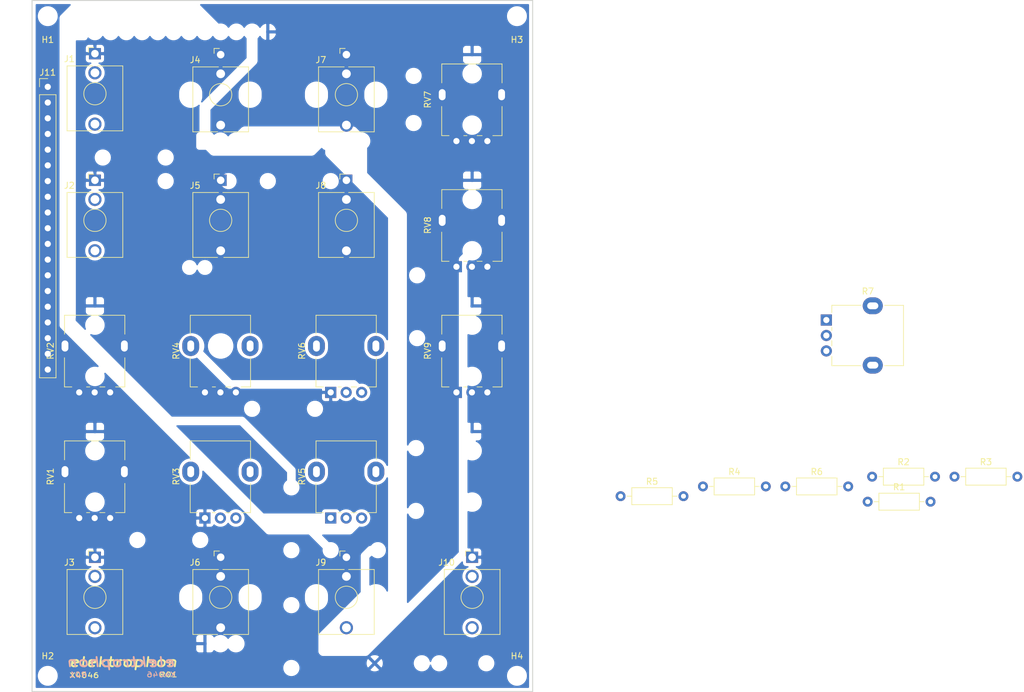
<source format=kicad_pcb>
(kicad_pcb (version 20171130) (host pcbnew 5.1.6-c6e7f7d~86~ubuntu20.04.1)

  (general
    (thickness 1.6)
    (drawings 10)
    (tracks 0)
    (zones 0)
    (modules 31)
    (nets 18)
  )

  (page A4)
  (title_block
    (title X046)
    (date 2019-09-02)
    (rev R01)
    (comment 1 "PCB for mount circuit")
    (comment 2 "Original design by Thomas Henry")
    (comment 4 "License CC BY 4.0 - Attribution 4.0 International")
  )

  (layers
    (0 F.Cu signal)
    (31 B.Cu signal)
    (32 B.Adhes user)
    (33 F.Adhes user)
    (34 B.Paste user)
    (35 F.Paste user)
    (36 B.SilkS user)
    (37 F.SilkS user)
    (38 B.Mask user)
    (39 F.Mask user)
    (40 Dwgs.User user)
    (41 Cmts.User user)
    (42 Eco1.User user)
    (43 Eco2.User user)
    (44 Edge.Cuts user)
    (45 Margin user)
    (46 B.CrtYd user)
    (47 F.CrtYd user)
    (48 B.Fab user)
    (49 F.Fab user)
  )

  (setup
    (last_trace_width 0.25)
    (user_trace_width 0.381)
    (user_trace_width 0.762)
    (trace_clearance 0.2)
    (zone_clearance 0.508)
    (zone_45_only no)
    (trace_min 0.2)
    (via_size 0.8)
    (via_drill 0.4)
    (via_min_size 0.4)
    (via_min_drill 0.3)
    (uvia_size 0.3)
    (uvia_drill 0.1)
    (uvias_allowed no)
    (uvia_min_size 0.2)
    (uvia_min_drill 0.1)
    (edge_width 0.15)
    (segment_width 0.2)
    (pcb_text_width 0.3)
    (pcb_text_size 1.5 1.5)
    (mod_edge_width 0.15)
    (mod_text_size 1 1)
    (mod_text_width 0.15)
    (pad_size 2.2 2.2)
    (pad_drill 2.2)
    (pad_to_mask_clearance 0.051)
    (solder_mask_min_width 0.25)
    (aux_axis_origin 0 0)
    (visible_elements FFFFFF7F)
    (pcbplotparams
      (layerselection 0x010fc_ffffffff)
      (usegerberextensions false)
      (usegerberattributes false)
      (usegerberadvancedattributes false)
      (creategerberjobfile false)
      (excludeedgelayer true)
      (linewidth 0.100000)
      (plotframeref false)
      (viasonmask false)
      (mode 1)
      (useauxorigin false)
      (hpglpennumber 1)
      (hpglpenspeed 20)
      (hpglpendiameter 15.000000)
      (psnegative false)
      (psa4output false)
      (plotreference true)
      (plotvalue true)
      (plotinvisibletext false)
      (padsonsilk false)
      (subtractmaskfromsilk false)
      (outputformat 1)
      (mirror false)
      (drillshape 0)
      (scaleselection 1)
      (outputdirectory "./gerbers"))
  )

  (net 0 "")
  (net 1 GND)
  (net 2 "Net-(J6-PadT)")
  (net 3 "Net-(J9-PadT)")
  (net 4 "Net-(J10-PadT)")
  (net 5 IN_1_a)
  (net 6 IN_1_b)
  (net 7 "Net-(J3-PadT)")
  (net 8 OUT_1)
  (net 9 RES_1_a)
  (net 10 "Net-(R1-Pad1)")
  (net 11 "Net-(R3-Pad1)")
  (net 12 "Net-(R5-Pad1)")
  (net 13 freq_1_b)
  (net 14 RES_2_a)
  (net 15 freq_2_b)
  (net 16 RES_3_a)
  (net 17 freq_3_b)

  (net_class Default "This is the default net class."
    (clearance 0.2)
    (trace_width 0.25)
    (via_dia 0.8)
    (via_drill 0.4)
    (uvia_dia 0.3)
    (uvia_drill 0.1)
    (add_net FREQ_1_a)
    (add_net FREQ_1_b)
    (add_net FREQ_2_a)
    (add_net FREQ_2_b)
    (add_net GND)
    (add_net IN_1_a)
    (add_net IN_1_b)
    (add_net IN_2_a)
    (add_net IN_2_b)
    (add_net IN_3_a)
    (add_net IN_3_b)
    (add_net MIX_1_a)
    (add_net MIX_1_b)
    (add_net MIX_2_a)
    (add_net MIX_2_b)
    (add_net MIX_3_a)
    (add_net MIX_3_b)
    (add_net "Net-(J1-PadTN)")
    (add_net "Net-(J10-PadT)")
    (add_net "Net-(J10-PadTN)")
    (add_net "Net-(J11-Pad10)")
    (add_net "Net-(J11-Pad11)")
    (add_net "Net-(J11-Pad12)")
    (add_net "Net-(J11-Pad13)")
    (add_net "Net-(J11-Pad14)")
    (add_net "Net-(J11-Pad15)")
    (add_net "Net-(J11-Pad16)")
    (add_net "Net-(J11-Pad17)")
    (add_net "Net-(J11-Pad18)")
    (add_net "Net-(J11-Pad19)")
    (add_net "Net-(J2-PadTN)")
    (add_net "Net-(J3-PadT)")
    (add_net "Net-(J3-PadTN)")
    (add_net "Net-(J4-PadTN)")
    (add_net "Net-(J5-PadTN)")
    (add_net "Net-(J6-PadT)")
    (add_net "Net-(J6-PadTN)")
    (add_net "Net-(J7-PadTN)")
    (add_net "Net-(J8-PadTN)")
    (add_net "Net-(J9-PadT)")
    (add_net "Net-(J9-PadTN)")
    (add_net "Net-(R1-Pad1)")
    (add_net "Net-(R3-Pad1)")
    (add_net "Net-(R5-Pad1)")
    (add_net OUT)
    (add_net OUT_1)
    (add_net OUT_2)
    (add_net OUT_3)
    (add_net RES_1_a)
    (add_net RES_2_a)
    (add_net RES_2_b)
    (add_net RES_3_a)
    (add_net freq_1_a)
    (add_net freq_1_b)
    (add_net freq_2_a)
    (add_net freq_2_b)
    (add_net freq_3_a)
    (add_net freq_3_b)
  )

  (module elektrophon:Potentiometer_Alpha_RD901F-40-00D_Single_Vertical (layer F.Cu) (tedit 5DA46BB9) (tstamp 5EE139F7)
    (at 111.76 96.52 90)
    (descr "Potentiometer, vertical, 9mm, single, http://www.taiwanalpha.com.tw/downloads?target=products&id=113")
    (tags "potentiometer vertical 9mm single")
    (path /5EE82B2E)
    (fp_text reference RV9 (at -0.79 -7.18 270) (layer F.SilkS)
      (effects (font (size 1 1) (thickness 0.15)))
    )
    (fp_text value 100k (at -7.5 7.32 270) (layer F.Fab)
      (effects (font (size 1 1) (thickness 0.15)))
    )
    (fp_text user %R (at 0.12 0 90) (layer F.Fab)
      (effects (font (size 1 1) (thickness 0.15)))
    )
    (fp_line (start -8.65 6.37) (end 5.1 6.37) (layer F.CrtYd) (width 0.05))
    (fp_line (start -8.65 -6.45) (end -8.65 6.37) (layer F.CrtYd) (width 0.05))
    (fp_line (start 5.1 -6.45) (end -8.65 -6.45) (layer F.CrtYd) (width 0.05))
    (fp_line (start 5.1 6.37) (end 5.1 -6.45) (layer F.CrtYd) (width 0.05))
    (fp_line (start 4.97 4.83) (end 4.97 -4.91) (layer F.SilkS) (width 0.12))
    (fp_line (start -6.62 4.83) (end -6.62 3.34) (layer F.SilkS) (width 0.12))
    (fp_line (start 1.91 4.83) (end 4.97 4.83) (layer F.SilkS) (width 0.12))
    (fp_line (start -6.62 -4.92) (end -1.9 -4.92) (layer F.SilkS) (width 0.12))
    (fp_circle (center 0 -0.04) (end 0 -3.54) (layer F.Fab) (width 0.1))
    (fp_line (start -6.5 4.71) (end -6.5 -4.79) (layer F.Fab) (width 0.1))
    (fp_line (start 4.85 4.71) (end 4.85 -4.79) (layer F.Fab) (width 0.1))
    (fp_line (start -6.5 -4.79) (end 4.85 -4.79) (layer F.Fab) (width 0.1))
    (fp_line (start -6.5 4.71) (end 4.85 4.71) (layer F.Fab) (width 0.1))
    (fp_line (start 1.91 -4.91) (end 4.97 -4.91) (layer F.SilkS) (width 0.12))
    (fp_line (start -6.62 4.83) (end -1.9 4.83) (layer F.SilkS) (width 0.12))
    (fp_line (start -6.62 -3.73) (end -6.62 -4.91) (layer F.SilkS) (width 0.12))
    (fp_line (start -6.62 -0.83) (end -6.62 -1.36) (layer F.SilkS) (width 0.12))
    (fp_line (start -6.62 1.62) (end -6.62 0.79) (layer F.SilkS) (width 0.12))
    (pad "" thru_hole oval (at 0 -4.84 180) (size 2.72 3.24) (drill oval 1.1 1.8) (layers *.Cu *.Mask))
    (pad "" thru_hole oval (at 0 4.76 180) (size 2.72 3.24) (drill oval 1.1 1.8) (layers *.Cu *.Mask))
    (pad 3 thru_hole circle (at -7.5 2.46 180) (size 1.8 1.8) (drill 1) (layers *.Cu *.Mask))
    (pad 2 thru_hole circle (at -7.5 -0.04 180) (size 1.8 1.8) (drill 1) (layers *.Cu *.Mask))
    (pad 1 thru_hole rect (at -7.5 -2.54 180) (size 1.8 1.8) (drill 1) (layers *.Cu *.Mask)
      (net 1 GND))
    (model ${KISYS3DMOD}/Potentiometer_THT.3dshapes/Potentiometer_Alpha_RD901F-40-00D_Single_Vertical.wrl
      (at (xyz 0 0 0))
      (scale (xyz 1 1 1))
      (rotate (xyz 0 0 0))
    )
    (model ${KIPRJMOD}/../../../lib/kicad/models/ALPHA-RD901F-40.step
      (at (xyz 0 0 0))
      (scale (xyz 1 1 1))
      (rotate (xyz 0 0 90))
    )
  )

  (module elektrophon:Potentiometer_Alpha_RD901F-40-00D_Single_Vertical (layer F.Cu) (tedit 5DA46BB9) (tstamp 5EE139DB)
    (at 111.76 76.2 90)
    (descr "Potentiometer, vertical, 9mm, single, http://www.taiwanalpha.com.tw/downloads?target=products&id=113")
    (tags "potentiometer vertical 9mm single")
    (path /5EE814B4)
    (fp_text reference RV8 (at -0.79 -7.18 270) (layer F.SilkS)
      (effects (font (size 1 1) (thickness 0.15)))
    )
    (fp_text value 100k (at -7.5 7.32 270) (layer F.Fab)
      (effects (font (size 1 1) (thickness 0.15)))
    )
    (fp_text user %R (at 0.12 0 90) (layer F.Fab)
      (effects (font (size 1 1) (thickness 0.15)))
    )
    (fp_line (start -8.65 6.37) (end 5.1 6.37) (layer F.CrtYd) (width 0.05))
    (fp_line (start -8.65 -6.45) (end -8.65 6.37) (layer F.CrtYd) (width 0.05))
    (fp_line (start 5.1 -6.45) (end -8.65 -6.45) (layer F.CrtYd) (width 0.05))
    (fp_line (start 5.1 6.37) (end 5.1 -6.45) (layer F.CrtYd) (width 0.05))
    (fp_line (start 4.97 4.83) (end 4.97 -4.91) (layer F.SilkS) (width 0.12))
    (fp_line (start -6.62 4.83) (end -6.62 3.34) (layer F.SilkS) (width 0.12))
    (fp_line (start 1.91 4.83) (end 4.97 4.83) (layer F.SilkS) (width 0.12))
    (fp_line (start -6.62 -4.92) (end -1.9 -4.92) (layer F.SilkS) (width 0.12))
    (fp_circle (center 0 -0.04) (end 0 -3.54) (layer F.Fab) (width 0.1))
    (fp_line (start -6.5 4.71) (end -6.5 -4.79) (layer F.Fab) (width 0.1))
    (fp_line (start 4.85 4.71) (end 4.85 -4.79) (layer F.Fab) (width 0.1))
    (fp_line (start -6.5 -4.79) (end 4.85 -4.79) (layer F.Fab) (width 0.1))
    (fp_line (start -6.5 4.71) (end 4.85 4.71) (layer F.Fab) (width 0.1))
    (fp_line (start 1.91 -4.91) (end 4.97 -4.91) (layer F.SilkS) (width 0.12))
    (fp_line (start -6.62 4.83) (end -1.9 4.83) (layer F.SilkS) (width 0.12))
    (fp_line (start -6.62 -3.73) (end -6.62 -4.91) (layer F.SilkS) (width 0.12))
    (fp_line (start -6.62 -0.83) (end -6.62 -1.36) (layer F.SilkS) (width 0.12))
    (fp_line (start -6.62 1.62) (end -6.62 0.79) (layer F.SilkS) (width 0.12))
    (pad "" thru_hole oval (at 0 -4.84 180) (size 2.72 3.24) (drill oval 1.1 1.8) (layers *.Cu *.Mask))
    (pad "" thru_hole oval (at 0 4.76 180) (size 2.72 3.24) (drill oval 1.1 1.8) (layers *.Cu *.Mask))
    (pad 3 thru_hole circle (at -7.5 2.46 180) (size 1.8 1.8) (drill 1) (layers *.Cu *.Mask))
    (pad 2 thru_hole circle (at -7.5 -0.04 180) (size 1.8 1.8) (drill 1) (layers *.Cu *.Mask))
    (pad 1 thru_hole rect (at -7.5 -2.54 180) (size 1.8 1.8) (drill 1) (layers *.Cu *.Mask)
      (net 1 GND))
    (model ${KISYS3DMOD}/Potentiometer_THT.3dshapes/Potentiometer_Alpha_RD901F-40-00D_Single_Vertical.wrl
      (at (xyz 0 0 0))
      (scale (xyz 1 1 1))
      (rotate (xyz 0 0 0))
    )
    (model ${KIPRJMOD}/../../../lib/kicad/models/ALPHA-RD901F-40.step
      (at (xyz 0 0 0))
      (scale (xyz 1 1 1))
      (rotate (xyz 0 0 90))
    )
  )

  (module elektrophon:Potentiometer_Alpha_RD901F-40-00D_Single_Vertical (layer F.Cu) (tedit 5DA46BB9) (tstamp 5EE139BF)
    (at 111.76 55.88 90)
    (descr "Potentiometer, vertical, 9mm, single, http://www.taiwanalpha.com.tw/downloads?target=products&id=113")
    (tags "potentiometer vertical 9mm single")
    (path /5EE8002E)
    (fp_text reference RV7 (at -0.79 -7.18 270) (layer F.SilkS)
      (effects (font (size 1 1) (thickness 0.15)))
    )
    (fp_text value 100k (at -7.5 7.32 270) (layer F.Fab)
      (effects (font (size 1 1) (thickness 0.15)))
    )
    (fp_text user %R (at 0.12 0 90) (layer F.Fab)
      (effects (font (size 1 1) (thickness 0.15)))
    )
    (fp_line (start -8.65 6.37) (end 5.1 6.37) (layer F.CrtYd) (width 0.05))
    (fp_line (start -8.65 -6.45) (end -8.65 6.37) (layer F.CrtYd) (width 0.05))
    (fp_line (start 5.1 -6.45) (end -8.65 -6.45) (layer F.CrtYd) (width 0.05))
    (fp_line (start 5.1 6.37) (end 5.1 -6.45) (layer F.CrtYd) (width 0.05))
    (fp_line (start 4.97 4.83) (end 4.97 -4.91) (layer F.SilkS) (width 0.12))
    (fp_line (start -6.62 4.83) (end -6.62 3.34) (layer F.SilkS) (width 0.12))
    (fp_line (start 1.91 4.83) (end 4.97 4.83) (layer F.SilkS) (width 0.12))
    (fp_line (start -6.62 -4.92) (end -1.9 -4.92) (layer F.SilkS) (width 0.12))
    (fp_circle (center 0 -0.04) (end 0 -3.54) (layer F.Fab) (width 0.1))
    (fp_line (start -6.5 4.71) (end -6.5 -4.79) (layer F.Fab) (width 0.1))
    (fp_line (start 4.85 4.71) (end 4.85 -4.79) (layer F.Fab) (width 0.1))
    (fp_line (start -6.5 -4.79) (end 4.85 -4.79) (layer F.Fab) (width 0.1))
    (fp_line (start -6.5 4.71) (end 4.85 4.71) (layer F.Fab) (width 0.1))
    (fp_line (start 1.91 -4.91) (end 4.97 -4.91) (layer F.SilkS) (width 0.12))
    (fp_line (start -6.62 4.83) (end -1.9 4.83) (layer F.SilkS) (width 0.12))
    (fp_line (start -6.62 -3.73) (end -6.62 -4.91) (layer F.SilkS) (width 0.12))
    (fp_line (start -6.62 -0.83) (end -6.62 -1.36) (layer F.SilkS) (width 0.12))
    (fp_line (start -6.62 1.62) (end -6.62 0.79) (layer F.SilkS) (width 0.12))
    (pad "" thru_hole oval (at 0 -4.84 180) (size 2.72 3.24) (drill oval 1.1 1.8) (layers *.Cu *.Mask))
    (pad "" thru_hole oval (at 0 4.76 180) (size 2.72 3.24) (drill oval 1.1 1.8) (layers *.Cu *.Mask))
    (pad 3 thru_hole circle (at -7.5 2.46 180) (size 1.8 1.8) (drill 1) (layers *.Cu *.Mask))
    (pad 2 thru_hole circle (at -7.5 -0.04 180) (size 1.8 1.8) (drill 1) (layers *.Cu *.Mask))
    (pad 1 thru_hole rect (at -7.5 -2.54 180) (size 1.8 1.8) (drill 1) (layers *.Cu *.Mask)
      (net 1 GND))
    (model ${KISYS3DMOD}/Potentiometer_THT.3dshapes/Potentiometer_Alpha_RD901F-40-00D_Single_Vertical.wrl
      (at (xyz 0 0 0))
      (scale (xyz 1 1 1))
      (rotate (xyz 0 0 0))
    )
    (model ${KIPRJMOD}/../../../lib/kicad/models/ALPHA-RD901F-40.step
      (at (xyz 0 0 0))
      (scale (xyz 1 1 1))
      (rotate (xyz 0 0 90))
    )
  )

  (module elektrophon:Potentiometer_Alpha_RD901F-40-00D_Single_Vertical (layer F.Cu) (tedit 5DA46BB9) (tstamp 5EE139A3)
    (at 91.44 96.52 90)
    (descr "Potentiometer, vertical, 9mm, single, http://www.taiwanalpha.com.tw/downloads?target=products&id=113")
    (tags "potentiometer vertical 9mm single")
    (path /5EE6D9E0)
    (fp_text reference RV6 (at -0.79 -7.18 270) (layer F.SilkS)
      (effects (font (size 1 1) (thickness 0.15)))
    )
    (fp_text value 100k (at -7.5 7.32 270) (layer F.Fab)
      (effects (font (size 1 1) (thickness 0.15)))
    )
    (fp_text user %R (at 0.12 0 90) (layer F.Fab)
      (effects (font (size 1 1) (thickness 0.15)))
    )
    (fp_line (start -8.65 6.37) (end 5.1 6.37) (layer F.CrtYd) (width 0.05))
    (fp_line (start -8.65 -6.45) (end -8.65 6.37) (layer F.CrtYd) (width 0.05))
    (fp_line (start 5.1 -6.45) (end -8.65 -6.45) (layer F.CrtYd) (width 0.05))
    (fp_line (start 5.1 6.37) (end 5.1 -6.45) (layer F.CrtYd) (width 0.05))
    (fp_line (start 4.97 4.83) (end 4.97 -4.91) (layer F.SilkS) (width 0.12))
    (fp_line (start -6.62 4.83) (end -6.62 3.34) (layer F.SilkS) (width 0.12))
    (fp_line (start 1.91 4.83) (end 4.97 4.83) (layer F.SilkS) (width 0.12))
    (fp_line (start -6.62 -4.92) (end -1.9 -4.92) (layer F.SilkS) (width 0.12))
    (fp_circle (center 0 -0.04) (end 0 -3.54) (layer F.Fab) (width 0.1))
    (fp_line (start -6.5 4.71) (end -6.5 -4.79) (layer F.Fab) (width 0.1))
    (fp_line (start 4.85 4.71) (end 4.85 -4.79) (layer F.Fab) (width 0.1))
    (fp_line (start -6.5 -4.79) (end 4.85 -4.79) (layer F.Fab) (width 0.1))
    (fp_line (start -6.5 4.71) (end 4.85 4.71) (layer F.Fab) (width 0.1))
    (fp_line (start 1.91 -4.91) (end 4.97 -4.91) (layer F.SilkS) (width 0.12))
    (fp_line (start -6.62 4.83) (end -1.9 4.83) (layer F.SilkS) (width 0.12))
    (fp_line (start -6.62 -3.73) (end -6.62 -4.91) (layer F.SilkS) (width 0.12))
    (fp_line (start -6.62 -0.83) (end -6.62 -1.36) (layer F.SilkS) (width 0.12))
    (fp_line (start -6.62 1.62) (end -6.62 0.79) (layer F.SilkS) (width 0.12))
    (pad "" thru_hole oval (at 0 -4.84 180) (size 2.72 3.24) (drill oval 1.1 1.8) (layers *.Cu *.Mask))
    (pad "" thru_hole oval (at 0 4.76 180) (size 2.72 3.24) (drill oval 1.1 1.8) (layers *.Cu *.Mask))
    (pad 3 thru_hole circle (at -7.5 2.46 180) (size 1.8 1.8) (drill 1) (layers *.Cu *.Mask)
      (net 17 freq_3_b))
    (pad 2 thru_hole circle (at -7.5 -0.04 180) (size 1.8 1.8) (drill 1) (layers *.Cu *.Mask)
      (net 17 freq_3_b))
    (pad 1 thru_hole rect (at -7.5 -2.54 180) (size 1.8 1.8) (drill 1) (layers *.Cu *.Mask))
    (model ${KISYS3DMOD}/Potentiometer_THT.3dshapes/Potentiometer_Alpha_RD901F-40-00D_Single_Vertical.wrl
      (at (xyz 0 0 0))
      (scale (xyz 1 1 1))
      (rotate (xyz 0 0 0))
    )
    (model ${KIPRJMOD}/../../../lib/kicad/models/ALPHA-RD901F-40.step
      (at (xyz 0 0 0))
      (scale (xyz 1 1 1))
      (rotate (xyz 0 0 90))
    )
  )

  (module elektrophon:Potentiometer_Alpha_RD901F-40-00D_Single_Vertical (layer F.Cu) (tedit 5DA46BB9) (tstamp 5EE13987)
    (at 91.44 116.84 90)
    (descr "Potentiometer, vertical, 9mm, single, http://www.taiwanalpha.com.tw/downloads?target=products&id=113")
    (tags "potentiometer vertical 9mm single")
    (path /5EE6D9BB)
    (fp_text reference RV5 (at -0.79 -7.18 270) (layer F.SilkS)
      (effects (font (size 1 1) (thickness 0.15)))
    )
    (fp_text value 50k (at -7.5 7.32 270) (layer F.Fab)
      (effects (font (size 1 1) (thickness 0.15)))
    )
    (fp_text user %R (at 0.12 0 90) (layer F.Fab)
      (effects (font (size 1 1) (thickness 0.15)))
    )
    (fp_line (start -8.65 6.37) (end 5.1 6.37) (layer F.CrtYd) (width 0.05))
    (fp_line (start -8.65 -6.45) (end -8.65 6.37) (layer F.CrtYd) (width 0.05))
    (fp_line (start 5.1 -6.45) (end -8.65 -6.45) (layer F.CrtYd) (width 0.05))
    (fp_line (start 5.1 6.37) (end 5.1 -6.45) (layer F.CrtYd) (width 0.05))
    (fp_line (start 4.97 4.83) (end 4.97 -4.91) (layer F.SilkS) (width 0.12))
    (fp_line (start -6.62 4.83) (end -6.62 3.34) (layer F.SilkS) (width 0.12))
    (fp_line (start 1.91 4.83) (end 4.97 4.83) (layer F.SilkS) (width 0.12))
    (fp_line (start -6.62 -4.92) (end -1.9 -4.92) (layer F.SilkS) (width 0.12))
    (fp_circle (center 0 -0.04) (end 0 -3.54) (layer F.Fab) (width 0.1))
    (fp_line (start -6.5 4.71) (end -6.5 -4.79) (layer F.Fab) (width 0.1))
    (fp_line (start 4.85 4.71) (end 4.85 -4.79) (layer F.Fab) (width 0.1))
    (fp_line (start -6.5 -4.79) (end 4.85 -4.79) (layer F.Fab) (width 0.1))
    (fp_line (start -6.5 4.71) (end 4.85 4.71) (layer F.Fab) (width 0.1))
    (fp_line (start 1.91 -4.91) (end 4.97 -4.91) (layer F.SilkS) (width 0.12))
    (fp_line (start -6.62 4.83) (end -1.9 4.83) (layer F.SilkS) (width 0.12))
    (fp_line (start -6.62 -3.73) (end -6.62 -4.91) (layer F.SilkS) (width 0.12))
    (fp_line (start -6.62 -0.83) (end -6.62 -1.36) (layer F.SilkS) (width 0.12))
    (fp_line (start -6.62 1.62) (end -6.62 0.79) (layer F.SilkS) (width 0.12))
    (pad "" thru_hole oval (at 0 -4.84 180) (size 2.72 3.24) (drill oval 1.1 1.8) (layers *.Cu *.Mask))
    (pad "" thru_hole oval (at 0 4.76 180) (size 2.72 3.24) (drill oval 1.1 1.8) (layers *.Cu *.Mask))
    (pad 3 thru_hole circle (at -7.5 2.46 180) (size 1.8 1.8) (drill 1) (layers *.Cu *.Mask)
      (net 16 RES_3_a))
    (pad 2 thru_hole circle (at -7.5 -0.04 180) (size 1.8 1.8) (drill 1) (layers *.Cu *.Mask)
      (net 16 RES_3_a))
    (pad 1 thru_hole rect (at -7.5 -2.54 180) (size 1.8 1.8) (drill 1) (layers *.Cu *.Mask)
      (net 12 "Net-(R5-Pad1)"))
    (model ${KISYS3DMOD}/Potentiometer_THT.3dshapes/Potentiometer_Alpha_RD901F-40-00D_Single_Vertical.wrl
      (at (xyz 0 0 0))
      (scale (xyz 1 1 1))
      (rotate (xyz 0 0 0))
    )
    (model ${KIPRJMOD}/../../../lib/kicad/models/ALPHA-RD901F-40.step
      (at (xyz 0 0 0))
      (scale (xyz 1 1 1))
      (rotate (xyz 0 0 90))
    )
  )

  (module elektrophon:Potentiometer_Alpha_RD901F-40-00D_Single_Vertical (layer F.Cu) (tedit 5DA46BB9) (tstamp 5EE1396B)
    (at 71.12 96.52 90)
    (descr "Potentiometer, vertical, 9mm, single, http://www.taiwanalpha.com.tw/downloads?target=products&id=113")
    (tags "potentiometer vertical 9mm single")
    (path /5EE6B98E)
    (fp_text reference RV4 (at -0.79 -7.18 270) (layer F.SilkS)
      (effects (font (size 1 1) (thickness 0.15)))
    )
    (fp_text value 100k (at -7.5 7.32 270) (layer F.Fab)
      (effects (font (size 1 1) (thickness 0.15)))
    )
    (fp_text user %R (at 0.12 0 90) (layer F.Fab)
      (effects (font (size 1 1) (thickness 0.15)))
    )
    (fp_line (start -8.65 6.37) (end 5.1 6.37) (layer F.CrtYd) (width 0.05))
    (fp_line (start -8.65 -6.45) (end -8.65 6.37) (layer F.CrtYd) (width 0.05))
    (fp_line (start 5.1 -6.45) (end -8.65 -6.45) (layer F.CrtYd) (width 0.05))
    (fp_line (start 5.1 6.37) (end 5.1 -6.45) (layer F.CrtYd) (width 0.05))
    (fp_line (start 4.97 4.83) (end 4.97 -4.91) (layer F.SilkS) (width 0.12))
    (fp_line (start -6.62 4.83) (end -6.62 3.34) (layer F.SilkS) (width 0.12))
    (fp_line (start 1.91 4.83) (end 4.97 4.83) (layer F.SilkS) (width 0.12))
    (fp_line (start -6.62 -4.92) (end -1.9 -4.92) (layer F.SilkS) (width 0.12))
    (fp_circle (center 0 -0.04) (end 0 -3.54) (layer F.Fab) (width 0.1))
    (fp_line (start -6.5 4.71) (end -6.5 -4.79) (layer F.Fab) (width 0.1))
    (fp_line (start 4.85 4.71) (end 4.85 -4.79) (layer F.Fab) (width 0.1))
    (fp_line (start -6.5 -4.79) (end 4.85 -4.79) (layer F.Fab) (width 0.1))
    (fp_line (start -6.5 4.71) (end 4.85 4.71) (layer F.Fab) (width 0.1))
    (fp_line (start 1.91 -4.91) (end 4.97 -4.91) (layer F.SilkS) (width 0.12))
    (fp_line (start -6.62 4.83) (end -1.9 4.83) (layer F.SilkS) (width 0.12))
    (fp_line (start -6.62 -3.73) (end -6.62 -4.91) (layer F.SilkS) (width 0.12))
    (fp_line (start -6.62 -0.83) (end -6.62 -1.36) (layer F.SilkS) (width 0.12))
    (fp_line (start -6.62 1.62) (end -6.62 0.79) (layer F.SilkS) (width 0.12))
    (pad "" thru_hole oval (at 0 -4.84 180) (size 2.72 3.24) (drill oval 1.1 1.8) (layers *.Cu *.Mask))
    (pad "" thru_hole oval (at 0 4.76 180) (size 2.72 3.24) (drill oval 1.1 1.8) (layers *.Cu *.Mask))
    (pad 3 thru_hole circle (at -7.5 2.46 180) (size 1.8 1.8) (drill 1) (layers *.Cu *.Mask)
      (net 15 freq_2_b))
    (pad 2 thru_hole circle (at -7.5 -0.04 180) (size 1.8 1.8) (drill 1) (layers *.Cu *.Mask)
      (net 15 freq_2_b))
    (pad 1 thru_hole rect (at -7.5 -2.54 180) (size 1.8 1.8) (drill 1) (layers *.Cu *.Mask))
    (model ${KISYS3DMOD}/Potentiometer_THT.3dshapes/Potentiometer_Alpha_RD901F-40-00D_Single_Vertical.wrl
      (at (xyz 0 0 0))
      (scale (xyz 1 1 1))
      (rotate (xyz 0 0 0))
    )
    (model ${KIPRJMOD}/../../../lib/kicad/models/ALPHA-RD901F-40.step
      (at (xyz 0 0 0))
      (scale (xyz 1 1 1))
      (rotate (xyz 0 0 90))
    )
  )

  (module elektrophon:Potentiometer_Alpha_RD901F-40-00D_Single_Vertical (layer F.Cu) (tedit 5DA46BB9) (tstamp 5EE1394F)
    (at 71.12 116.84 90)
    (descr "Potentiometer, vertical, 9mm, single, http://www.taiwanalpha.com.tw/downloads?target=products&id=113")
    (tags "potentiometer vertical 9mm single")
    (path /5EE6B969)
    (fp_text reference RV3 (at -0.79 -7.18 270) (layer F.SilkS)
      (effects (font (size 1 1) (thickness 0.15)))
    )
    (fp_text value 50k (at -7.5 7.32 270) (layer F.Fab)
      (effects (font (size 1 1) (thickness 0.15)))
    )
    (fp_text user %R (at 0.12 0 90) (layer F.Fab)
      (effects (font (size 1 1) (thickness 0.15)))
    )
    (fp_line (start -8.65 6.37) (end 5.1 6.37) (layer F.CrtYd) (width 0.05))
    (fp_line (start -8.65 -6.45) (end -8.65 6.37) (layer F.CrtYd) (width 0.05))
    (fp_line (start 5.1 -6.45) (end -8.65 -6.45) (layer F.CrtYd) (width 0.05))
    (fp_line (start 5.1 6.37) (end 5.1 -6.45) (layer F.CrtYd) (width 0.05))
    (fp_line (start 4.97 4.83) (end 4.97 -4.91) (layer F.SilkS) (width 0.12))
    (fp_line (start -6.62 4.83) (end -6.62 3.34) (layer F.SilkS) (width 0.12))
    (fp_line (start 1.91 4.83) (end 4.97 4.83) (layer F.SilkS) (width 0.12))
    (fp_line (start -6.62 -4.92) (end -1.9 -4.92) (layer F.SilkS) (width 0.12))
    (fp_circle (center 0 -0.04) (end 0 -3.54) (layer F.Fab) (width 0.1))
    (fp_line (start -6.5 4.71) (end -6.5 -4.79) (layer F.Fab) (width 0.1))
    (fp_line (start 4.85 4.71) (end 4.85 -4.79) (layer F.Fab) (width 0.1))
    (fp_line (start -6.5 -4.79) (end 4.85 -4.79) (layer F.Fab) (width 0.1))
    (fp_line (start -6.5 4.71) (end 4.85 4.71) (layer F.Fab) (width 0.1))
    (fp_line (start 1.91 -4.91) (end 4.97 -4.91) (layer F.SilkS) (width 0.12))
    (fp_line (start -6.62 4.83) (end -1.9 4.83) (layer F.SilkS) (width 0.12))
    (fp_line (start -6.62 -3.73) (end -6.62 -4.91) (layer F.SilkS) (width 0.12))
    (fp_line (start -6.62 -0.83) (end -6.62 -1.36) (layer F.SilkS) (width 0.12))
    (fp_line (start -6.62 1.62) (end -6.62 0.79) (layer F.SilkS) (width 0.12))
    (pad "" thru_hole oval (at 0 -4.84 180) (size 2.72 3.24) (drill oval 1.1 1.8) (layers *.Cu *.Mask))
    (pad "" thru_hole oval (at 0 4.76 180) (size 2.72 3.24) (drill oval 1.1 1.8) (layers *.Cu *.Mask))
    (pad 3 thru_hole circle (at -7.5 2.46 180) (size 1.8 1.8) (drill 1) (layers *.Cu *.Mask)
      (net 14 RES_2_a))
    (pad 2 thru_hole circle (at -7.5 -0.04 180) (size 1.8 1.8) (drill 1) (layers *.Cu *.Mask)
      (net 14 RES_2_a))
    (pad 1 thru_hole rect (at -7.5 -2.54 180) (size 1.8 1.8) (drill 1) (layers *.Cu *.Mask)
      (net 11 "Net-(R3-Pad1)"))
    (model ${KISYS3DMOD}/Potentiometer_THT.3dshapes/Potentiometer_Alpha_RD901F-40-00D_Single_Vertical.wrl
      (at (xyz 0 0 0))
      (scale (xyz 1 1 1))
      (rotate (xyz 0 0 0))
    )
    (model ${KIPRJMOD}/../../../lib/kicad/models/ALPHA-RD901F-40.step
      (at (xyz 0 0 0))
      (scale (xyz 1 1 1))
      (rotate (xyz 0 0 90))
    )
  )

  (module elektrophon:Potentiometer_Alpha_RD901F-40-00D_Single_Vertical (layer F.Cu) (tedit 5DA46BB9) (tstamp 5EE13933)
    (at 50.8 96.52 90)
    (descr "Potentiometer, vertical, 9mm, single, http://www.taiwanalpha.com.tw/downloads?target=products&id=113")
    (tags "potentiometer vertical 9mm single")
    (path /5EE271C1)
    (fp_text reference RV2 (at -0.79 -7.18 270) (layer F.SilkS)
      (effects (font (size 1 1) (thickness 0.15)))
    )
    (fp_text value 100k (at -7.5 7.32 270) (layer F.Fab)
      (effects (font (size 1 1) (thickness 0.15)))
    )
    (fp_text user %R (at 0.12 0 90) (layer F.Fab)
      (effects (font (size 1 1) (thickness 0.15)))
    )
    (fp_line (start -8.65 6.37) (end 5.1 6.37) (layer F.CrtYd) (width 0.05))
    (fp_line (start -8.65 -6.45) (end -8.65 6.37) (layer F.CrtYd) (width 0.05))
    (fp_line (start 5.1 -6.45) (end -8.65 -6.45) (layer F.CrtYd) (width 0.05))
    (fp_line (start 5.1 6.37) (end 5.1 -6.45) (layer F.CrtYd) (width 0.05))
    (fp_line (start 4.97 4.83) (end 4.97 -4.91) (layer F.SilkS) (width 0.12))
    (fp_line (start -6.62 4.83) (end -6.62 3.34) (layer F.SilkS) (width 0.12))
    (fp_line (start 1.91 4.83) (end 4.97 4.83) (layer F.SilkS) (width 0.12))
    (fp_line (start -6.62 -4.92) (end -1.9 -4.92) (layer F.SilkS) (width 0.12))
    (fp_circle (center 0 -0.04) (end 0 -3.54) (layer F.Fab) (width 0.1))
    (fp_line (start -6.5 4.71) (end -6.5 -4.79) (layer F.Fab) (width 0.1))
    (fp_line (start 4.85 4.71) (end 4.85 -4.79) (layer F.Fab) (width 0.1))
    (fp_line (start -6.5 -4.79) (end 4.85 -4.79) (layer F.Fab) (width 0.1))
    (fp_line (start -6.5 4.71) (end 4.85 4.71) (layer F.Fab) (width 0.1))
    (fp_line (start 1.91 -4.91) (end 4.97 -4.91) (layer F.SilkS) (width 0.12))
    (fp_line (start -6.62 4.83) (end -1.9 4.83) (layer F.SilkS) (width 0.12))
    (fp_line (start -6.62 -3.73) (end -6.62 -4.91) (layer F.SilkS) (width 0.12))
    (fp_line (start -6.62 -0.83) (end -6.62 -1.36) (layer F.SilkS) (width 0.12))
    (fp_line (start -6.62 1.62) (end -6.62 0.79) (layer F.SilkS) (width 0.12))
    (pad "" thru_hole oval (at 0 -4.84 180) (size 2.72 3.24) (drill oval 1.1 1.8) (layers *.Cu *.Mask))
    (pad "" thru_hole oval (at 0 4.76 180) (size 2.72 3.24) (drill oval 1.1 1.8) (layers *.Cu *.Mask))
    (pad 3 thru_hole circle (at -7.5 2.46 180) (size 1.8 1.8) (drill 1) (layers *.Cu *.Mask)
      (net 13 freq_1_b))
    (pad 2 thru_hole circle (at -7.5 -0.04 180) (size 1.8 1.8) (drill 1) (layers *.Cu *.Mask)
      (net 13 freq_1_b))
    (pad 1 thru_hole rect (at -7.5 -2.54 180) (size 1.8 1.8) (drill 1) (layers *.Cu *.Mask))
    (model ${KISYS3DMOD}/Potentiometer_THT.3dshapes/Potentiometer_Alpha_RD901F-40-00D_Single_Vertical.wrl
      (at (xyz 0 0 0))
      (scale (xyz 1 1 1))
      (rotate (xyz 0 0 0))
    )
    (model ${KIPRJMOD}/../../../lib/kicad/models/ALPHA-RD901F-40.step
      (at (xyz 0 0 0))
      (scale (xyz 1 1 1))
      (rotate (xyz 0 0 90))
    )
  )

  (module elektrophon:Potentiometer_Alpha_RD901F-40-00D_Single_Vertical (layer F.Cu) (tedit 5DA46BB9) (tstamp 5EE138FC)
    (at 176.5 94.86)
    (descr "Potentiometer, vertical, 9mm, single, http://www.taiwanalpha.com.tw/downloads?target=products&id=113")
    (tags "potentiometer vertical 9mm single")
    (path /5EE788AC)
    (fp_text reference R7 (at -0.79 -7.18 180) (layer F.SilkS)
      (effects (font (size 1 1) (thickness 0.15)))
    )
    (fp_text value 1k (at -7.5 7.32 180) (layer F.Fab)
      (effects (font (size 1 1) (thickness 0.15)))
    )
    (fp_text user %R (at 0.12 0) (layer F.Fab)
      (effects (font (size 1 1) (thickness 0.15)))
    )
    (fp_line (start -8.65 6.37) (end 5.1 6.37) (layer F.CrtYd) (width 0.05))
    (fp_line (start -8.65 -6.45) (end -8.65 6.37) (layer F.CrtYd) (width 0.05))
    (fp_line (start 5.1 -6.45) (end -8.65 -6.45) (layer F.CrtYd) (width 0.05))
    (fp_line (start 5.1 6.37) (end 5.1 -6.45) (layer F.CrtYd) (width 0.05))
    (fp_line (start 4.97 4.83) (end 4.97 -4.91) (layer F.SilkS) (width 0.12))
    (fp_line (start -6.62 4.83) (end -6.62 3.34) (layer F.SilkS) (width 0.12))
    (fp_line (start 1.91 4.83) (end 4.97 4.83) (layer F.SilkS) (width 0.12))
    (fp_line (start -6.62 -4.92) (end -1.9 -4.92) (layer F.SilkS) (width 0.12))
    (fp_circle (center 0 -0.04) (end 0 -3.54) (layer F.Fab) (width 0.1))
    (fp_line (start -6.5 4.71) (end -6.5 -4.79) (layer F.Fab) (width 0.1))
    (fp_line (start 4.85 4.71) (end 4.85 -4.79) (layer F.Fab) (width 0.1))
    (fp_line (start -6.5 -4.79) (end 4.85 -4.79) (layer F.Fab) (width 0.1))
    (fp_line (start -6.5 4.71) (end 4.85 4.71) (layer F.Fab) (width 0.1))
    (fp_line (start 1.91 -4.91) (end 4.97 -4.91) (layer F.SilkS) (width 0.12))
    (fp_line (start -6.62 4.83) (end -1.9 4.83) (layer F.SilkS) (width 0.12))
    (fp_line (start -6.62 -3.73) (end -6.62 -4.91) (layer F.SilkS) (width 0.12))
    (fp_line (start -6.62 -0.83) (end -6.62 -1.36) (layer F.SilkS) (width 0.12))
    (fp_line (start -6.62 1.62) (end -6.62 0.79) (layer F.SilkS) (width 0.12))
    (pad "" thru_hole oval (at 0 -4.84 90) (size 2.72 3.24) (drill oval 1.1 1.8) (layers *.Cu *.Mask))
    (pad "" thru_hole oval (at 0 4.76 90) (size 2.72 3.24) (drill oval 1.1 1.8) (layers *.Cu *.Mask))
    (pad 3 thru_hole circle (at -7.5 2.46 90) (size 1.8 1.8) (drill 1) (layers *.Cu *.Mask))
    (pad 2 thru_hole circle (at -7.5 -0.04 90) (size 1.8 1.8) (drill 1) (layers *.Cu *.Mask)
      (net 4 "Net-(J10-PadT)"))
    (pad 1 thru_hole rect (at -7.5 -2.54 90) (size 1.8 1.8) (drill 1) (layers *.Cu *.Mask))
    (model ${KISYS3DMOD}/Potentiometer_THT.3dshapes/Potentiometer_Alpha_RD901F-40-00D_Single_Vertical.wrl
      (at (xyz 0 0 0))
      (scale (xyz 1 1 1))
      (rotate (xyz 0 0 0))
    )
    (model ${KIPRJMOD}/../../../lib/kicad/models/ALPHA-RD901F-40.step
      (at (xyz 0 0 0))
      (scale (xyz 1 1 1))
      (rotate (xyz 0 0 90))
    )
  )

  (module Resistor_THT:R_Axial_DIN0207_L6.3mm_D2.5mm_P10.16mm_Horizontal (layer F.Cu) (tedit 5AE5139B) (tstamp 5EE138E0)
    (at 162.37 119.23)
    (descr "Resistor, Axial_DIN0207 series, Axial, Horizontal, pin pitch=10.16mm, 0.25W = 1/4W, length*diameter=6.3*2.5mm^2, http://cdn-reichelt.de/documents/datenblatt/B400/1_4W%23YAG.pdf")
    (tags "Resistor Axial_DIN0207 series Axial Horizontal pin pitch 10.16mm 0.25W = 1/4W length 6.3mm diameter 2.5mm")
    (path /5EE6DA14)
    (fp_text reference R6 (at 5.08 -2.37) (layer F.SilkS)
      (effects (font (size 1 1) (thickness 0.15)))
    )
    (fp_text value 1k (at 5.08 2.37) (layer F.Fab)
      (effects (font (size 1 1) (thickness 0.15)))
    )
    (fp_text user %R (at 5.08 0) (layer F.Fab)
      (effects (font (size 1 1) (thickness 0.15)))
    )
    (fp_line (start 1.93 -1.25) (end 1.93 1.25) (layer F.Fab) (width 0.1))
    (fp_line (start 1.93 1.25) (end 8.23 1.25) (layer F.Fab) (width 0.1))
    (fp_line (start 8.23 1.25) (end 8.23 -1.25) (layer F.Fab) (width 0.1))
    (fp_line (start 8.23 -1.25) (end 1.93 -1.25) (layer F.Fab) (width 0.1))
    (fp_line (start 0 0) (end 1.93 0) (layer F.Fab) (width 0.1))
    (fp_line (start 10.16 0) (end 8.23 0) (layer F.Fab) (width 0.1))
    (fp_line (start 1.81 -1.37) (end 1.81 1.37) (layer F.SilkS) (width 0.12))
    (fp_line (start 1.81 1.37) (end 8.35 1.37) (layer F.SilkS) (width 0.12))
    (fp_line (start 8.35 1.37) (end 8.35 -1.37) (layer F.SilkS) (width 0.12))
    (fp_line (start 8.35 -1.37) (end 1.81 -1.37) (layer F.SilkS) (width 0.12))
    (fp_line (start 1.04 0) (end 1.81 0) (layer F.SilkS) (width 0.12))
    (fp_line (start 9.12 0) (end 8.35 0) (layer F.SilkS) (width 0.12))
    (fp_line (start -1.05 -1.5) (end -1.05 1.5) (layer F.CrtYd) (width 0.05))
    (fp_line (start -1.05 1.5) (end 11.21 1.5) (layer F.CrtYd) (width 0.05))
    (fp_line (start 11.21 1.5) (end 11.21 -1.5) (layer F.CrtYd) (width 0.05))
    (fp_line (start 11.21 -1.5) (end -1.05 -1.5) (layer F.CrtYd) (width 0.05))
    (pad 2 thru_hole oval (at 10.16 0) (size 1.6 1.6) (drill 0.8) (layers *.Cu *.Mask)
      (net 3 "Net-(J9-PadT)"))
    (pad 1 thru_hole circle (at 0 0) (size 1.6 1.6) (drill 0.8) (layers *.Cu *.Mask))
    (model ${KISYS3DMOD}/Resistor_THT.3dshapes/R_Axial_DIN0207_L6.3mm_D2.5mm_P10.16mm_Horizontal.wrl
      (at (xyz 0 0 0))
      (scale (xyz 1 1 1))
      (rotate (xyz 0 0 0))
    )
  )

  (module Resistor_THT:R_Axial_DIN0207_L6.3mm_D2.5mm_P10.16mm_Horizontal (layer F.Cu) (tedit 5AE5139B) (tstamp 5EE138C9)
    (at 135.75 120.81)
    (descr "Resistor, Axial_DIN0207 series, Axial, Horizontal, pin pitch=10.16mm, 0.25W = 1/4W, length*diameter=6.3*2.5mm^2, http://cdn-reichelt.de/documents/datenblatt/B400/1_4W%23YAG.pdf")
    (tags "Resistor Axial_DIN0207 series Axial Horizontal pin pitch 10.16mm 0.25W = 1/4W length 6.3mm diameter 2.5mm")
    (path /5EE6D9F5)
    (fp_text reference R5 (at 5.08 -2.37) (layer F.SilkS)
      (effects (font (size 1 1) (thickness 0.15)))
    )
    (fp_text value 4k7 (at 5.08 2.37) (layer F.Fab)
      (effects (font (size 1 1) (thickness 0.15)))
    )
    (fp_text user %R (at 5.08 0) (layer F.Fab)
      (effects (font (size 1 1) (thickness 0.15)))
    )
    (fp_line (start 1.93 -1.25) (end 1.93 1.25) (layer F.Fab) (width 0.1))
    (fp_line (start 1.93 1.25) (end 8.23 1.25) (layer F.Fab) (width 0.1))
    (fp_line (start 8.23 1.25) (end 8.23 -1.25) (layer F.Fab) (width 0.1))
    (fp_line (start 8.23 -1.25) (end 1.93 -1.25) (layer F.Fab) (width 0.1))
    (fp_line (start 0 0) (end 1.93 0) (layer F.Fab) (width 0.1))
    (fp_line (start 10.16 0) (end 8.23 0) (layer F.Fab) (width 0.1))
    (fp_line (start 1.81 -1.37) (end 1.81 1.37) (layer F.SilkS) (width 0.12))
    (fp_line (start 1.81 1.37) (end 8.35 1.37) (layer F.SilkS) (width 0.12))
    (fp_line (start 8.35 1.37) (end 8.35 -1.37) (layer F.SilkS) (width 0.12))
    (fp_line (start 8.35 -1.37) (end 1.81 -1.37) (layer F.SilkS) (width 0.12))
    (fp_line (start 1.04 0) (end 1.81 0) (layer F.SilkS) (width 0.12))
    (fp_line (start 9.12 0) (end 8.35 0) (layer F.SilkS) (width 0.12))
    (fp_line (start -1.05 -1.5) (end -1.05 1.5) (layer F.CrtYd) (width 0.05))
    (fp_line (start -1.05 1.5) (end 11.21 1.5) (layer F.CrtYd) (width 0.05))
    (fp_line (start 11.21 1.5) (end 11.21 -1.5) (layer F.CrtYd) (width 0.05))
    (fp_line (start 11.21 -1.5) (end -1.05 -1.5) (layer F.CrtYd) (width 0.05))
    (pad 2 thru_hole oval (at 10.16 0) (size 1.6 1.6) (drill 0.8) (layers *.Cu *.Mask)
      (net 1 GND))
    (pad 1 thru_hole circle (at 0 0) (size 1.6 1.6) (drill 0.8) (layers *.Cu *.Mask)
      (net 12 "Net-(R5-Pad1)"))
    (model ${KISYS3DMOD}/Resistor_THT.3dshapes/R_Axial_DIN0207_L6.3mm_D2.5mm_P10.16mm_Horizontal.wrl
      (at (xyz 0 0 0))
      (scale (xyz 1 1 1))
      (rotate (xyz 0 0 0))
    )
  )

  (module Resistor_THT:R_Axial_DIN0207_L6.3mm_D2.5mm_P10.16mm_Horizontal (layer F.Cu) (tedit 5AE5139B) (tstamp 5EE138B2)
    (at 149.06 119.23)
    (descr "Resistor, Axial_DIN0207 series, Axial, Horizontal, pin pitch=10.16mm, 0.25W = 1/4W, length*diameter=6.3*2.5mm^2, http://cdn-reichelt.de/documents/datenblatt/B400/1_4W%23YAG.pdf")
    (tags "Resistor Axial_DIN0207 series Axial Horizontal pin pitch 10.16mm 0.25W = 1/4W length 6.3mm diameter 2.5mm")
    (path /5EE6B9C2)
    (fp_text reference R4 (at 5.08 -2.37) (layer F.SilkS)
      (effects (font (size 1 1) (thickness 0.15)))
    )
    (fp_text value 1k (at 5.08 2.37) (layer F.Fab)
      (effects (font (size 1 1) (thickness 0.15)))
    )
    (fp_text user %R (at 5.08 0) (layer F.Fab)
      (effects (font (size 1 1) (thickness 0.15)))
    )
    (fp_line (start 1.93 -1.25) (end 1.93 1.25) (layer F.Fab) (width 0.1))
    (fp_line (start 1.93 1.25) (end 8.23 1.25) (layer F.Fab) (width 0.1))
    (fp_line (start 8.23 1.25) (end 8.23 -1.25) (layer F.Fab) (width 0.1))
    (fp_line (start 8.23 -1.25) (end 1.93 -1.25) (layer F.Fab) (width 0.1))
    (fp_line (start 0 0) (end 1.93 0) (layer F.Fab) (width 0.1))
    (fp_line (start 10.16 0) (end 8.23 0) (layer F.Fab) (width 0.1))
    (fp_line (start 1.81 -1.37) (end 1.81 1.37) (layer F.SilkS) (width 0.12))
    (fp_line (start 1.81 1.37) (end 8.35 1.37) (layer F.SilkS) (width 0.12))
    (fp_line (start 8.35 1.37) (end 8.35 -1.37) (layer F.SilkS) (width 0.12))
    (fp_line (start 8.35 -1.37) (end 1.81 -1.37) (layer F.SilkS) (width 0.12))
    (fp_line (start 1.04 0) (end 1.81 0) (layer F.SilkS) (width 0.12))
    (fp_line (start 9.12 0) (end 8.35 0) (layer F.SilkS) (width 0.12))
    (fp_line (start -1.05 -1.5) (end -1.05 1.5) (layer F.CrtYd) (width 0.05))
    (fp_line (start -1.05 1.5) (end 11.21 1.5) (layer F.CrtYd) (width 0.05))
    (fp_line (start 11.21 1.5) (end 11.21 -1.5) (layer F.CrtYd) (width 0.05))
    (fp_line (start 11.21 -1.5) (end -1.05 -1.5) (layer F.CrtYd) (width 0.05))
    (pad 2 thru_hole oval (at 10.16 0) (size 1.6 1.6) (drill 0.8) (layers *.Cu *.Mask)
      (net 2 "Net-(J6-PadT)"))
    (pad 1 thru_hole circle (at 0 0) (size 1.6 1.6) (drill 0.8) (layers *.Cu *.Mask))
    (model ${KISYS3DMOD}/Resistor_THT.3dshapes/R_Axial_DIN0207_L6.3mm_D2.5mm_P10.16mm_Horizontal.wrl
      (at (xyz 0 0 0))
      (scale (xyz 1 1 1))
      (rotate (xyz 0 0 0))
    )
  )

  (module Resistor_THT:R_Axial_DIN0207_L6.3mm_D2.5mm_P10.16mm_Horizontal (layer F.Cu) (tedit 5AE5139B) (tstamp 5EE1389B)
    (at 189.71 117.65)
    (descr "Resistor, Axial_DIN0207 series, Axial, Horizontal, pin pitch=10.16mm, 0.25W = 1/4W, length*diameter=6.3*2.5mm^2, http://cdn-reichelt.de/documents/datenblatt/B400/1_4W%23YAG.pdf")
    (tags "Resistor Axial_DIN0207 series Axial Horizontal pin pitch 10.16mm 0.25W = 1/4W length 6.3mm diameter 2.5mm")
    (path /5EE6B9A3)
    (fp_text reference R3 (at 5.08 -2.37) (layer F.SilkS)
      (effects (font (size 1 1) (thickness 0.15)))
    )
    (fp_text value 4k7 (at 5.08 2.37) (layer F.Fab)
      (effects (font (size 1 1) (thickness 0.15)))
    )
    (fp_text user %R (at 5.08 0) (layer F.Fab)
      (effects (font (size 1 1) (thickness 0.15)))
    )
    (fp_line (start 1.93 -1.25) (end 1.93 1.25) (layer F.Fab) (width 0.1))
    (fp_line (start 1.93 1.25) (end 8.23 1.25) (layer F.Fab) (width 0.1))
    (fp_line (start 8.23 1.25) (end 8.23 -1.25) (layer F.Fab) (width 0.1))
    (fp_line (start 8.23 -1.25) (end 1.93 -1.25) (layer F.Fab) (width 0.1))
    (fp_line (start 0 0) (end 1.93 0) (layer F.Fab) (width 0.1))
    (fp_line (start 10.16 0) (end 8.23 0) (layer F.Fab) (width 0.1))
    (fp_line (start 1.81 -1.37) (end 1.81 1.37) (layer F.SilkS) (width 0.12))
    (fp_line (start 1.81 1.37) (end 8.35 1.37) (layer F.SilkS) (width 0.12))
    (fp_line (start 8.35 1.37) (end 8.35 -1.37) (layer F.SilkS) (width 0.12))
    (fp_line (start 8.35 -1.37) (end 1.81 -1.37) (layer F.SilkS) (width 0.12))
    (fp_line (start 1.04 0) (end 1.81 0) (layer F.SilkS) (width 0.12))
    (fp_line (start 9.12 0) (end 8.35 0) (layer F.SilkS) (width 0.12))
    (fp_line (start -1.05 -1.5) (end -1.05 1.5) (layer F.CrtYd) (width 0.05))
    (fp_line (start -1.05 1.5) (end 11.21 1.5) (layer F.CrtYd) (width 0.05))
    (fp_line (start 11.21 1.5) (end 11.21 -1.5) (layer F.CrtYd) (width 0.05))
    (fp_line (start 11.21 -1.5) (end -1.05 -1.5) (layer F.CrtYd) (width 0.05))
    (pad 2 thru_hole oval (at 10.16 0) (size 1.6 1.6) (drill 0.8) (layers *.Cu *.Mask)
      (net 1 GND))
    (pad 1 thru_hole circle (at 0 0) (size 1.6 1.6) (drill 0.8) (layers *.Cu *.Mask)
      (net 11 "Net-(R3-Pad1)"))
    (model ${KISYS3DMOD}/Resistor_THT.3dshapes/R_Axial_DIN0207_L6.3mm_D2.5mm_P10.16mm_Horizontal.wrl
      (at (xyz 0 0 0))
      (scale (xyz 1 1 1))
      (rotate (xyz 0 0 0))
    )
  )

  (module Resistor_THT:R_Axial_DIN0207_L6.3mm_D2.5mm_P10.16mm_Horizontal (layer F.Cu) (tedit 5AE5139B) (tstamp 5EE13884)
    (at 176.4 117.65)
    (descr "Resistor, Axial_DIN0207 series, Axial, Horizontal, pin pitch=10.16mm, 0.25W = 1/4W, length*diameter=6.3*2.5mm^2, http://cdn-reichelt.de/documents/datenblatt/B400/1_4W%23YAG.pdf")
    (tags "Resistor Axial_DIN0207 series Axial Horizontal pin pitch 10.16mm 0.25W = 1/4W length 6.3mm diameter 2.5mm")
    (path /5EE527B2)
    (fp_text reference R2 (at 5.08 -2.37) (layer F.SilkS)
      (effects (font (size 1 1) (thickness 0.15)))
    )
    (fp_text value 1k (at 5.08 2.37) (layer F.Fab)
      (effects (font (size 1 1) (thickness 0.15)))
    )
    (fp_text user %R (at 5.08 0) (layer F.Fab)
      (effects (font (size 1 1) (thickness 0.15)))
    )
    (fp_line (start 1.93 -1.25) (end 1.93 1.25) (layer F.Fab) (width 0.1))
    (fp_line (start 1.93 1.25) (end 8.23 1.25) (layer F.Fab) (width 0.1))
    (fp_line (start 8.23 1.25) (end 8.23 -1.25) (layer F.Fab) (width 0.1))
    (fp_line (start 8.23 -1.25) (end 1.93 -1.25) (layer F.Fab) (width 0.1))
    (fp_line (start 0 0) (end 1.93 0) (layer F.Fab) (width 0.1))
    (fp_line (start 10.16 0) (end 8.23 0) (layer F.Fab) (width 0.1))
    (fp_line (start 1.81 -1.37) (end 1.81 1.37) (layer F.SilkS) (width 0.12))
    (fp_line (start 1.81 1.37) (end 8.35 1.37) (layer F.SilkS) (width 0.12))
    (fp_line (start 8.35 1.37) (end 8.35 -1.37) (layer F.SilkS) (width 0.12))
    (fp_line (start 8.35 -1.37) (end 1.81 -1.37) (layer F.SilkS) (width 0.12))
    (fp_line (start 1.04 0) (end 1.81 0) (layer F.SilkS) (width 0.12))
    (fp_line (start 9.12 0) (end 8.35 0) (layer F.SilkS) (width 0.12))
    (fp_line (start -1.05 -1.5) (end -1.05 1.5) (layer F.CrtYd) (width 0.05))
    (fp_line (start -1.05 1.5) (end 11.21 1.5) (layer F.CrtYd) (width 0.05))
    (fp_line (start 11.21 1.5) (end 11.21 -1.5) (layer F.CrtYd) (width 0.05))
    (fp_line (start 11.21 -1.5) (end -1.05 -1.5) (layer F.CrtYd) (width 0.05))
    (pad 2 thru_hole oval (at 10.16 0) (size 1.6 1.6) (drill 0.8) (layers *.Cu *.Mask)
      (net 7 "Net-(J3-PadT)"))
    (pad 1 thru_hole circle (at 0 0) (size 1.6 1.6) (drill 0.8) (layers *.Cu *.Mask)
      (net 8 OUT_1))
    (model ${KISYS3DMOD}/Resistor_THT.3dshapes/R_Axial_DIN0207_L6.3mm_D2.5mm_P10.16mm_Horizontal.wrl
      (at (xyz 0 0 0))
      (scale (xyz 1 1 1))
      (rotate (xyz 0 0 0))
    )
  )

  (module Resistor_THT:R_Axial_DIN0207_L6.3mm_D2.5mm_P10.16mm_Horizontal (layer F.Cu) (tedit 5AE5139B) (tstamp 5EE1386D)
    (at 175.68 121.7)
    (descr "Resistor, Axial_DIN0207 series, Axial, Horizontal, pin pitch=10.16mm, 0.25W = 1/4W, length*diameter=6.3*2.5mm^2, http://cdn-reichelt.de/documents/datenblatt/B400/1_4W%23YAG.pdf")
    (tags "Resistor Axial_DIN0207 series Axial Horizontal pin pitch 10.16mm 0.25W = 1/4W length 6.3mm diameter 2.5mm")
    (path /5EE37F99)
    (fp_text reference R1 (at 5.08 -2.37) (layer F.SilkS)
      (effects (font (size 1 1) (thickness 0.15)))
    )
    (fp_text value 4k7 (at 5.08 2.37) (layer F.Fab)
      (effects (font (size 1 1) (thickness 0.15)))
    )
    (fp_text user %R (at 5.08 0) (layer F.Fab)
      (effects (font (size 1 1) (thickness 0.15)))
    )
    (fp_line (start 1.93 -1.25) (end 1.93 1.25) (layer F.Fab) (width 0.1))
    (fp_line (start 1.93 1.25) (end 8.23 1.25) (layer F.Fab) (width 0.1))
    (fp_line (start 8.23 1.25) (end 8.23 -1.25) (layer F.Fab) (width 0.1))
    (fp_line (start 8.23 -1.25) (end 1.93 -1.25) (layer F.Fab) (width 0.1))
    (fp_line (start 0 0) (end 1.93 0) (layer F.Fab) (width 0.1))
    (fp_line (start 10.16 0) (end 8.23 0) (layer F.Fab) (width 0.1))
    (fp_line (start 1.81 -1.37) (end 1.81 1.37) (layer F.SilkS) (width 0.12))
    (fp_line (start 1.81 1.37) (end 8.35 1.37) (layer F.SilkS) (width 0.12))
    (fp_line (start 8.35 1.37) (end 8.35 -1.37) (layer F.SilkS) (width 0.12))
    (fp_line (start 8.35 -1.37) (end 1.81 -1.37) (layer F.SilkS) (width 0.12))
    (fp_line (start 1.04 0) (end 1.81 0) (layer F.SilkS) (width 0.12))
    (fp_line (start 9.12 0) (end 8.35 0) (layer F.SilkS) (width 0.12))
    (fp_line (start -1.05 -1.5) (end -1.05 1.5) (layer F.CrtYd) (width 0.05))
    (fp_line (start -1.05 1.5) (end 11.21 1.5) (layer F.CrtYd) (width 0.05))
    (fp_line (start 11.21 1.5) (end 11.21 -1.5) (layer F.CrtYd) (width 0.05))
    (fp_line (start 11.21 -1.5) (end -1.05 -1.5) (layer F.CrtYd) (width 0.05))
    (pad 2 thru_hole oval (at 10.16 0) (size 1.6 1.6) (drill 0.8) (layers *.Cu *.Mask)
      (net 1 GND))
    (pad 1 thru_hole circle (at 0 0) (size 1.6 1.6) (drill 0.8) (layers *.Cu *.Mask)
      (net 10 "Net-(R1-Pad1)"))
    (model ${KISYS3DMOD}/Resistor_THT.3dshapes/R_Axial_DIN0207_L6.3mm_D2.5mm_P10.16mm_Horizontal.wrl
      (at (xyz 0 0 0))
      (scale (xyz 1 1 1))
      (rotate (xyz 0 0 0))
    )
  )

  (module Connector_PinHeader_2.54mm:PinHeader_1x19_P2.54mm_Vertical (layer F.Cu) (tedit 59FED5CC) (tstamp 5EE13856)
    (at 43.18 54.61)
    (descr "Through hole straight pin header, 1x19, 2.54mm pitch, single row")
    (tags "Through hole pin header THT 1x19 2.54mm single row")
    (path /5EE3332E)
    (fp_text reference J11 (at 0 -2.33) (layer F.SilkS)
      (effects (font (size 1 1) (thickness 0.15)))
    )
    (fp_text value Conn_01x19_Female (at 0 48.05) (layer F.Fab)
      (effects (font (size 1 1) (thickness 0.15)))
    )
    (fp_text user %R (at 0 22.86 90) (layer F.Fab)
      (effects (font (size 1 1) (thickness 0.15)))
    )
    (fp_line (start -0.635 -1.27) (end 1.27 -1.27) (layer F.Fab) (width 0.1))
    (fp_line (start 1.27 -1.27) (end 1.27 46.99) (layer F.Fab) (width 0.1))
    (fp_line (start 1.27 46.99) (end -1.27 46.99) (layer F.Fab) (width 0.1))
    (fp_line (start -1.27 46.99) (end -1.27 -0.635) (layer F.Fab) (width 0.1))
    (fp_line (start -1.27 -0.635) (end -0.635 -1.27) (layer F.Fab) (width 0.1))
    (fp_line (start -1.33 47.05) (end 1.33 47.05) (layer F.SilkS) (width 0.12))
    (fp_line (start -1.33 1.27) (end -1.33 47.05) (layer F.SilkS) (width 0.12))
    (fp_line (start 1.33 1.27) (end 1.33 47.05) (layer F.SilkS) (width 0.12))
    (fp_line (start -1.33 1.27) (end 1.33 1.27) (layer F.SilkS) (width 0.12))
    (fp_line (start -1.33 0) (end -1.33 -1.33) (layer F.SilkS) (width 0.12))
    (fp_line (start -1.33 -1.33) (end 0 -1.33) (layer F.SilkS) (width 0.12))
    (fp_line (start -1.8 -1.8) (end -1.8 47.5) (layer F.CrtYd) (width 0.05))
    (fp_line (start -1.8 47.5) (end 1.8 47.5) (layer F.CrtYd) (width 0.05))
    (fp_line (start 1.8 47.5) (end 1.8 -1.8) (layer F.CrtYd) (width 0.05))
    (fp_line (start 1.8 -1.8) (end -1.8 -1.8) (layer F.CrtYd) (width 0.05))
    (pad 19 thru_hole oval (at 0 45.72) (size 1.7 1.7) (drill 1) (layers *.Cu *.Mask))
    (pad 18 thru_hole oval (at 0 43.18) (size 1.7 1.7) (drill 1) (layers *.Cu *.Mask))
    (pad 17 thru_hole oval (at 0 40.64) (size 1.7 1.7) (drill 1) (layers *.Cu *.Mask))
    (pad 16 thru_hole oval (at 0 38.1) (size 1.7 1.7) (drill 1) (layers *.Cu *.Mask))
    (pad 15 thru_hole oval (at 0 35.56) (size 1.7 1.7) (drill 1) (layers *.Cu *.Mask))
    (pad 14 thru_hole oval (at 0 33.02) (size 1.7 1.7) (drill 1) (layers *.Cu *.Mask))
    (pad 13 thru_hole oval (at 0 30.48) (size 1.7 1.7) (drill 1) (layers *.Cu *.Mask))
    (pad 12 thru_hole oval (at 0 27.94) (size 1.7 1.7) (drill 1) (layers *.Cu *.Mask))
    (pad 11 thru_hole oval (at 0 25.4) (size 1.7 1.7) (drill 1) (layers *.Cu *.Mask))
    (pad 10 thru_hole oval (at 0 22.86) (size 1.7 1.7) (drill 1) (layers *.Cu *.Mask))
    (pad 9 thru_hole oval (at 0 20.32) (size 1.7 1.7) (drill 1) (layers *.Cu *.Mask)
      (net 8 OUT_1))
    (pad 8 thru_hole oval (at 0 17.78) (size 1.7 1.7) (drill 1) (layers *.Cu *.Mask))
    (pad 7 thru_hole oval (at 0 15.24) (size 1.7 1.7) (drill 1) (layers *.Cu *.Mask))
    (pad 6 thru_hole oval (at 0 12.7) (size 1.7 1.7) (drill 1) (layers *.Cu *.Mask))
    (pad 5 thru_hole oval (at 0 10.16) (size 1.7 1.7) (drill 1) (layers *.Cu *.Mask))
    (pad 4 thru_hole oval (at 0 7.62) (size 1.7 1.7) (drill 1) (layers *.Cu *.Mask))
    (pad 3 thru_hole oval (at 0 5.08) (size 1.7 1.7) (drill 1) (layers *.Cu *.Mask)
      (net 9 RES_1_a))
    (pad 2 thru_hole oval (at 0 2.54) (size 1.7 1.7) (drill 1) (layers *.Cu *.Mask)
      (net 6 IN_1_b))
    (pad 1 thru_hole rect (at 0 0) (size 1.7 1.7) (drill 1) (layers *.Cu *.Mask)
      (net 5 IN_1_a))
    (model ${KISYS3DMOD}/Connector_PinHeader_2.54mm.3dshapes/PinHeader_1x19_P2.54mm_Vertical.wrl
      (at (xyz 0 0 0))
      (scale (xyz 1 1 1))
      (rotate (xyz 0 0 0))
    )
  )

  (module elektrophon:Jack_3.5mm_WQP-PJ398SM_Vertical (layer F.Cu) (tedit 5DA46BDA) (tstamp 5EE1382F)
    (at 111.76 137.16)
    (descr "TRS 3.5mm, vertical, Thonkiconn, PCB mount, (http://www.qingpu-electronics.com/en/products/WQP-PJ398SM-362.html)")
    (tags "WQP-PJ398SM WQP-PJ301M-12 TRS 3.5mm mono vertical jack thonkiconn qingpu")
    (path /5EE7889D)
    (fp_text reference J10 (at -4.13 -5.63) (layer F.SilkS)
      (effects (font (size 1 1) (thickness 0.15)))
    )
    (fp_text value AudioJack2_SwitchT (at 0 -1.48) (layer F.Fab)
      (effects (font (size 1 1) (thickness 0.15)))
    )
    (fp_text user KEEPOUT (at 0 0 180) (layer Cmts.User)
      (effects (font (size 0.4 0.4) (thickness 0.051)))
    )
    (fp_text user %R (at 0 1.52) (layer F.Fab)
      (effects (font (size 1 1) (thickness 0.15)))
    )
    (fp_line (start 0 -6.48) (end 0 -4.45) (layer F.Fab) (width 0.1))
    (fp_circle (center 0 0) (end 1.8 0) (layer F.Fab) (width 0.1))
    (fp_line (start 4.5 -4.45) (end -4.5 -4.45) (layer F.Fab) (width 0.1))
    (fp_line (start 5 -7.9) (end -5 -7.9) (layer F.CrtYd) (width 0.05))
    (fp_line (start 5 6.5) (end -5 6.5) (layer F.CrtYd) (width 0.05))
    (fp_line (start 5 6.5) (end 5 -7.9) (layer F.CrtYd) (width 0.05))
    (fp_line (start 4.5 6) (end -4.5 6) (layer F.Fab) (width 0.1))
    (fp_line (start 4.5 6) (end 4.5 -4.4) (layer F.Fab) (width 0.1))
    (fp_line (start -1.06 -7.48) (end -0.2 -7.48) (layer F.SilkS) (width 0.12))
    (fp_line (start -1.06 -7.48) (end -1.06 -6.68) (layer F.SilkS) (width 0.12))
    (fp_circle (center 0 0) (end 1.8 0) (layer F.SilkS) (width 0.12))
    (fp_line (start -0.35 -4.5) (end -4.5 -4.5) (layer F.SilkS) (width 0.12))
    (fp_line (start 4.5 -4.5) (end 0.35 -4.5) (layer F.SilkS) (width 0.12))
    (fp_line (start -0.5 6) (end -4.5 6) (layer F.SilkS) (width 0.12))
    (fp_line (start 4.5 6) (end 0.5 6) (layer F.SilkS) (width 0.12))
    (fp_line (start -1.41 -0.46) (end -0.46 -1.41) (layer Dwgs.User) (width 0.12))
    (fp_line (start -1.42 0.395) (end 0.4 -1.42) (layer Dwgs.User) (width 0.12))
    (fp_line (start -1.07 1.01) (end 1.01 -1.07) (layer Dwgs.User) (width 0.12))
    (fp_line (start -0.58 1.35) (end 1.36 -0.59) (layer Dwgs.User) (width 0.12))
    (fp_line (start 0.09 1.48) (end 1.48 0.09) (layer Dwgs.User) (width 0.12))
    (fp_circle (center 0 0) (end 1.5 0) (layer Dwgs.User) (width 0.12))
    (fp_line (start 4.5 -4.5) (end 4.5 6) (layer F.SilkS) (width 0.12))
    (fp_line (start -4.5 -4.5) (end -4.5 6) (layer F.SilkS) (width 0.12))
    (fp_line (start -4.5 6) (end -4.5 -4.4) (layer F.Fab) (width 0.1))
    (fp_line (start -5 6.5) (end -5 -7.9) (layer F.CrtYd) (width 0.05))
    (pad TN thru_hole circle (at 0 -3.38 180) (size 2.13 2.13) (drill 1.42) (layers *.Cu *.Mask))
    (pad S thru_hole rect (at 0 -6.48 180) (size 1.93 1.83) (drill 1.22) (layers *.Cu *.Mask)
      (net 1 GND))
    (pad T thru_hole circle (at 0 4.92 180) (size 2.13 2.13) (drill 1.43) (layers *.Cu *.Mask)
      (net 4 "Net-(J10-PadT)"))
    (model ${KISYS3DMOD}/Connector_Audio.3dshapes/Jack_3.5mm_QingPu_WQP-PJ398SM_Vertical.wrl
      (at (xyz 0 0 0))
      (scale (xyz 1 1 1))
      (rotate (xyz 0 0 0))
    )
    (model "${KIPRJMOD}/../../../lib/kicad/models/PJ301M-12 Thonkiconn v0.2.stp"
      (offset (xyz 0 -1 0))
      (scale (xyz 1 1 1))
      (rotate (xyz 0 0 180))
    )
  )

  (module elektrophon:Jack_3.5mm_WQP-PJ398SM_Vertical (layer F.Cu) (tedit 5DA46BDA) (tstamp 5EE1380D)
    (at 91.44 137.16)
    (descr "TRS 3.5mm, vertical, Thonkiconn, PCB mount, (http://www.qingpu-electronics.com/en/products/WQP-PJ398SM-362.html)")
    (tags "WQP-PJ398SM WQP-PJ301M-12 TRS 3.5mm mono vertical jack thonkiconn qingpu")
    (path /5EE6D9E6)
    (fp_text reference J9 (at -4.13 -5.63) (layer F.SilkS)
      (effects (font (size 1 1) (thickness 0.15)))
    )
    (fp_text value AudioJack2_SwitchT (at 0 -1.48) (layer F.Fab)
      (effects (font (size 1 1) (thickness 0.15)))
    )
    (fp_text user KEEPOUT (at 0 0 180) (layer Cmts.User)
      (effects (font (size 0.4 0.4) (thickness 0.051)))
    )
    (fp_text user %R (at 0 1.52) (layer F.Fab)
      (effects (font (size 1 1) (thickness 0.15)))
    )
    (fp_line (start 0 -6.48) (end 0 -4.45) (layer F.Fab) (width 0.1))
    (fp_circle (center 0 0) (end 1.8 0) (layer F.Fab) (width 0.1))
    (fp_line (start 4.5 -4.45) (end -4.5 -4.45) (layer F.Fab) (width 0.1))
    (fp_line (start 5 -7.9) (end -5 -7.9) (layer F.CrtYd) (width 0.05))
    (fp_line (start 5 6.5) (end -5 6.5) (layer F.CrtYd) (width 0.05))
    (fp_line (start 5 6.5) (end 5 -7.9) (layer F.CrtYd) (width 0.05))
    (fp_line (start 4.5 6) (end -4.5 6) (layer F.Fab) (width 0.1))
    (fp_line (start 4.5 6) (end 4.5 -4.4) (layer F.Fab) (width 0.1))
    (fp_line (start -1.06 -7.48) (end -0.2 -7.48) (layer F.SilkS) (width 0.12))
    (fp_line (start -1.06 -7.48) (end -1.06 -6.68) (layer F.SilkS) (width 0.12))
    (fp_circle (center 0 0) (end 1.8 0) (layer F.SilkS) (width 0.12))
    (fp_line (start -0.35 -4.5) (end -4.5 -4.5) (layer F.SilkS) (width 0.12))
    (fp_line (start 4.5 -4.5) (end 0.35 -4.5) (layer F.SilkS) (width 0.12))
    (fp_line (start -0.5 6) (end -4.5 6) (layer F.SilkS) (width 0.12))
    (fp_line (start 4.5 6) (end 0.5 6) (layer F.SilkS) (width 0.12))
    (fp_line (start -1.41 -0.46) (end -0.46 -1.41) (layer Dwgs.User) (width 0.12))
    (fp_line (start -1.42 0.395) (end 0.4 -1.42) (layer Dwgs.User) (width 0.12))
    (fp_line (start -1.07 1.01) (end 1.01 -1.07) (layer Dwgs.User) (width 0.12))
    (fp_line (start -0.58 1.35) (end 1.36 -0.59) (layer Dwgs.User) (width 0.12))
    (fp_line (start 0.09 1.48) (end 1.48 0.09) (layer Dwgs.User) (width 0.12))
    (fp_circle (center 0 0) (end 1.5 0) (layer Dwgs.User) (width 0.12))
    (fp_line (start 4.5 -4.5) (end 4.5 6) (layer F.SilkS) (width 0.12))
    (fp_line (start -4.5 -4.5) (end -4.5 6) (layer F.SilkS) (width 0.12))
    (fp_line (start -4.5 6) (end -4.5 -4.4) (layer F.Fab) (width 0.1))
    (fp_line (start -5 6.5) (end -5 -7.9) (layer F.CrtYd) (width 0.05))
    (pad TN thru_hole circle (at 0 -3.38 180) (size 2.13 2.13) (drill 1.42) (layers *.Cu *.Mask))
    (pad S thru_hole rect (at 0 -6.48 180) (size 1.93 1.83) (drill 1.22) (layers *.Cu *.Mask)
      (net 1 GND))
    (pad T thru_hole circle (at 0 4.92 180) (size 2.13 2.13) (drill 1.43) (layers *.Cu *.Mask)
      (net 3 "Net-(J9-PadT)"))
    (model ${KISYS3DMOD}/Connector_Audio.3dshapes/Jack_3.5mm_QingPu_WQP-PJ398SM_Vertical.wrl
      (at (xyz 0 0 0))
      (scale (xyz 1 1 1))
      (rotate (xyz 0 0 0))
    )
    (model "${KIPRJMOD}/../../../lib/kicad/models/PJ301M-12 Thonkiconn v0.2.stp"
      (offset (xyz 0 -1 0))
      (scale (xyz 1 1 1))
      (rotate (xyz 0 0 180))
    )
  )

  (module elektrophon:Jack_3.5mm_WQP-PJ398SM_Vertical (layer F.Cu) (tedit 5DA46BDA) (tstamp 5EE137EB)
    (at 91.44 76.2)
    (descr "TRS 3.5mm, vertical, Thonkiconn, PCB mount, (http://www.qingpu-electronics.com/en/products/WQP-PJ398SM-362.html)")
    (tags "WQP-PJ398SM WQP-PJ301M-12 TRS 3.5mm mono vertical jack thonkiconn qingpu")
    (path /5EE6D9D1)
    (fp_text reference J8 (at -4.13 -5.63) (layer F.SilkS)
      (effects (font (size 1 1) (thickness 0.15)))
    )
    (fp_text value AudioJack2_SwitchT (at 0 -1.48) (layer F.Fab)
      (effects (font (size 1 1) (thickness 0.15)))
    )
    (fp_text user KEEPOUT (at 0 0 180) (layer Cmts.User)
      (effects (font (size 0.4 0.4) (thickness 0.051)))
    )
    (fp_text user %R (at 0 1.52) (layer F.Fab)
      (effects (font (size 1 1) (thickness 0.15)))
    )
    (fp_line (start 0 -6.48) (end 0 -4.45) (layer F.Fab) (width 0.1))
    (fp_circle (center 0 0) (end 1.8 0) (layer F.Fab) (width 0.1))
    (fp_line (start 4.5 -4.45) (end -4.5 -4.45) (layer F.Fab) (width 0.1))
    (fp_line (start 5 -7.9) (end -5 -7.9) (layer F.CrtYd) (width 0.05))
    (fp_line (start 5 6.5) (end -5 6.5) (layer F.CrtYd) (width 0.05))
    (fp_line (start 5 6.5) (end 5 -7.9) (layer F.CrtYd) (width 0.05))
    (fp_line (start 4.5 6) (end -4.5 6) (layer F.Fab) (width 0.1))
    (fp_line (start 4.5 6) (end 4.5 -4.4) (layer F.Fab) (width 0.1))
    (fp_line (start -1.06 -7.48) (end -0.2 -7.48) (layer F.SilkS) (width 0.12))
    (fp_line (start -1.06 -7.48) (end -1.06 -6.68) (layer F.SilkS) (width 0.12))
    (fp_circle (center 0 0) (end 1.8 0) (layer F.SilkS) (width 0.12))
    (fp_line (start -0.35 -4.5) (end -4.5 -4.5) (layer F.SilkS) (width 0.12))
    (fp_line (start 4.5 -4.5) (end 0.35 -4.5) (layer F.SilkS) (width 0.12))
    (fp_line (start -0.5 6) (end -4.5 6) (layer F.SilkS) (width 0.12))
    (fp_line (start 4.5 6) (end 0.5 6) (layer F.SilkS) (width 0.12))
    (fp_line (start -1.41 -0.46) (end -0.46 -1.41) (layer Dwgs.User) (width 0.12))
    (fp_line (start -1.42 0.395) (end 0.4 -1.42) (layer Dwgs.User) (width 0.12))
    (fp_line (start -1.07 1.01) (end 1.01 -1.07) (layer Dwgs.User) (width 0.12))
    (fp_line (start -0.58 1.35) (end 1.36 -0.59) (layer Dwgs.User) (width 0.12))
    (fp_line (start 0.09 1.48) (end 1.48 0.09) (layer Dwgs.User) (width 0.12))
    (fp_circle (center 0 0) (end 1.5 0) (layer Dwgs.User) (width 0.12))
    (fp_line (start 4.5 -4.5) (end 4.5 6) (layer F.SilkS) (width 0.12))
    (fp_line (start -4.5 -4.5) (end -4.5 6) (layer F.SilkS) (width 0.12))
    (fp_line (start -4.5 6) (end -4.5 -4.4) (layer F.Fab) (width 0.1))
    (fp_line (start -5 6.5) (end -5 -7.9) (layer F.CrtYd) (width 0.05))
    (pad TN thru_hole circle (at 0 -3.38 180) (size 2.13 2.13) (drill 1.42) (layers *.Cu *.Mask))
    (pad S thru_hole rect (at 0 -6.48 180) (size 1.93 1.83) (drill 1.22) (layers *.Cu *.Mask)
      (net 1 GND))
    (pad T thru_hole circle (at 0 4.92 180) (size 2.13 2.13) (drill 1.43) (layers *.Cu *.Mask))
    (model ${KISYS3DMOD}/Connector_Audio.3dshapes/Jack_3.5mm_QingPu_WQP-PJ398SM_Vertical.wrl
      (at (xyz 0 0 0))
      (scale (xyz 1 1 1))
      (rotate (xyz 0 0 0))
    )
    (model "${KIPRJMOD}/../../../lib/kicad/models/PJ301M-12 Thonkiconn v0.2.stp"
      (offset (xyz 0 -1 0))
      (scale (xyz 1 1 1))
      (rotate (xyz 0 0 180))
    )
  )

  (module elektrophon:Jack_3.5mm_WQP-PJ398SM_Vertical (layer F.Cu) (tedit 5DA46BDA) (tstamp 5EE137C9)
    (at 91.44 55.88)
    (descr "TRS 3.5mm, vertical, Thonkiconn, PCB mount, (http://www.qingpu-electronics.com/en/products/WQP-PJ398SM-362.html)")
    (tags "WQP-PJ398SM WQP-PJ301M-12 TRS 3.5mm mono vertical jack thonkiconn qingpu")
    (path /5EE6D9C2)
    (fp_text reference J7 (at -4.13 -5.63) (layer F.SilkS)
      (effects (font (size 1 1) (thickness 0.15)))
    )
    (fp_text value AudioJack2_SwitchT (at 0 -1.48) (layer F.Fab)
      (effects (font (size 1 1) (thickness 0.15)))
    )
    (fp_text user KEEPOUT (at 0 0 180) (layer Cmts.User)
      (effects (font (size 0.4 0.4) (thickness 0.051)))
    )
    (fp_text user %R (at 0 1.52) (layer F.Fab)
      (effects (font (size 1 1) (thickness 0.15)))
    )
    (fp_line (start 0 -6.48) (end 0 -4.45) (layer F.Fab) (width 0.1))
    (fp_circle (center 0 0) (end 1.8 0) (layer F.Fab) (width 0.1))
    (fp_line (start 4.5 -4.45) (end -4.5 -4.45) (layer F.Fab) (width 0.1))
    (fp_line (start 5 -7.9) (end -5 -7.9) (layer F.CrtYd) (width 0.05))
    (fp_line (start 5 6.5) (end -5 6.5) (layer F.CrtYd) (width 0.05))
    (fp_line (start 5 6.5) (end 5 -7.9) (layer F.CrtYd) (width 0.05))
    (fp_line (start 4.5 6) (end -4.5 6) (layer F.Fab) (width 0.1))
    (fp_line (start 4.5 6) (end 4.5 -4.4) (layer F.Fab) (width 0.1))
    (fp_line (start -1.06 -7.48) (end -0.2 -7.48) (layer F.SilkS) (width 0.12))
    (fp_line (start -1.06 -7.48) (end -1.06 -6.68) (layer F.SilkS) (width 0.12))
    (fp_circle (center 0 0) (end 1.8 0) (layer F.SilkS) (width 0.12))
    (fp_line (start -0.35 -4.5) (end -4.5 -4.5) (layer F.SilkS) (width 0.12))
    (fp_line (start 4.5 -4.5) (end 0.35 -4.5) (layer F.SilkS) (width 0.12))
    (fp_line (start -0.5 6) (end -4.5 6) (layer F.SilkS) (width 0.12))
    (fp_line (start 4.5 6) (end 0.5 6) (layer F.SilkS) (width 0.12))
    (fp_line (start -1.41 -0.46) (end -0.46 -1.41) (layer Dwgs.User) (width 0.12))
    (fp_line (start -1.42 0.395) (end 0.4 -1.42) (layer Dwgs.User) (width 0.12))
    (fp_line (start -1.07 1.01) (end 1.01 -1.07) (layer Dwgs.User) (width 0.12))
    (fp_line (start -0.58 1.35) (end 1.36 -0.59) (layer Dwgs.User) (width 0.12))
    (fp_line (start 0.09 1.48) (end 1.48 0.09) (layer Dwgs.User) (width 0.12))
    (fp_circle (center 0 0) (end 1.5 0) (layer Dwgs.User) (width 0.12))
    (fp_line (start 4.5 -4.5) (end 4.5 6) (layer F.SilkS) (width 0.12))
    (fp_line (start -4.5 -4.5) (end -4.5 6) (layer F.SilkS) (width 0.12))
    (fp_line (start -4.5 6) (end -4.5 -4.4) (layer F.Fab) (width 0.1))
    (fp_line (start -5 6.5) (end -5 -7.9) (layer F.CrtYd) (width 0.05))
    (pad TN thru_hole circle (at 0 -3.38 180) (size 2.13 2.13) (drill 1.42) (layers *.Cu *.Mask))
    (pad S thru_hole rect (at 0 -6.48 180) (size 1.93 1.83) (drill 1.22) (layers *.Cu *.Mask)
      (net 1 GND))
    (pad T thru_hole circle (at 0 4.92 180) (size 2.13 2.13) (drill 1.43) (layers *.Cu *.Mask))
    (model ${KISYS3DMOD}/Connector_Audio.3dshapes/Jack_3.5mm_QingPu_WQP-PJ398SM_Vertical.wrl
      (at (xyz 0 0 0))
      (scale (xyz 1 1 1))
      (rotate (xyz 0 0 0))
    )
    (model "${KIPRJMOD}/../../../lib/kicad/models/PJ301M-12 Thonkiconn v0.2.stp"
      (offset (xyz 0 -1 0))
      (scale (xyz 1 1 1))
      (rotate (xyz 0 0 180))
    )
  )

  (module elektrophon:Jack_3.5mm_WQP-PJ398SM_Vertical (layer F.Cu) (tedit 5DA46BDA) (tstamp 5EE137A7)
    (at 71.12 137.16)
    (descr "TRS 3.5mm, vertical, Thonkiconn, PCB mount, (http://www.qingpu-electronics.com/en/products/WQP-PJ398SM-362.html)")
    (tags "WQP-PJ398SM WQP-PJ301M-12 TRS 3.5mm mono vertical jack thonkiconn qingpu")
    (path /5EE6B994)
    (fp_text reference J6 (at -4.13 -5.63) (layer F.SilkS)
      (effects (font (size 1 1) (thickness 0.15)))
    )
    (fp_text value AudioJack2_SwitchT (at 0 -1.48) (layer F.Fab)
      (effects (font (size 1 1) (thickness 0.15)))
    )
    (fp_text user KEEPOUT (at 0 0 180) (layer Cmts.User)
      (effects (font (size 0.4 0.4) (thickness 0.051)))
    )
    (fp_text user %R (at 0 1.52) (layer F.Fab)
      (effects (font (size 1 1) (thickness 0.15)))
    )
    (fp_line (start 0 -6.48) (end 0 -4.45) (layer F.Fab) (width 0.1))
    (fp_circle (center 0 0) (end 1.8 0) (layer F.Fab) (width 0.1))
    (fp_line (start 4.5 -4.45) (end -4.5 -4.45) (layer F.Fab) (width 0.1))
    (fp_line (start 5 -7.9) (end -5 -7.9) (layer F.CrtYd) (width 0.05))
    (fp_line (start 5 6.5) (end -5 6.5) (layer F.CrtYd) (width 0.05))
    (fp_line (start 5 6.5) (end 5 -7.9) (layer F.CrtYd) (width 0.05))
    (fp_line (start 4.5 6) (end -4.5 6) (layer F.Fab) (width 0.1))
    (fp_line (start 4.5 6) (end 4.5 -4.4) (layer F.Fab) (width 0.1))
    (fp_line (start -1.06 -7.48) (end -0.2 -7.48) (layer F.SilkS) (width 0.12))
    (fp_line (start -1.06 -7.48) (end -1.06 -6.68) (layer F.SilkS) (width 0.12))
    (fp_circle (center 0 0) (end 1.8 0) (layer F.SilkS) (width 0.12))
    (fp_line (start -0.35 -4.5) (end -4.5 -4.5) (layer F.SilkS) (width 0.12))
    (fp_line (start 4.5 -4.5) (end 0.35 -4.5) (layer F.SilkS) (width 0.12))
    (fp_line (start -0.5 6) (end -4.5 6) (layer F.SilkS) (width 0.12))
    (fp_line (start 4.5 6) (end 0.5 6) (layer F.SilkS) (width 0.12))
    (fp_line (start -1.41 -0.46) (end -0.46 -1.41) (layer Dwgs.User) (width 0.12))
    (fp_line (start -1.42 0.395) (end 0.4 -1.42) (layer Dwgs.User) (width 0.12))
    (fp_line (start -1.07 1.01) (end 1.01 -1.07) (layer Dwgs.User) (width 0.12))
    (fp_line (start -0.58 1.35) (end 1.36 -0.59) (layer Dwgs.User) (width 0.12))
    (fp_line (start 0.09 1.48) (end 1.48 0.09) (layer Dwgs.User) (width 0.12))
    (fp_circle (center 0 0) (end 1.5 0) (layer Dwgs.User) (width 0.12))
    (fp_line (start 4.5 -4.5) (end 4.5 6) (layer F.SilkS) (width 0.12))
    (fp_line (start -4.5 -4.5) (end -4.5 6) (layer F.SilkS) (width 0.12))
    (fp_line (start -4.5 6) (end -4.5 -4.4) (layer F.Fab) (width 0.1))
    (fp_line (start -5 6.5) (end -5 -7.9) (layer F.CrtYd) (width 0.05))
    (pad TN thru_hole circle (at 0 -3.38 180) (size 2.13 2.13) (drill 1.42) (layers *.Cu *.Mask))
    (pad S thru_hole rect (at 0 -6.48 180) (size 1.93 1.83) (drill 1.22) (layers *.Cu *.Mask)
      (net 1 GND))
    (pad T thru_hole circle (at 0 4.92 180) (size 2.13 2.13) (drill 1.43) (layers *.Cu *.Mask)
      (net 2 "Net-(J6-PadT)"))
    (model ${KISYS3DMOD}/Connector_Audio.3dshapes/Jack_3.5mm_QingPu_WQP-PJ398SM_Vertical.wrl
      (at (xyz 0 0 0))
      (scale (xyz 1 1 1))
      (rotate (xyz 0 0 0))
    )
    (model "${KIPRJMOD}/../../../lib/kicad/models/PJ301M-12 Thonkiconn v0.2.stp"
      (offset (xyz 0 -1 0))
      (scale (xyz 1 1 1))
      (rotate (xyz 0 0 180))
    )
  )

  (module elektrophon:Jack_3.5mm_WQP-PJ398SM_Vertical (layer F.Cu) (tedit 5DA46BDA) (tstamp 5EE13785)
    (at 71.12 76.2)
    (descr "TRS 3.5mm, vertical, Thonkiconn, PCB mount, (http://www.qingpu-electronics.com/en/products/WQP-PJ398SM-362.html)")
    (tags "WQP-PJ398SM WQP-PJ301M-12 TRS 3.5mm mono vertical jack thonkiconn qingpu")
    (path /5EE6B97F)
    (fp_text reference J5 (at -4.13 -5.63) (layer F.SilkS)
      (effects (font (size 1 1) (thickness 0.15)))
    )
    (fp_text value AudioJack2_SwitchT (at 0 -1.48) (layer F.Fab)
      (effects (font (size 1 1) (thickness 0.15)))
    )
    (fp_text user KEEPOUT (at 0 0 180) (layer Cmts.User)
      (effects (font (size 0.4 0.4) (thickness 0.051)))
    )
    (fp_text user %R (at 0 1.52) (layer F.Fab)
      (effects (font (size 1 1) (thickness 0.15)))
    )
    (fp_line (start 0 -6.48) (end 0 -4.45) (layer F.Fab) (width 0.1))
    (fp_circle (center 0 0) (end 1.8 0) (layer F.Fab) (width 0.1))
    (fp_line (start 4.5 -4.45) (end -4.5 -4.45) (layer F.Fab) (width 0.1))
    (fp_line (start 5 -7.9) (end -5 -7.9) (layer F.CrtYd) (width 0.05))
    (fp_line (start 5 6.5) (end -5 6.5) (layer F.CrtYd) (width 0.05))
    (fp_line (start 5 6.5) (end 5 -7.9) (layer F.CrtYd) (width 0.05))
    (fp_line (start 4.5 6) (end -4.5 6) (layer F.Fab) (width 0.1))
    (fp_line (start 4.5 6) (end 4.5 -4.4) (layer F.Fab) (width 0.1))
    (fp_line (start -1.06 -7.48) (end -0.2 -7.48) (layer F.SilkS) (width 0.12))
    (fp_line (start -1.06 -7.48) (end -1.06 -6.68) (layer F.SilkS) (width 0.12))
    (fp_circle (center 0 0) (end 1.8 0) (layer F.SilkS) (width 0.12))
    (fp_line (start -0.35 -4.5) (end -4.5 -4.5) (layer F.SilkS) (width 0.12))
    (fp_line (start 4.5 -4.5) (end 0.35 -4.5) (layer F.SilkS) (width 0.12))
    (fp_line (start -0.5 6) (end -4.5 6) (layer F.SilkS) (width 0.12))
    (fp_line (start 4.5 6) (end 0.5 6) (layer F.SilkS) (width 0.12))
    (fp_line (start -1.41 -0.46) (end -0.46 -1.41) (layer Dwgs.User) (width 0.12))
    (fp_line (start -1.42 0.395) (end 0.4 -1.42) (layer Dwgs.User) (width 0.12))
    (fp_line (start -1.07 1.01) (end 1.01 -1.07) (layer Dwgs.User) (width 0.12))
    (fp_line (start -0.58 1.35) (end 1.36 -0.59) (layer Dwgs.User) (width 0.12))
    (fp_line (start 0.09 1.48) (end 1.48 0.09) (layer Dwgs.User) (width 0.12))
    (fp_circle (center 0 0) (end 1.5 0) (layer Dwgs.User) (width 0.12))
    (fp_line (start 4.5 -4.5) (end 4.5 6) (layer F.SilkS) (width 0.12))
    (fp_line (start -4.5 -4.5) (end -4.5 6) (layer F.SilkS) (width 0.12))
    (fp_line (start -4.5 6) (end -4.5 -4.4) (layer F.Fab) (width 0.1))
    (fp_line (start -5 6.5) (end -5 -7.9) (layer F.CrtYd) (width 0.05))
    (pad TN thru_hole circle (at 0 -3.38 180) (size 2.13 2.13) (drill 1.42) (layers *.Cu *.Mask))
    (pad S thru_hole rect (at 0 -6.48 180) (size 1.93 1.83) (drill 1.22) (layers *.Cu *.Mask)
      (net 1 GND))
    (pad T thru_hole circle (at 0 4.92 180) (size 2.13 2.13) (drill 1.43) (layers *.Cu *.Mask))
    (model ${KISYS3DMOD}/Connector_Audio.3dshapes/Jack_3.5mm_QingPu_WQP-PJ398SM_Vertical.wrl
      (at (xyz 0 0 0))
      (scale (xyz 1 1 1))
      (rotate (xyz 0 0 0))
    )
    (model "${KIPRJMOD}/../../../lib/kicad/models/PJ301M-12 Thonkiconn v0.2.stp"
      (offset (xyz 0 -1 0))
      (scale (xyz 1 1 1))
      (rotate (xyz 0 0 180))
    )
  )

  (module elektrophon:Jack_3.5mm_WQP-PJ398SM_Vertical (layer F.Cu) (tedit 5DA46BDA) (tstamp 5EE13763)
    (at 71.12 55.88)
    (descr "TRS 3.5mm, vertical, Thonkiconn, PCB mount, (http://www.qingpu-electronics.com/en/products/WQP-PJ398SM-362.html)")
    (tags "WQP-PJ398SM WQP-PJ301M-12 TRS 3.5mm mono vertical jack thonkiconn qingpu")
    (path /5EE6B970)
    (fp_text reference J4 (at -4.13 -5.63) (layer F.SilkS)
      (effects (font (size 1 1) (thickness 0.15)))
    )
    (fp_text value AudioJack2_SwitchT (at 0 -1.48) (layer F.Fab)
      (effects (font (size 1 1) (thickness 0.15)))
    )
    (fp_text user KEEPOUT (at 0 0 180) (layer Cmts.User)
      (effects (font (size 0.4 0.4) (thickness 0.051)))
    )
    (fp_text user %R (at 0 1.52) (layer F.Fab)
      (effects (font (size 1 1) (thickness 0.15)))
    )
    (fp_line (start 0 -6.48) (end 0 -4.45) (layer F.Fab) (width 0.1))
    (fp_circle (center 0 0) (end 1.8 0) (layer F.Fab) (width 0.1))
    (fp_line (start 4.5 -4.45) (end -4.5 -4.45) (layer F.Fab) (width 0.1))
    (fp_line (start 5 -7.9) (end -5 -7.9) (layer F.CrtYd) (width 0.05))
    (fp_line (start 5 6.5) (end -5 6.5) (layer F.CrtYd) (width 0.05))
    (fp_line (start 5 6.5) (end 5 -7.9) (layer F.CrtYd) (width 0.05))
    (fp_line (start 4.5 6) (end -4.5 6) (layer F.Fab) (width 0.1))
    (fp_line (start 4.5 6) (end 4.5 -4.4) (layer F.Fab) (width 0.1))
    (fp_line (start -1.06 -7.48) (end -0.2 -7.48) (layer F.SilkS) (width 0.12))
    (fp_line (start -1.06 -7.48) (end -1.06 -6.68) (layer F.SilkS) (width 0.12))
    (fp_circle (center 0 0) (end 1.8 0) (layer F.SilkS) (width 0.12))
    (fp_line (start -0.35 -4.5) (end -4.5 -4.5) (layer F.SilkS) (width 0.12))
    (fp_line (start 4.5 -4.5) (end 0.35 -4.5) (layer F.SilkS) (width 0.12))
    (fp_line (start -0.5 6) (end -4.5 6) (layer F.SilkS) (width 0.12))
    (fp_line (start 4.5 6) (end 0.5 6) (layer F.SilkS) (width 0.12))
    (fp_line (start -1.41 -0.46) (end -0.46 -1.41) (layer Dwgs.User) (width 0.12))
    (fp_line (start -1.42 0.395) (end 0.4 -1.42) (layer Dwgs.User) (width 0.12))
    (fp_line (start -1.07 1.01) (end 1.01 -1.07) (layer Dwgs.User) (width 0.12))
    (fp_line (start -0.58 1.35) (end 1.36 -0.59) (layer Dwgs.User) (width 0.12))
    (fp_line (start 0.09 1.48) (end 1.48 0.09) (layer Dwgs.User) (width 0.12))
    (fp_circle (center 0 0) (end 1.5 0) (layer Dwgs.User) (width 0.12))
    (fp_line (start 4.5 -4.5) (end 4.5 6) (layer F.SilkS) (width 0.12))
    (fp_line (start -4.5 -4.5) (end -4.5 6) (layer F.SilkS) (width 0.12))
    (fp_line (start -4.5 6) (end -4.5 -4.4) (layer F.Fab) (width 0.1))
    (fp_line (start -5 6.5) (end -5 -7.9) (layer F.CrtYd) (width 0.05))
    (pad TN thru_hole circle (at 0 -3.38 180) (size 2.13 2.13) (drill 1.42) (layers *.Cu *.Mask))
    (pad S thru_hole rect (at 0 -6.48 180) (size 1.93 1.83) (drill 1.22) (layers *.Cu *.Mask)
      (net 1 GND))
    (pad T thru_hole circle (at 0 4.92 180) (size 2.13 2.13) (drill 1.43) (layers *.Cu *.Mask))
    (model ${KISYS3DMOD}/Connector_Audio.3dshapes/Jack_3.5mm_QingPu_WQP-PJ398SM_Vertical.wrl
      (at (xyz 0 0 0))
      (scale (xyz 1 1 1))
      (rotate (xyz 0 0 0))
    )
    (model "${KIPRJMOD}/../../../lib/kicad/models/PJ301M-12 Thonkiconn v0.2.stp"
      (offset (xyz 0 -1 0))
      (scale (xyz 1 1 1))
      (rotate (xyz 0 0 180))
    )
  )

  (module elektrophon:Jack_3.5mm_WQP-PJ398SM_Vertical (layer F.Cu) (tedit 5DA46BDA) (tstamp 5EE13741)
    (at 50.8 137.16)
    (descr "TRS 3.5mm, vertical, Thonkiconn, PCB mount, (http://www.qingpu-electronics.com/en/products/WQP-PJ398SM-362.html)")
    (tags "WQP-PJ398SM WQP-PJ301M-12 TRS 3.5mm mono vertical jack thonkiconn qingpu")
    (path /5EE337C1)
    (fp_text reference J3 (at -4.13 -5.63) (layer F.SilkS)
      (effects (font (size 1 1) (thickness 0.15)))
    )
    (fp_text value AudioJack2_SwitchT (at 0 -1.48) (layer F.Fab)
      (effects (font (size 1 1) (thickness 0.15)))
    )
    (fp_text user KEEPOUT (at 0 0 180) (layer Cmts.User)
      (effects (font (size 0.4 0.4) (thickness 0.051)))
    )
    (fp_text user %R (at 0 1.52) (layer F.Fab)
      (effects (font (size 1 1) (thickness 0.15)))
    )
    (fp_line (start 0 -6.48) (end 0 -4.45) (layer F.Fab) (width 0.1))
    (fp_circle (center 0 0) (end 1.8 0) (layer F.Fab) (width 0.1))
    (fp_line (start 4.5 -4.45) (end -4.5 -4.45) (layer F.Fab) (width 0.1))
    (fp_line (start 5 -7.9) (end -5 -7.9) (layer F.CrtYd) (width 0.05))
    (fp_line (start 5 6.5) (end -5 6.5) (layer F.CrtYd) (width 0.05))
    (fp_line (start 5 6.5) (end 5 -7.9) (layer F.CrtYd) (width 0.05))
    (fp_line (start 4.5 6) (end -4.5 6) (layer F.Fab) (width 0.1))
    (fp_line (start 4.5 6) (end 4.5 -4.4) (layer F.Fab) (width 0.1))
    (fp_line (start -1.06 -7.48) (end -0.2 -7.48) (layer F.SilkS) (width 0.12))
    (fp_line (start -1.06 -7.48) (end -1.06 -6.68) (layer F.SilkS) (width 0.12))
    (fp_circle (center 0 0) (end 1.8 0) (layer F.SilkS) (width 0.12))
    (fp_line (start -0.35 -4.5) (end -4.5 -4.5) (layer F.SilkS) (width 0.12))
    (fp_line (start 4.5 -4.5) (end 0.35 -4.5) (layer F.SilkS) (width 0.12))
    (fp_line (start -0.5 6) (end -4.5 6) (layer F.SilkS) (width 0.12))
    (fp_line (start 4.5 6) (end 0.5 6) (layer F.SilkS) (width 0.12))
    (fp_line (start -1.41 -0.46) (end -0.46 -1.41) (layer Dwgs.User) (width 0.12))
    (fp_line (start -1.42 0.395) (end 0.4 -1.42) (layer Dwgs.User) (width 0.12))
    (fp_line (start -1.07 1.01) (end 1.01 -1.07) (layer Dwgs.User) (width 0.12))
    (fp_line (start -0.58 1.35) (end 1.36 -0.59) (layer Dwgs.User) (width 0.12))
    (fp_line (start 0.09 1.48) (end 1.48 0.09) (layer Dwgs.User) (width 0.12))
    (fp_circle (center 0 0) (end 1.5 0) (layer Dwgs.User) (width 0.12))
    (fp_line (start 4.5 -4.5) (end 4.5 6) (layer F.SilkS) (width 0.12))
    (fp_line (start -4.5 -4.5) (end -4.5 6) (layer F.SilkS) (width 0.12))
    (fp_line (start -4.5 6) (end -4.5 -4.4) (layer F.Fab) (width 0.1))
    (fp_line (start -5 6.5) (end -5 -7.9) (layer F.CrtYd) (width 0.05))
    (pad TN thru_hole circle (at 0 -3.38 180) (size 2.13 2.13) (drill 1.42) (layers *.Cu *.Mask))
    (pad S thru_hole rect (at 0 -6.48 180) (size 1.93 1.83) (drill 1.22) (layers *.Cu *.Mask)
      (net 1 GND))
    (pad T thru_hole circle (at 0 4.92 180) (size 2.13 2.13) (drill 1.43) (layers *.Cu *.Mask)
      (net 7 "Net-(J3-PadT)"))
    (model ${KISYS3DMOD}/Connector_Audio.3dshapes/Jack_3.5mm_QingPu_WQP-PJ398SM_Vertical.wrl
      (at (xyz 0 0 0))
      (scale (xyz 1 1 1))
      (rotate (xyz 0 0 0))
    )
    (model "${KIPRJMOD}/../../../lib/kicad/models/PJ301M-12 Thonkiconn v0.2.stp"
      (offset (xyz 0 -1 0))
      (scale (xyz 1 1 1))
      (rotate (xyz 0 0 180))
    )
  )

  (module elektrophon:Jack_3.5mm_WQP-PJ398SM_Vertical (layer F.Cu) (tedit 5DA46BDA) (tstamp 5EE1371F)
    (at 50.8 76.2)
    (descr "TRS 3.5mm, vertical, Thonkiconn, PCB mount, (http://www.qingpu-electronics.com/en/products/WQP-PJ398SM-362.html)")
    (tags "WQP-PJ398SM WQP-PJ301M-12 TRS 3.5mm mono vertical jack thonkiconn qingpu")
    (path /5EE25488)
    (fp_text reference J2 (at -4.13 -5.63) (layer F.SilkS)
      (effects (font (size 1 1) (thickness 0.15)))
    )
    (fp_text value AudioJack2_SwitchT (at 0 -1.48) (layer F.Fab)
      (effects (font (size 1 1) (thickness 0.15)))
    )
    (fp_text user KEEPOUT (at 0 0 180) (layer Cmts.User)
      (effects (font (size 0.4 0.4) (thickness 0.051)))
    )
    (fp_text user %R (at 0 1.52) (layer F.Fab)
      (effects (font (size 1 1) (thickness 0.15)))
    )
    (fp_line (start 0 -6.48) (end 0 -4.45) (layer F.Fab) (width 0.1))
    (fp_circle (center 0 0) (end 1.8 0) (layer F.Fab) (width 0.1))
    (fp_line (start 4.5 -4.45) (end -4.5 -4.45) (layer F.Fab) (width 0.1))
    (fp_line (start 5 -7.9) (end -5 -7.9) (layer F.CrtYd) (width 0.05))
    (fp_line (start 5 6.5) (end -5 6.5) (layer F.CrtYd) (width 0.05))
    (fp_line (start 5 6.5) (end 5 -7.9) (layer F.CrtYd) (width 0.05))
    (fp_line (start 4.5 6) (end -4.5 6) (layer F.Fab) (width 0.1))
    (fp_line (start 4.5 6) (end 4.5 -4.4) (layer F.Fab) (width 0.1))
    (fp_line (start -1.06 -7.48) (end -0.2 -7.48) (layer F.SilkS) (width 0.12))
    (fp_line (start -1.06 -7.48) (end -1.06 -6.68) (layer F.SilkS) (width 0.12))
    (fp_circle (center 0 0) (end 1.8 0) (layer F.SilkS) (width 0.12))
    (fp_line (start -0.35 -4.5) (end -4.5 -4.5) (layer F.SilkS) (width 0.12))
    (fp_line (start 4.5 -4.5) (end 0.35 -4.5) (layer F.SilkS) (width 0.12))
    (fp_line (start -0.5 6) (end -4.5 6) (layer F.SilkS) (width 0.12))
    (fp_line (start 4.5 6) (end 0.5 6) (layer F.SilkS) (width 0.12))
    (fp_line (start -1.41 -0.46) (end -0.46 -1.41) (layer Dwgs.User) (width 0.12))
    (fp_line (start -1.42 0.395) (end 0.4 -1.42) (layer Dwgs.User) (width 0.12))
    (fp_line (start -1.07 1.01) (end 1.01 -1.07) (layer Dwgs.User) (width 0.12))
    (fp_line (start -0.58 1.35) (end 1.36 -0.59) (layer Dwgs.User) (width 0.12))
    (fp_line (start 0.09 1.48) (end 1.48 0.09) (layer Dwgs.User) (width 0.12))
    (fp_circle (center 0 0) (end 1.5 0) (layer Dwgs.User) (width 0.12))
    (fp_line (start 4.5 -4.5) (end 4.5 6) (layer F.SilkS) (width 0.12))
    (fp_line (start -4.5 -4.5) (end -4.5 6) (layer F.SilkS) (width 0.12))
    (fp_line (start -4.5 6) (end -4.5 -4.4) (layer F.Fab) (width 0.1))
    (fp_line (start -5 6.5) (end -5 -7.9) (layer F.CrtYd) (width 0.05))
    (pad TN thru_hole circle (at 0 -3.38 180) (size 2.13 2.13) (drill 1.42) (layers *.Cu *.Mask))
    (pad S thru_hole rect (at 0 -6.48 180) (size 1.93 1.83) (drill 1.22) (layers *.Cu *.Mask)
      (net 1 GND))
    (pad T thru_hole circle (at 0 4.92 180) (size 2.13 2.13) (drill 1.43) (layers *.Cu *.Mask)
      (net 6 IN_1_b))
    (model ${KISYS3DMOD}/Connector_Audio.3dshapes/Jack_3.5mm_QingPu_WQP-PJ398SM_Vertical.wrl
      (at (xyz 0 0 0))
      (scale (xyz 1 1 1))
      (rotate (xyz 0 0 0))
    )
    (model "${KIPRJMOD}/../../../lib/kicad/models/PJ301M-12 Thonkiconn v0.2.stp"
      (offset (xyz 0 -1 0))
      (scale (xyz 1 1 1))
      (rotate (xyz 0 0 180))
    )
  )

  (module elektrophon:Jack_3.5mm_WQP-PJ398SM_Vertical (layer F.Cu) (tedit 5DA46BDA) (tstamp 5D5027FF)
    (at 50.8 55.72)
    (descr "TRS 3.5mm, vertical, Thonkiconn, PCB mount, (http://www.qingpu-electronics.com/en/products/WQP-PJ398SM-362.html)")
    (tags "WQP-PJ398SM WQP-PJ301M-12 TRS 3.5mm mono vertical jack thonkiconn qingpu")
    (path /5D4DE229)
    (fp_text reference J1 (at -4.13 -5.63) (layer F.SilkS)
      (effects (font (size 1 1) (thickness 0.15)))
    )
    (fp_text value AudioJack2_SwitchT (at 0 -1.48) (layer F.Fab)
      (effects (font (size 1 1) (thickness 0.15)))
    )
    (fp_text user KEEPOUT (at 0 0 180) (layer Cmts.User)
      (effects (font (size 0.4 0.4) (thickness 0.051)))
    )
    (fp_text user %R (at 0 1.52) (layer F.Fab)
      (effects (font (size 1 1) (thickness 0.15)))
    )
    (fp_line (start 0 -6.48) (end 0 -4.45) (layer F.Fab) (width 0.1))
    (fp_circle (center 0 0) (end 1.8 0) (layer F.Fab) (width 0.1))
    (fp_line (start 4.5 -4.45) (end -4.5 -4.45) (layer F.Fab) (width 0.1))
    (fp_line (start 5 -7.9) (end -5 -7.9) (layer F.CrtYd) (width 0.05))
    (fp_line (start 5 6.5) (end -5 6.5) (layer F.CrtYd) (width 0.05))
    (fp_line (start 5 6.5) (end 5 -7.9) (layer F.CrtYd) (width 0.05))
    (fp_line (start 4.5 6) (end -4.5 6) (layer F.Fab) (width 0.1))
    (fp_line (start 4.5 6) (end 4.5 -4.4) (layer F.Fab) (width 0.1))
    (fp_line (start -1.06 -7.48) (end -0.2 -7.48) (layer F.SilkS) (width 0.12))
    (fp_line (start -1.06 -7.48) (end -1.06 -6.68) (layer F.SilkS) (width 0.12))
    (fp_circle (center 0 0) (end 1.8 0) (layer F.SilkS) (width 0.12))
    (fp_line (start -0.35 -4.5) (end -4.5 -4.5) (layer F.SilkS) (width 0.12))
    (fp_line (start 4.5 -4.5) (end 0.35 -4.5) (layer F.SilkS) (width 0.12))
    (fp_line (start -0.5 6) (end -4.5 6) (layer F.SilkS) (width 0.12))
    (fp_line (start 4.5 6) (end 0.5 6) (layer F.SilkS) (width 0.12))
    (fp_line (start -1.41 -0.46) (end -0.46 -1.41) (layer Dwgs.User) (width 0.12))
    (fp_line (start -1.42 0.395) (end 0.4 -1.42) (layer Dwgs.User) (width 0.12))
    (fp_line (start -1.07 1.01) (end 1.01 -1.07) (layer Dwgs.User) (width 0.12))
    (fp_line (start -0.58 1.35) (end 1.36 -0.59) (layer Dwgs.User) (width 0.12))
    (fp_line (start 0.09 1.48) (end 1.48 0.09) (layer Dwgs.User) (width 0.12))
    (fp_circle (center 0 0) (end 1.5 0) (layer Dwgs.User) (width 0.12))
    (fp_line (start 4.5 -4.5) (end 4.5 6) (layer F.SilkS) (width 0.12))
    (fp_line (start -4.5 -4.5) (end -4.5 6) (layer F.SilkS) (width 0.12))
    (fp_line (start -4.5 6) (end -4.5 -4.4) (layer F.Fab) (width 0.1))
    (fp_line (start -5 6.5) (end -5 -7.9) (layer F.CrtYd) (width 0.05))
    (pad TN thru_hole circle (at 0 -3.38 180) (size 2.13 2.13) (drill 1.42) (layers *.Cu *.Mask))
    (pad S thru_hole rect (at 0 -6.48 180) (size 1.93 1.83) (drill 1.22) (layers *.Cu *.Mask)
      (net 1 GND))
    (pad T thru_hole circle (at 0 4.92 180) (size 2.13 2.13) (drill 1.43) (layers *.Cu *.Mask)
      (net 5 IN_1_a))
    (model ${KISYS3DMOD}/Connector_Audio.3dshapes/Jack_3.5mm_QingPu_WQP-PJ398SM_Vertical.wrl
      (at (xyz 0 0 0))
      (scale (xyz 1 1 1))
      (rotate (xyz 0 0 0))
    )
    (model "${KIPRJMOD}/../../../lib/kicad/models/PJ301M-12 Thonkiconn v0.2.stp"
      (offset (xyz 0 -1 0))
      (scale (xyz 1 1 1))
      (rotate (xyz 0 0 180))
    )
  )

  (module MountingHole:MountingHole_2.2mm_M2 (layer F.Cu) (tedit 56D1B4CB) (tstamp 5D6C7029)
    (at 119 149.86)
    (descr "Mounting Hole 2.2mm, no annular, M2")
    (tags "mounting hole 2.2mm no annular m2")
    (path /5D6C35D6)
    (attr virtual)
    (fp_text reference H4 (at 0 -3.2) (layer F.SilkS)
      (effects (font (size 1 1) (thickness 0.15)))
    )
    (fp_text value MountingHole (at 0 3.2) (layer F.Fab) hide
      (effects (font (size 1 1) (thickness 0.15)))
    )
    (fp_circle (center 0 0) (end 2.2 0) (layer Cmts.User) (width 0.15))
    (fp_circle (center 0 0) (end 2.45 0) (layer F.CrtYd) (width 0.05))
    (fp_text user %R (at 0.3 0) (layer F.Fab)
      (effects (font (size 1 1) (thickness 0.15)))
    )
    (pad 1 np_thru_hole circle (at 0 0) (size 2.2 2.2) (drill 2.2) (layers *.Cu *.Mask))
  )

  (module MountingHole:MountingHole_2.2mm_M2 (layer F.Cu) (tedit 56D1B4CB) (tstamp 5D6C7021)
    (at 119 43.18)
    (descr "Mounting Hole 2.2mm, no annular, M2")
    (tags "mounting hole 2.2mm no annular m2")
    (path /5D6C3412)
    (attr virtual)
    (fp_text reference H3 (at 0 3.81) (layer F.SilkS)
      (effects (font (size 1 1) (thickness 0.15)))
    )
    (fp_text value MountingHole (at 0 3.2) (layer F.Fab) hide
      (effects (font (size 1 1) (thickness 0.15)))
    )
    (fp_circle (center 0 0) (end 2.2 0) (layer Cmts.User) (width 0.15))
    (fp_circle (center 0 0) (end 2.45 0) (layer F.CrtYd) (width 0.05))
    (fp_text user %R (at 0.3 0) (layer F.Fab)
      (effects (font (size 1 1) (thickness 0.15)))
    )
    (pad 1 np_thru_hole circle (at 0 0) (size 2.2 2.2) (drill 2.2) (layers *.Cu *.Mask))
  )

  (module MountingHole:MountingHole_2.2mm_M2 (layer F.Cu) (tedit 56D1B4CB) (tstamp 5D6C7019)
    (at 43.18 149.86)
    (descr "Mounting Hole 2.2mm, no annular, M2")
    (tags "mounting hole 2.2mm no annular m2")
    (path /5D6C3220)
    (attr virtual)
    (fp_text reference H2 (at 0 -3.2) (layer F.SilkS)
      (effects (font (size 1 1) (thickness 0.15)))
    )
    (fp_text value MountingHole (at 0 3.2) (layer F.Fab) hide
      (effects (font (size 1 1) (thickness 0.15)))
    )
    (fp_circle (center 0 0) (end 2.2 0) (layer Cmts.User) (width 0.15))
    (fp_circle (center 0 0) (end 2.45 0) (layer F.CrtYd) (width 0.05))
    (fp_text user %R (at 0.3 0) (layer F.Fab)
      (effects (font (size 1 1) (thickness 0.15)))
    )
    (pad 1 np_thru_hole circle (at 0 0) (size 2.2 2.2) (drill 2.2) (layers *.Cu *.Mask))
  )

  (module MountingHole:MountingHole_2.2mm_M2 (layer F.Cu) (tedit 56D1B4CB) (tstamp 5D6C7011)
    (at 43.18 43.18)
    (descr "Mounting Hole 2.2mm, no annular, M2")
    (tags "mounting hole 2.2mm no annular m2")
    (path /5D6C300D)
    (attr virtual)
    (fp_text reference H1 (at 0 3.81) (layer F.SilkS)
      (effects (font (size 1 1) (thickness 0.15)))
    )
    (fp_text value MountingHole (at 0 3.2) (layer F.Fab) hide
      (effects (font (size 1 1) (thickness 0.15)))
    )
    (fp_circle (center 0 0) (end 2.2 0) (layer Cmts.User) (width 0.15))
    (fp_circle (center 0 0) (end 2.45 0) (layer F.CrtYd) (width 0.05))
    (fp_text user %R (at 0.3 0) (layer F.Fab)
      (effects (font (size 1 1) (thickness 0.15)))
    )
    (pad 1 np_thru_hole circle (at 0 0) (size 2.2 2.2) (drill 2.2) (layers *.Cu *.Mask))
  )

  (module elektrophon:Potentiometer_Alpha_RD901F-40-00D_Single_Vertical (layer F.Cu) (tedit 5D68379D) (tstamp 5D502AB5)
    (at 50.8 116.84 90)
    (descr "Potentiometer, vertical, 9mm, single, http://www.taiwanalpha.com.tw/downloads?target=products&id=113")
    (tags "potentiometer vertical 9mm single")
    (path /5D4C79A5)
    (fp_text reference RV1 (at -0.79 -7.18 270) (layer F.SilkS)
      (effects (font (size 1 1) (thickness 0.15)))
    )
    (fp_text value 50k (at -7.5 7.32 270) (layer F.Fab)
      (effects (font (size 1 1) (thickness 0.15)))
    )
    (fp_line (start -8.65 6.37) (end 5.1 6.37) (layer F.CrtYd) (width 0.05))
    (fp_line (start -8.65 -6.45) (end -8.65 6.37) (layer F.CrtYd) (width 0.05))
    (fp_line (start 5.1 -6.45) (end -8.65 -6.45) (layer F.CrtYd) (width 0.05))
    (fp_line (start 5.1 6.37) (end 5.1 -6.45) (layer F.CrtYd) (width 0.05))
    (fp_line (start 4.97 4.83) (end 4.97 -4.91) (layer F.SilkS) (width 0.12))
    (fp_line (start -6.62 4.83) (end -6.62 3.34) (layer F.SilkS) (width 0.12))
    (fp_line (start 1.91 4.83) (end 4.97 4.83) (layer F.SilkS) (width 0.12))
    (fp_line (start -6.62 -4.92) (end -1.9 -4.92) (layer F.SilkS) (width 0.12))
    (fp_circle (center 0 -0.04) (end 0 -3.54) (layer F.Fab) (width 0.1))
    (fp_line (start -6.5 4.71) (end -6.5 -4.79) (layer F.Fab) (width 0.1))
    (fp_line (start 4.85 4.71) (end 4.85 -4.79) (layer F.Fab) (width 0.1))
    (fp_line (start -6.5 -4.79) (end 4.85 -4.79) (layer F.Fab) (width 0.1))
    (fp_line (start -6.5 4.71) (end 4.85 4.71) (layer F.Fab) (width 0.1))
    (fp_line (start 1.91 -4.91) (end 4.97 -4.91) (layer F.SilkS) (width 0.12))
    (fp_line (start -6.62 4.83) (end -1.9 4.83) (layer F.SilkS) (width 0.12))
    (fp_line (start -6.62 -3.73) (end -6.62 -4.91) (layer F.SilkS) (width 0.12))
    (fp_line (start -6.62 -0.83) (end -6.62 -1.36) (layer F.SilkS) (width 0.12))
    (fp_line (start -6.62 1.62) (end -6.62 0.79) (layer F.SilkS) (width 0.12))
    (fp_text user %R (at 0.12 0 90) (layer F.Fab)
      (effects (font (size 1 1) (thickness 0.15)))
    )
    (pad "" thru_hole oval (at 0 -4.84 180) (size 2.72 3.24) (drill oval 1.1 1.8) (layers *.Cu *.Mask))
    (pad "" thru_hole oval (at 0 4.76 180) (size 2.72 3.24) (drill oval 1.1 1.8) (layers *.Cu *.Mask))
    (pad 3 thru_hole circle (at -7.5 2.46 180) (size 1.8 1.8) (drill 1) (layers *.Cu *.Mask)
      (net 9 RES_1_a))
    (pad 2 thru_hole circle (at -7.5 -0.04 180) (size 1.8 1.8) (drill 1) (layers *.Cu *.Mask)
      (net 9 RES_1_a))
    (pad 1 thru_hole rect (at -7.5 -2.54 180) (size 1.8 1.8) (drill 1) (layers *.Cu *.Mask)
      (net 10 "Net-(R1-Pad1)"))
    (model ${KISYS3DMOD}/Potentiometer_THT.3dshapes/Potentiometer_Alpha_RD901F-40-00D_Single_Vertical.wrl
      (at (xyz 0 0 0))
      (scale (xyz 1 1 1))
      (rotate (xyz 0 0 0))
    )
    (model /home/etienne/Projects/elektrophon/lib/kicad/models/ALPHA-RD901F-40.step
      (at (xyz 0 0 0))
      (scale (xyz 1 1 1))
      (rotate (xyz 0 0 90))
    )
  )

  (gr_text R01 (at 62.669 149.667) (layer F.SilkS) (tstamp 5D6AA3BF)
    (effects (font (size 0.8 1) (thickness 0.15)))
  )
  (gr_text elektrophon (at 55.049 147.635) (layer B.SilkS) (tstamp 5D6AA3BE)
    (effects (font (size 1.5 2) (thickness 0.3) italic) (justify mirror))
  )
  (gr_text X4046 (at 49.08 149.794) (layer F.SilkS) (tstamp 5D6AA3BD)
    (effects (font (size 0.8 1) (thickness 0.15)))
  )
  (gr_text R01 (at 48.064 149.667) (layer B.SilkS) (tstamp 5D6AA3BC)
    (effects (font (size 0.8 1) (thickness 0.15)) (justify mirror))
  )
  (gr_text elektrophon (at 55.43 147.635) (layer F.SilkS) (tstamp 5D6AA3BB)
    (effects (font (size 1.5 2) (thickness 0.3) italic))
  )
  (gr_text X4046 (at 61.526 149.667) (layer B.SilkS) (tstamp 5D6AA3BA)
    (effects (font (size 0.8 1) (thickness 0.15)) (justify mirror))
  )
  (gr_line (start 40.64 152.4) (end 40.64 40.64) (layer Edge.Cuts) (width 0.15))
  (gr_line (start 40.64 152.4) (end 121.54 152.4) (layer Edge.Cuts) (width 0.15))
  (gr_line (start 121.54 40.64) (end 121.54 152.4) (layer Edge.Cuts) (width 0.15))
  (gr_line (start 40.64 40.64) (end 121.54 40.64) (layer Edge.Cuts) (width 0.15))

  (zone (net 1) (net_name GND) (layer B.Cu) (tstamp 5D6C306C) (hatch edge 0.508)
    (connect_pads (clearance 0.508))
    (min_thickness 0.254)
    (fill yes (arc_segments 32) (thermal_gap 0.508) (thermal_bridge_width 0.508))
    (polygon
      (pts
        (xy 40.6 40.61) (xy 121.51 40.64) (xy 121.54 152.34) (xy 40.68 152.39)
      )
    )
    (filled_polygon
      (pts
        (xy 45.218955 42.900267) (xy 45.187448 42.926124) (xy 45.122282 43.00553) (xy 45.08429 43.051823) (xy 45.022841 43.166786)
        (xy 45.007636 43.195232) (xy 44.960433 43.35084) (xy 44.949599 43.460842) (xy 44.944495 43.512665) (xy 44.948489 43.553215)
        (xy 44.94849 93.096774) (xy 44.944495 93.137335) (xy 44.960434 93.299161) (xy 45.007636 93.454768) (xy 45.08429 93.598177)
        (xy 45.115226 93.635872) (xy 45.187449 93.723876) (xy 45.21895 93.749728) (xy 51.269258 99.800036) (xy 50.967435 99.74)
        (xy 50.632565 99.74) (xy 50.304128 99.80533) (xy 49.994748 99.933479) (xy 49.716313 100.119523) (xy 49.479523 100.356313)
        (xy 49.293479 100.634748) (xy 49.16533 100.944128) (xy 49.1 101.272565) (xy 49.1 101.607435) (xy 49.16533 101.935872)
        (xy 49.293479 102.245252) (xy 49.479523 102.523687) (xy 49.716313 102.760477) (xy 49.994748 102.946521) (xy 50.304128 103.07467)
        (xy 50.632565 103.14) (xy 50.967435 103.14) (xy 51.295872 103.07467) (xy 51.605252 102.946521) (xy 51.883687 102.760477)
        (xy 52.120477 102.523687) (xy 52.306521 102.245252) (xy 52.43467 101.935872) (xy 52.5 101.607435) (xy 52.5 101.272565)
        (xy 52.439964 100.970742) (xy 66.065678 114.596457) (xy 65.888913 114.613867) (xy 65.512854 114.727943) (xy 65.166276 114.913193)
        (xy 64.862498 115.162497) (xy 64.613193 115.466275) (xy 64.427943 115.812853) (xy 64.313867 116.188912) (xy 64.285 116.482002)
        (xy 64.285 117.197997) (xy 64.313867 117.491087) (xy 64.427943 117.867146) (xy 64.613193 118.213725) (xy 64.862497 118.517503)
        (xy 65.166275 118.766807) (xy 65.512853 118.952057) (xy 65.888912 119.066133) (xy 66.28 119.104652) (xy 66.671087 119.066133)
        (xy 67.047146 118.952057) (xy 67.393725 118.766807) (xy 67.697503 118.517503) (xy 67.946807 118.213725) (xy 68.132057 117.867147)
        (xy 68.246133 117.491088) (xy 68.275 117.197998) (xy 68.275 116.805779) (xy 75.613285 124.144064) (xy 75.61329 124.144068)
        (xy 76.256965 124.787743) (xy 78.324265 126.855045) (xy 78.350113 126.886541) (xy 78.381609 126.912389) (xy 78.381612 126.912392)
        (xy 78.475811 126.989699) (xy 78.61922 127.066353) (xy 78.774828 127.113556) (xy 78.896101 127.1255) (xy 78.896103 127.1255)
        (xy 78.936654 127.129494) (xy 78.977204 127.1255) (xy 85.318068 127.1255) (xy 87.485944 129.293376) (xy 87.465 129.398665)
        (xy 87.465 129.681335) (xy 87.520147 129.958574) (xy 87.62832 130.219727) (xy 87.785363 130.454759) (xy 87.985241 130.654637)
        (xy 88.220273 130.81168) (xy 88.481426 130.919853) (xy 88.758665 130.975) (xy 89.041335 130.975) (xy 89.318574 130.919853)
        (xy 89.579727 130.81168) (xy 89.814759 130.654637) (xy 90.014637 130.454759) (xy 90.17168 130.219727) (xy 90.279853 129.958574)
        (xy 90.335 129.681335) (xy 90.335 129.398665) (xy 90.279853 129.121426) (xy 90.17168 128.860273) (xy 90.014637 128.625241)
        (xy 89.814759 128.425363) (xy 89.579727 128.26832) (xy 89.318574 128.160147) (xy 89.041335 128.105) (xy 88.758665 128.105)
        (xy 88.653376 128.125944) (xy 87.652932 127.1255) (xy 91.89945 127.1255) (xy 91.94 127.129494) (xy 91.98055 127.1255)
        (xy 91.980553 127.1255) (xy 92.101826 127.113556) (xy 92.257434 127.066353) (xy 92.400842 126.989699) (xy 92.526541 126.886541)
        (xy 92.552398 126.855034) (xy 93.568333 125.8391) (xy 93.748816 125.875) (xy 94.051184 125.875) (xy 94.347743 125.816011)
        (xy 94.627095 125.700299) (xy 94.878505 125.532312) (xy 95.092312 125.318505) (xy 95.260299 125.067095) (xy 95.376011 124.787743)
        (xy 95.435 124.491184) (xy 95.435 124.188816) (xy 95.376011 123.892257) (xy 95.260299 123.612905) (xy 95.092312 123.361495)
        (xy 94.878505 123.147688) (xy 94.627095 122.979701) (xy 94.347743 122.863989) (xy 94.051184 122.805) (xy 93.748816 122.805)
        (xy 93.452257 122.863989) (xy 93.172905 122.979701) (xy 92.921495 123.147688) (xy 92.707688 123.361495) (xy 92.65 123.447831)
        (xy 92.592312 123.361495) (xy 92.378505 123.147688) (xy 92.127095 122.979701) (xy 91.847743 122.863989) (xy 91.551184 122.805)
        (xy 91.248816 122.805) (xy 90.952257 122.863989) (xy 90.672905 122.979701) (xy 90.421495 123.147688) (xy 90.38388 123.185303)
        (xy 90.330537 123.085506) (xy 90.251185 122.988815) (xy 90.154494 122.909463) (xy 90.04418 122.850498) (xy 89.924482 122.814188)
        (xy 89.8 122.801928) (xy 88 122.801928) (xy 87.875518 122.814188) (xy 87.75582 122.850498) (xy 87.645506 122.909463)
        (xy 87.548815 122.988815) (xy 87.469463 123.085506) (xy 87.410498 123.19582) (xy 87.374188 123.315518) (xy 87.361928 123.44)
        (xy 87.361928 123.4745) (xy 78.10026 123.4745) (xy 71.107762 116.482002) (xy 73.885 116.482002) (xy 73.885 117.197997)
        (xy 73.913867 117.491087) (xy 74.027943 117.867146) (xy 74.213193 118.213725) (xy 74.462497 118.517503) (xy 74.766275 118.766807)
        (xy 75.112853 118.952057) (xy 75.488912 119.066133) (xy 75.88 119.104652) (xy 76.271087 119.066133) (xy 76.647146 118.952057)
        (xy 76.993725 118.766807) (xy 77.297503 118.517503) (xy 77.546807 118.213725) (xy 77.732057 117.867147) (xy 77.846133 117.491088)
        (xy 77.875 117.197998) (xy 77.875 116.482003) (xy 77.846133 116.188913) (xy 77.732057 115.812853) (xy 77.546807 115.466275)
        (xy 77.297503 115.162497) (xy 76.993725 114.913193) (xy 76.647147 114.727943) (xy 76.271088 114.613867) (xy 75.88 114.575348)
        (xy 75.488913 114.613867) (xy 75.112854 114.727943) (xy 74.766276 114.913193) (xy 74.462498 115.162497) (xy 74.213193 115.466275)
        (xy 74.027943 115.812853) (xy 73.913867 116.188912) (xy 73.885 116.482002) (xy 71.107762 116.482002) (xy 64.090249 109.464489)
        (xy 74.19373 109.464489) (xy 81.724501 116.995261) (xy 81.7245 118.205722) (xy 81.635241 118.265363) (xy 81.435363 118.465241)
        (xy 81.27832 118.700273) (xy 81.170147 118.961426) (xy 81.115 119.238665) (xy 81.115 119.521335) (xy 81.170147 119.798574)
        (xy 81.27832 120.059727) (xy 81.435363 120.294759) (xy 81.635241 120.494637) (xy 81.870273 120.65168) (xy 82.131426 120.759853)
        (xy 82.408665 120.815) (xy 82.691335 120.815) (xy 82.968574 120.759853) (xy 83.229727 120.65168) (xy 83.464759 120.494637)
        (xy 83.664637 120.294759) (xy 83.82168 120.059727) (xy 83.929853 119.798574) (xy 83.985 119.521335) (xy 83.985 119.238665)
        (xy 83.929853 118.961426) (xy 83.82168 118.700273) (xy 83.664637 118.465241) (xy 83.464759 118.265363) (xy 83.3755 118.205722)
        (xy 83.3755 116.693866) (xy 83.379493 116.653326) (xy 83.3755 116.612786) (xy 83.3755 116.612774) (xy 83.363556 116.491501)
        (xy 83.360675 116.482002) (xy 84.605 116.482002) (xy 84.605 117.197997) (xy 84.633867 117.491087) (xy 84.747943 117.867146)
        (xy 84.933193 118.213725) (xy 85.182497 118.517503) (xy 85.486275 118.766807) (xy 85.832853 118.952057) (xy 86.208912 119.066133)
        (xy 86.6 119.104652) (xy 86.991087 119.066133) (xy 87.367146 118.952057) (xy 87.713725 118.766807) (xy 88.017503 118.517503)
        (xy 88.266807 118.213725) (xy 88.452057 117.867147) (xy 88.566133 117.491088) (xy 88.595 117.197998) (xy 88.595 116.482003)
        (xy 88.566133 116.188913) (xy 88.452057 115.812853) (xy 88.266807 115.466275) (xy 88.017503 115.162497) (xy 87.713725 114.913193)
        (xy 87.367147 114.727943) (xy 86.991088 114.613867) (xy 86.6 114.575348) (xy 86.208913 114.613867) (xy 85.832854 114.727943)
        (xy 85.486276 114.913193) (xy 85.182498 115.162497) (xy 84.933193 115.466275) (xy 84.747943 115.812853) (xy 84.633867 116.188912)
        (xy 84.605 116.482002) (xy 83.360675 116.482002) (xy 83.316353 116.335893) (xy 83.239699 116.192485) (xy 83.239698 116.192483)
        (xy 83.162391 116.098285) (xy 83.136541 116.066786) (xy 83.10504 116.040934) (xy 75.14806 108.083955) (xy 75.122203 108.052448)
        (xy 74.996504 107.94929) (xy 74.853096 107.872636) (xy 74.697488 107.825433) (xy 74.576215 107.813489) (xy 74.576212 107.813489)
        (xy 74.535662 107.809495) (xy 74.495112 107.813489) (xy 63.260922 107.813489) (xy 61.986098 106.538665) (xy 74.765 106.538665)
        (xy 74.765 106.821335) (xy 74.820147 107.098574) (xy 74.92832 107.359727) (xy 75.085363 107.594759) (xy 75.285241 107.794637)
        (xy 75.520273 107.95168) (xy 75.781426 108.059853) (xy 76.058665 108.115) (xy 76.341335 108.115) (xy 76.618574 108.059853)
        (xy 76.879727 107.95168) (xy 77.114759 107.794637) (xy 77.314637 107.594759) (xy 77.47168 107.359727) (xy 77.579853 107.098574)
        (xy 77.635 106.821335) (xy 77.635 106.68) (xy 84.918057 106.68) (xy 84.945764 106.961309) (xy 85.027818 107.231808)
        (xy 85.161068 107.481101) (xy 85.340392 107.699608) (xy 85.558899 107.878932) (xy 85.808192 108.012182) (xy 86.078691 108.094236)
        (xy 86.289508 108.115) (xy 86.430492 108.115) (xy 86.641309 108.094236) (xy 86.911808 108.012182) (xy 87.161101 107.878932)
        (xy 87.379608 107.699608) (xy 87.558932 107.481101) (xy 87.692182 107.231808) (xy 87.774236 106.961309) (xy 87.801943 106.68)
        (xy 87.774236 106.398691) (xy 87.692182 106.128192) (xy 87.558932 105.878899) (xy 87.379608 105.660392) (xy 87.161101 105.481068)
        (xy 86.911808 105.347818) (xy 86.641309 105.265764) (xy 86.430492 105.245) (xy 86.289508 105.245) (xy 86.078691 105.265764)
        (xy 85.808192 105.347818) (xy 85.558899 105.481068) (xy 85.340392 105.660392) (xy 85.161068 105.878899) (xy 85.027818 106.128192)
        (xy 84.945764 106.398691) (xy 84.918057 106.68) (xy 77.635 106.68) (xy 77.635 106.538665) (xy 77.579853 106.261426)
        (xy 77.47168 106.000273) (xy 77.314637 105.765241) (xy 77.114759 105.565363) (xy 76.879727 105.40832) (xy 76.618574 105.300147)
        (xy 76.341335 105.245) (xy 76.058665 105.245) (xy 75.781426 105.300147) (xy 75.520273 105.40832) (xy 75.285241 105.565363)
        (xy 75.085363 105.765241) (xy 74.92832 106.000273) (xy 74.820147 106.261426) (xy 74.765 106.538665) (xy 61.986098 106.538665)
        (xy 60.367433 104.92) (xy 87.361928 104.92) (xy 87.374188 105.044482) (xy 87.410498 105.16418) (xy 87.469463 105.274494)
        (xy 87.548815 105.371185) (xy 87.645506 105.450537) (xy 87.75582 105.509502) (xy 87.875518 105.545812) (xy 88 105.558072)
        (xy 88.61425 105.555) (xy 88.773 105.39625) (xy 88.773 104.147) (xy 87.52375 104.147) (xy 87.365 104.30575)
        (xy 87.361928 104.92) (xy 60.367433 104.92) (xy 51.752229 96.304796) (xy 64.235 96.304796) (xy 64.235 96.735204)
        (xy 64.318969 97.157341) (xy 64.483678 97.554985) (xy 64.7228 97.912856) (xy 65.027144 98.2172) (xy 65.385015 98.456322)
        (xy 65.782659 98.621031) (xy 66.204796 98.705) (xy 66.635204 98.705) (xy 67.057341 98.621031) (xy 67.266827 98.534259)
        (xy 72.01711 103.284544) (xy 72.042958 103.31604) (xy 72.074454 103.341888) (xy 72.074457 103.341891) (xy 72.168656 103.419198)
        (xy 72.254267 103.464958) (xy 72.312065 103.495852) (xy 72.467673 103.543055) (xy 72.588946 103.554999) (xy 72.588948 103.554999)
        (xy 72.629499 103.558993) (xy 72.670049 103.554999) (xy 87.364104 103.554999) (xy 87.365 103.73425) (xy 87.52375 103.893)
        (xy 88.773 103.893) (xy 88.773 103.873) (xy 89.027 103.873) (xy 89.027 103.893) (xy 89.047 103.893)
        (xy 89.047 104.147) (xy 89.027 104.147) (xy 89.027 105.39625) (xy 89.18575 105.555) (xy 89.8 105.558072)
        (xy 89.924482 105.545812) (xy 90.04418 105.509502) (xy 90.154494 105.450537) (xy 90.251185 105.371185) (xy 90.330537 105.274494)
        (xy 90.38388 105.174697) (xy 90.421495 105.212312) (xy 90.672905 105.380299) (xy 90.952257 105.496011) (xy 91.248816 105.555)
        (xy 91.551184 105.555) (xy 91.847743 105.496011) (xy 92.127095 105.380299) (xy 92.378505 105.212312) (xy 92.592312 104.998505)
        (xy 92.65 104.912169) (xy 92.707688 104.998505) (xy 92.921495 105.212312) (xy 93.172905 105.380299) (xy 93.452257 105.496011)
        (xy 93.748816 105.555) (xy 94.051184 105.555) (xy 94.347743 105.496011) (xy 94.627095 105.380299) (xy 94.878505 105.212312)
        (xy 95.092312 104.998505) (xy 95.260299 104.747095) (xy 95.376011 104.467743) (xy 95.435 104.171184) (xy 95.435 103.868816)
        (xy 95.376011 103.572257) (xy 95.260299 103.292905) (xy 95.092312 103.041495) (xy 94.878505 102.827688) (xy 94.627095 102.659701)
        (xy 94.347743 102.543989) (xy 94.051184 102.485) (xy 93.748816 102.485) (xy 93.568333 102.5209) (xy 93.221897 102.174465)
        (xy 93.19604 102.142958) (xy 93.070341 102.0398) (xy 92.926933 101.963146) (xy 92.771325 101.915943) (xy 92.650052 101.903999)
        (xy 92.650049 101.903999) (xy 92.609499 101.900005) (xy 92.568949 101.903999) (xy 72.971433 101.903999) (xy 68.434259 97.366827)
        (xy 68.521031 97.157341) (xy 68.605 96.735204) (xy 68.605 96.304796) (xy 68.935 96.304796) (xy 68.935 96.735204)
        (xy 69.018969 97.157341) (xy 69.183678 97.554985) (xy 69.4228 97.912856) (xy 69.727144 98.2172) (xy 70.085015 98.456322)
        (xy 70.482659 98.621031) (xy 70.904796 98.705) (xy 71.335204 98.705) (xy 71.757341 98.621031) (xy 72.154985 98.456322)
        (xy 72.512856 98.2172) (xy 72.8172 97.912856) (xy 73.056322 97.554985) (xy 73.221031 97.157341) (xy 73.305 96.735204)
        (xy 73.305 96.304796) (xy 73.635 96.304796) (xy 73.635 96.735204) (xy 73.718969 97.157341) (xy 73.883678 97.554985)
        (xy 74.1228 97.912856) (xy 74.427144 98.2172) (xy 74.785015 98.456322) (xy 75.182659 98.621031) (xy 75.604796 98.705)
        (xy 76.035204 98.705) (xy 76.457341 98.621031) (xy 76.854985 98.456322) (xy 77.212856 98.2172) (xy 77.5172 97.912856)
        (xy 77.756322 97.554985) (xy 77.921031 97.157341) (xy 78.005 96.735204) (xy 78.005 96.304796) (xy 77.976597 96.162002)
        (xy 84.605 96.162002) (xy 84.605 96.877997) (xy 84.633867 97.171087) (xy 84.747943 97.547146) (xy 84.933193 97.893725)
        (xy 85.182497 98.197503) (xy 85.486275 98.446807) (xy 85.832853 98.632057) (xy 86.208912 98.746133) (xy 86.6 98.784652)
        (xy 86.991087 98.746133) (xy 87.367146 98.632057) (xy 87.713725 98.446807) (xy 88.017503 98.197503) (xy 88.266807 97.893725)
        (xy 88.452057 97.547147) (xy 88.566133 97.171088) (xy 88.595 96.877998) (xy 88.595 96.162003) (xy 88.566133 95.868913)
        (xy 88.452057 95.492853) (xy 88.266807 95.146275) (xy 88.017503 94.842497) (xy 87.713725 94.593193) (xy 87.367147 94.407943)
        (xy 86.991088 94.293867) (xy 86.6 94.255348) (xy 86.208913 94.293867) (xy 85.832854 94.407943) (xy 85.486276 94.593193)
        (xy 85.182498 94.842497) (xy 84.933193 95.146275) (xy 84.747943 95.492853) (xy 84.633867 95.868912) (xy 84.605 96.162002)
        (xy 77.976597 96.162002) (xy 77.921031 95.882659) (xy 77.756322 95.485015) (xy 77.5172 95.127144) (xy 77.212856 94.8228)
        (xy 76.854985 94.583678) (xy 76.457341 94.418969) (xy 76.035204 94.335) (xy 75.604796 94.335) (xy 75.182659 94.418969)
        (xy 74.785015 94.583678) (xy 74.427144 94.8228) (xy 74.1228 95.127144) (xy 73.883678 95.485015) (xy 73.718969 95.882659)
        (xy 73.635 96.304796) (xy 73.305 96.304796) (xy 73.221031 95.882659) (xy 73.056322 95.485015) (xy 72.8172 95.127144)
        (xy 72.512856 94.8228) (xy 72.154985 94.583678) (xy 71.757341 94.418969) (xy 71.335204 94.335) (xy 70.904796 94.335)
        (xy 70.482659 94.418969) (xy 70.085015 94.583678) (xy 69.727144 94.8228) (xy 69.4228 95.127144) (xy 69.183678 95.485015)
        (xy 69.018969 95.882659) (xy 68.935 96.304796) (xy 68.605 96.304796) (xy 68.521031 95.882659) (xy 68.356322 95.485015)
        (xy 68.1172 95.127144) (xy 67.812856 94.8228) (xy 67.454985 94.583678) (xy 67.057341 94.418969) (xy 66.635204 94.335)
        (xy 66.204796 94.335) (xy 65.782659 94.418969) (xy 65.385015 94.583678) (xy 65.027144 94.8228) (xy 64.7228 95.127144)
        (xy 64.483678 95.485015) (xy 64.318969 95.882659) (xy 64.235 96.304796) (xy 51.752229 96.304796) (xy 50.164101 94.716669)
        (xy 50.304128 94.77467) (xy 50.632565 94.84) (xy 50.967435 94.84) (xy 51.295872 94.77467) (xy 51.605252 94.646521)
        (xy 51.883687 94.460477) (xy 52.120477 94.223687) (xy 52.306521 93.945252) (xy 52.43467 93.635872) (xy 52.5 93.307435)
        (xy 52.5 92.972565) (xy 52.43467 92.644128) (xy 52.306521 92.334748) (xy 52.120477 92.056313) (xy 51.883687 91.819523)
        (xy 51.605252 91.633479) (xy 51.50486 91.591895) (xy 51.765 91.593072) (xy 51.889482 91.580812) (xy 52.00918 91.544502)
        (xy 52.119494 91.485537) (xy 52.216185 91.406185) (xy 52.295537 91.309494) (xy 52.354502 91.19918) (xy 52.390812 91.079482)
        (xy 52.403072 90.955) (xy 52.4 90.32575) (xy 52.24125 90.167) (xy 50.927 90.167) (xy 50.927 90.187)
        (xy 50.673 90.187) (xy 50.673 90.167) (xy 49.35875 90.167) (xy 49.2 90.32575) (xy 49.196928 90.955)
        (xy 49.209188 91.079482) (xy 49.245498 91.19918) (xy 49.304463 91.309494) (xy 49.383815 91.406185) (xy 49.480506 91.485537)
        (xy 49.59082 91.544502) (xy 49.710518 91.580812) (xy 49.835 91.593072) (xy 50.09514 91.591895) (xy 49.994748 91.633479)
        (xy 49.716313 91.819523) (xy 49.479523 92.056313) (xy 49.293479 92.334748) (xy 49.16533 92.644128) (xy 49.1 92.972565)
        (xy 49.1 93.307435) (xy 49.16533 93.635872) (xy 49.223331 93.775899) (xy 47.8155 92.368068) (xy 47.8155 92.061369)
        (xy 47.833055 92.003498) (xy 47.844999 91.882225) (xy 47.844999 91.882222) (xy 47.848993 91.841672) (xy 47.844999 91.801122)
        (xy 47.844999 89.125) (xy 49.196928 89.125) (xy 49.2 89.75425) (xy 49.35875 89.913) (xy 50.673 89.913)
        (xy 50.673 88.64875) (xy 50.927 88.64875) (xy 50.927 89.913) (xy 52.24125 89.913) (xy 52.4 89.75425)
        (xy 52.403072 89.125) (xy 52.390812 89.000518) (xy 52.354502 88.88082) (xy 52.295537 88.770506) (xy 52.216185 88.673815)
        (xy 52.119494 88.594463) (xy 52.00918 88.535498) (xy 51.889482 88.499188) (xy 51.765 88.486928) (xy 51.08575 88.49)
        (xy 50.927 88.64875) (xy 50.673 88.64875) (xy 50.51425 88.49) (xy 49.835 88.486928) (xy 49.710518 88.499188)
        (xy 49.59082 88.535498) (xy 49.480506 88.594463) (xy 49.383815 88.673815) (xy 49.304463 88.770506) (xy 49.245498 88.88082)
        (xy 49.209188 89.000518) (xy 49.196928 89.125) (xy 47.844999 89.125) (xy 47.844999 83.688514) (xy 64.745 83.688514)
        (xy 64.745 83.951486) (xy 64.796304 84.209405) (xy 64.896939 84.452359) (xy 65.043038 84.671013) (xy 65.228987 84.856962)
        (xy 65.447641 85.003061) (xy 65.690595 85.103696) (xy 65.948514 85.155) (xy 66.211486 85.155) (xy 66.469405 85.103696)
        (xy 66.712359 85.003061) (xy 66.931013 84.856962) (xy 67.116962 84.671013) (xy 67.263061 84.452359) (xy 67.33 84.290754)
        (xy 67.396939 84.452359) (xy 67.543038 84.671013) (xy 67.728987 84.856962) (xy 67.947641 85.003061) (xy 68.190595 85.103696)
        (xy 68.448514 85.155) (xy 68.711486 85.155) (xy 68.969405 85.103696) (xy 69.212359 85.003061) (xy 69.431013 84.856962)
        (xy 69.616962 84.671013) (xy 69.763061 84.452359) (xy 69.863696 84.209405) (xy 69.915 83.951486) (xy 69.915 83.688514)
        (xy 69.863696 83.430595) (xy 69.763061 83.187641) (xy 69.616962 82.968987) (xy 69.431013 82.783038) (xy 69.212359 82.636939)
        (xy 68.969405 82.536304) (xy 68.711486 82.485) (xy 68.448514 82.485) (xy 68.190595 82.536304) (xy 67.947641 82.636939)
        (xy 67.728987 82.783038) (xy 67.543038 82.968987) (xy 67.396939 83.187641) (xy 67.33 83.349246) (xy 67.263061 83.187641)
        (xy 67.116962 82.968987) (xy 66.931013 82.783038) (xy 66.712359 82.636939) (xy 66.469405 82.536304) (xy 66.211486 82.485)
        (xy 65.948514 82.485) (xy 65.690595 82.536304) (xy 65.447641 82.636939) (xy 65.228987 82.783038) (xy 65.043038 82.968987)
        (xy 64.896939 83.187641) (xy 64.796304 83.430595) (xy 64.745 83.688514) (xy 47.844999 83.688514) (xy 47.844999 80.952565)
        (xy 49.1 80.952565) (xy 49.1 81.287435) (xy 49.16533 81.615872) (xy 49.293479 81.925252) (xy 49.479523 82.203687)
        (xy 49.716313 82.440477) (xy 49.994748 82.626521) (xy 50.304128 82.75467) (xy 50.632565 82.82) (xy 50.967435 82.82)
        (xy 51.295872 82.75467) (xy 51.605252 82.626521) (xy 51.883687 82.440477) (xy 52.120477 82.203687) (xy 52.306521 81.925252)
        (xy 52.43467 81.615872) (xy 52.5 81.287435) (xy 52.5 80.952565) (xy 52.43467 80.624128) (xy 52.306521 80.314748)
        (xy 52.120477 80.036313) (xy 51.883687 79.799523) (xy 51.605252 79.613479) (xy 51.295872 79.48533) (xy 50.967435 79.42)
        (xy 50.632565 79.42) (xy 50.304128 79.48533) (xy 49.994748 79.613479) (xy 49.716313 79.799523) (xy 49.479523 80.036313)
        (xy 49.293479 80.314748) (xy 49.16533 80.624128) (xy 49.1 80.952565) (xy 47.844999 80.952565) (xy 47.844999 72.652565)
        (xy 49.1 72.652565) (xy 49.1 72.987435) (xy 49.16533 73.315872) (xy 49.293479 73.625252) (xy 49.479523 73.903687)
        (xy 49.716313 74.140477) (xy 49.994748 74.326521) (xy 50.304128 74.45467) (xy 50.632565 74.52) (xy 50.967435 74.52)
        (xy 51.295872 74.45467) (xy 51.605252 74.326521) (xy 51.883687 74.140477) (xy 52.120477 73.903687) (xy 52.306521 73.625252)
        (xy 52.43467 73.315872) (xy 52.5 72.987435) (xy 52.5 72.652565) (xy 52.43467 72.324128) (xy 52.306521 72.014748)
        (xy 52.120477 71.736313) (xy 51.883687 71.499523) (xy 51.605252 71.313479) (xy 51.50486 71.271895) (xy 51.765 71.273072)
        (xy 51.889482 71.260812) (xy 52.00918 71.224502) (xy 52.119494 71.165537) (xy 52.216185 71.086185) (xy 52.295537 70.989494)
        (xy 52.354502 70.87918) (xy 52.390812 70.759482) (xy 52.403072 70.635) (xy 52.4 70.00575) (xy 52.24125 69.847)
        (xy 50.927 69.847) (xy 50.927 69.867) (xy 50.673 69.867) (xy 50.673 69.847) (xy 49.35875 69.847)
        (xy 49.2 70.00575) (xy 49.196928 70.635) (xy 49.209188 70.759482) (xy 49.245498 70.87918) (xy 49.304463 70.989494)
        (xy 49.383815 71.086185) (xy 49.480506 71.165537) (xy 49.59082 71.224502) (xy 49.710518 71.260812) (xy 49.835 71.273072)
        (xy 50.09514 71.271895) (xy 49.994748 71.313479) (xy 49.716313 71.499523) (xy 49.479523 71.736313) (xy 49.293479 72.014748)
        (xy 49.16533 72.324128) (xy 49.1 72.652565) (xy 47.844999 72.652565) (xy 47.844999 69.708665) (xy 60.795 69.708665)
        (xy 60.795 69.991335) (xy 60.850147 70.268574) (xy 60.95832 70.529727) (xy 61.115363 70.764759) (xy 61.315241 70.964637)
        (xy 61.550273 71.12168) (xy 61.811426 71.229853) (xy 62.088665 71.285) (xy 62.371335 71.285) (xy 62.648574 71.229853)
        (xy 62.909727 71.12168) (xy 63.144759 70.964637) (xy 63.344637 70.764759) (xy 63.50168 70.529727) (xy 63.609853 70.268574)
        (xy 63.665 69.991335) (xy 63.665 69.85) (xy 70.948057 69.85) (xy 70.975764 70.131309) (xy 71.057818 70.401808)
        (xy 71.191068 70.651101) (xy 71.370392 70.869608) (xy 71.588899 71.048932) (xy 71.838192 71.182182) (xy 72.108691 71.264236)
        (xy 72.319508 71.285) (xy 72.460492 71.285) (xy 72.671309 71.264236) (xy 72.941808 71.182182) (xy 73.191101 71.048932)
        (xy 73.409608 70.869608) (xy 73.588932 70.651101) (xy 73.722182 70.401808) (xy 73.804236 70.131309) (xy 73.831943 69.85)
        (xy 73.818023 69.708665) (xy 77.305 69.708665) (xy 77.305 69.991335) (xy 77.360147 70.268574) (xy 77.46832 70.529727)
        (xy 77.625363 70.764759) (xy 77.825241 70.964637) (xy 78.060273 71.12168) (xy 78.321426 71.229853) (xy 78.598665 71.285)
        (xy 78.881335 71.285) (xy 79.158574 71.229853) (xy 79.419727 71.12168) (xy 79.654759 70.964637) (xy 79.854637 70.764759)
        (xy 80.01168 70.529727) (xy 80.119853 70.268574) (xy 80.175 69.991335) (xy 80.175 69.85) (xy 87.458057 69.85)
        (xy 87.485764 70.131309) (xy 87.567818 70.401808) (xy 87.701068 70.651101) (xy 87.880392 70.869608) (xy 88.098899 71.048932)
        (xy 88.348192 71.182182) (xy 88.618691 71.264236) (xy 88.829508 71.285) (xy 88.970492 71.285) (xy 89.181309 71.264236)
        (xy 89.451808 71.182182) (xy 89.701101 71.048932) (xy 89.919608 70.869608) (xy 90.098932 70.651101) (xy 90.232182 70.401808)
        (xy 90.314236 70.131309) (xy 90.341943 69.85) (xy 90.314236 69.568691) (xy 90.232182 69.298192) (xy 90.098932 69.048899)
        (xy 89.919608 68.830392) (xy 89.701101 68.651068) (xy 89.451808 68.517818) (xy 89.181309 68.435764) (xy 88.970492 68.415)
        (xy 88.829508 68.415) (xy 88.618691 68.435764) (xy 88.348192 68.517818) (xy 88.098899 68.651068) (xy 87.880392 68.830392)
        (xy 87.701068 69.048899) (xy 87.567818 69.298192) (xy 87.485764 69.568691) (xy 87.458057 69.85) (xy 80.175 69.85)
        (xy 80.175 69.708665) (xy 80.119853 69.431426) (xy 80.01168 69.170273) (xy 79.854637 68.935241) (xy 79.654759 68.735363)
        (xy 79.419727 68.57832) (xy 79.158574 68.470147) (xy 78.881335 68.415) (xy 78.598665 68.415) (xy 78.321426 68.470147)
        (xy 78.060273 68.57832) (xy 77.825241 68.735363) (xy 77.625363 68.935241) (xy 77.46832 69.170273) (xy 77.360147 69.431426)
        (xy 77.305 69.708665) (xy 73.818023 69.708665) (xy 73.804236 69.568691) (xy 73.722182 69.298192) (xy 73.588932 69.048899)
        (xy 73.409608 68.830392) (xy 73.191101 68.651068) (xy 72.941808 68.517818) (xy 72.671309 68.435764) (xy 72.460492 68.415)
        (xy 72.319508 68.415) (xy 72.108691 68.435764) (xy 71.838192 68.517818) (xy 71.588899 68.651068) (xy 71.370392 68.830392)
        (xy 71.191068 69.048899) (xy 71.057818 69.298192) (xy 70.975764 69.568691) (xy 70.948057 69.85) (xy 63.665 69.85)
        (xy 63.665 69.708665) (xy 63.609853 69.431426) (xy 63.50168 69.170273) (xy 63.344637 68.935241) (xy 63.144759 68.735363)
        (xy 62.909727 68.57832) (xy 62.648574 68.470147) (xy 62.371335 68.415) (xy 62.088665 68.415) (xy 61.811426 68.470147)
        (xy 61.550273 68.57832) (xy 61.315241 68.735363) (xy 61.115363 68.935241) (xy 60.95832 69.170273) (xy 60.850147 69.431426)
        (xy 60.795 69.708665) (xy 47.844999 69.708665) (xy 47.844999 68.805) (xy 49.196928 68.805) (xy 49.2 69.43425)
        (xy 49.35875 69.593) (xy 50.673 69.593) (xy 50.673 68.32875) (xy 50.927 68.32875) (xy 50.927 69.593)
        (xy 52.24125 69.593) (xy 52.4 69.43425) (xy 52.403072 68.805) (xy 52.390812 68.680518) (xy 52.354502 68.56082)
        (xy 52.295537 68.450506) (xy 52.216185 68.353815) (xy 52.119494 68.274463) (xy 52.00918 68.215498) (xy 51.889482 68.179188)
        (xy 51.765 68.166928) (xy 51.08575 68.17) (xy 50.927 68.32875) (xy 50.673 68.32875) (xy 50.51425 68.17)
        (xy 49.835 68.166928) (xy 49.710518 68.179188) (xy 49.59082 68.215498) (xy 49.480506 68.274463) (xy 49.383815 68.353815)
        (xy 49.304463 68.450506) (xy 49.245498 68.56082) (xy 49.209188 68.680518) (xy 49.196928 68.805) (xy 47.844999 68.805)
        (xy 47.844999 66.04) (xy 50.628057 66.04) (xy 50.655764 66.321309) (xy 50.737818 66.591808) (xy 50.871068 66.841101)
        (xy 51.050392 67.059608) (xy 51.268899 67.238932) (xy 51.518192 67.372182) (xy 51.788691 67.454236) (xy 51.999508 67.475)
        (xy 52.140492 67.475) (xy 52.351309 67.454236) (xy 52.621808 67.372182) (xy 52.871101 67.238932) (xy 53.089608 67.059608)
        (xy 53.268932 66.841101) (xy 53.402182 66.591808) (xy 53.484236 66.321309) (xy 53.511943 66.04) (xy 53.498023 65.898665)
        (xy 60.795 65.898665) (xy 60.795 66.181335) (xy 60.850147 66.458574) (xy 60.95832 66.719727) (xy 61.115363 66.954759)
        (xy 61.315241 67.154637) (xy 61.550273 67.31168) (xy 61.811426 67.419853) (xy 62.088665 67.475) (xy 62.371335 67.475)
        (xy 62.648574 67.419853) (xy 62.909727 67.31168) (xy 63.144759 67.154637) (xy 63.344637 66.954759) (xy 63.50168 66.719727)
        (xy 63.609853 66.458574) (xy 63.665 66.181335) (xy 63.665 65.898665) (xy 63.609853 65.621426) (xy 63.50168 65.360273)
        (xy 63.344637 65.125241) (xy 63.144759 64.925363) (xy 62.909727 64.76832) (xy 62.648574 64.660147) (xy 62.371335 64.605)
        (xy 62.088665 64.605) (xy 61.811426 64.660147) (xy 61.550273 64.76832) (xy 61.315241 64.925363) (xy 61.115363 65.125241)
        (xy 60.95832 65.360273) (xy 60.850147 65.621426) (xy 60.795 65.898665) (xy 53.498023 65.898665) (xy 53.484236 65.758691)
        (xy 53.402182 65.488192) (xy 53.268932 65.238899) (xy 53.089608 65.020392) (xy 52.871101 64.841068) (xy 52.621808 64.707818)
        (xy 52.351309 64.625764) (xy 52.140492 64.605) (xy 51.999508 64.605) (xy 51.788691 64.625764) (xy 51.518192 64.707818)
        (xy 51.268899 64.841068) (xy 51.050392 65.020392) (xy 50.871068 65.238899) (xy 50.737818 65.488192) (xy 50.655764 65.758691)
        (xy 50.628057 66.04) (xy 47.844999 66.04) (xy 47.844999 60.472565) (xy 49.1 60.472565) (xy 49.1 60.807435)
        (xy 49.16533 61.135872) (xy 49.293479 61.445252) (xy 49.479523 61.723687) (xy 49.716313 61.960477) (xy 49.994748 62.146521)
        (xy 50.304128 62.27467) (xy 50.632565 62.34) (xy 50.967435 62.34) (xy 51.295872 62.27467) (xy 51.605252 62.146521)
        (xy 51.883687 61.960477) (xy 52.120477 61.723687) (xy 52.306521 61.445252) (xy 52.43467 61.135872) (xy 52.5 60.807435)
        (xy 52.5 60.472565) (xy 52.43467 60.144128) (xy 52.306521 59.834748) (xy 52.120477 59.556313) (xy 51.883687 59.319523)
        (xy 51.605252 59.133479) (xy 51.295872 59.00533) (xy 50.967435 58.94) (xy 50.632565 58.94) (xy 50.304128 59.00533)
        (xy 49.994748 59.133479) (xy 49.716313 59.319523) (xy 49.479523 59.556313) (xy 49.293479 59.834748) (xy 49.16533 60.144128)
        (xy 49.1 60.472565) (xy 47.844999 60.472565) (xy 47.844999 52.172565) (xy 49.1 52.172565) (xy 49.1 52.507435)
        (xy 49.16533 52.835872) (xy 49.293479 53.145252) (xy 49.479523 53.423687) (xy 49.716313 53.660477) (xy 49.994748 53.846521)
        (xy 50.304128 53.97467) (xy 50.632565 54.04) (xy 50.967435 54.04) (xy 51.295872 53.97467) (xy 51.605252 53.846521)
        (xy 51.883687 53.660477) (xy 52.120477 53.423687) (xy 52.306521 53.145252) (xy 52.43467 52.835872) (xy 52.5 52.507435)
        (xy 52.5 52.172565) (xy 52.43467 51.844128) (xy 52.306521 51.534748) (xy 52.120477 51.256313) (xy 51.883687 51.019523)
        (xy 51.605252 50.833479) (xy 51.50486 50.791895) (xy 51.765 50.793072) (xy 51.889482 50.780812) (xy 52.00918 50.744502)
        (xy 52.119494 50.685537) (xy 52.216185 50.606185) (xy 52.295537 50.509494) (xy 52.354502 50.39918) (xy 52.390812 50.279482)
        (xy 52.403072 50.155) (xy 52.4 49.52575) (xy 52.24125 49.367) (xy 50.927 49.367) (xy 50.927 49.387)
        (xy 50.673 49.387) (xy 50.673 49.367) (xy 49.35875 49.367) (xy 49.2 49.52575) (xy 49.196928 50.155)
        (xy 49.209188 50.279482) (xy 49.245498 50.39918) (xy 49.304463 50.509494) (xy 49.383815 50.606185) (xy 49.480506 50.685537)
        (xy 49.59082 50.744502) (xy 49.710518 50.780812) (xy 49.835 50.793072) (xy 50.09514 50.791895) (xy 49.994748 50.833479)
        (xy 49.716313 51.019523) (xy 49.479523 51.256313) (xy 49.293479 51.534748) (xy 49.16533 51.844128) (xy 49.1 52.172565)
        (xy 47.844999 52.172565) (xy 47.844999 48.325) (xy 49.196928 48.325) (xy 49.2 48.95425) (xy 49.35875 49.113)
        (xy 50.673 49.113) (xy 50.673 47.84875) (xy 50.927 47.84875) (xy 50.927 49.113) (xy 52.24125 49.113)
        (xy 52.4 48.95425) (xy 52.403072 48.325) (xy 52.390812 48.200518) (xy 52.354502 48.08082) (xy 52.295537 47.970506)
        (xy 52.216185 47.873815) (xy 52.119494 47.794463) (xy 52.00918 47.735498) (xy 51.889482 47.699188) (xy 51.765 47.686928)
        (xy 51.08575 47.69) (xy 50.927 47.84875) (xy 50.673 47.84875) (xy 50.51425 47.69) (xy 49.835 47.686928)
        (xy 49.710518 47.699188) (xy 49.59082 47.735498) (xy 49.480506 47.794463) (xy 49.383815 47.873815) (xy 49.304463 47.970506)
        (xy 49.245498 48.08082) (xy 49.209188 48.200518) (xy 49.196928 48.325) (xy 47.844999 48.325) (xy 47.844999 47.208072)
        (xy 49.11 47.208072) (xy 49.234482 47.195812) (xy 49.35418 47.159502) (xy 49.464494 47.100537) (xy 49.561185 47.021185)
        (xy 49.640537 46.924494) (xy 49.699502 46.81418) (xy 49.720393 46.745313) (xy 49.744866 46.775134) (xy 49.970986 46.960706)
        (xy 50.228966 47.098599) (xy 50.508889 47.183513) (xy 50.72705 47.205) (xy 50.87295 47.205) (xy 51.091111 47.183513)
        (xy 51.371034 47.098599) (xy 51.629014 46.960706) (xy 51.855134 46.775134) (xy 52.040706 46.549014) (xy 52.07 46.494209)
        (xy 52.099294 46.549014) (xy 52.284866 46.775134) (xy 52.510986 46.960706) (xy 52.768966 47.098599) (xy 53.048889 47.183513)
        (xy 53.26705 47.205) (xy 53.41295 47.205) (xy 53.631111 47.183513) (xy 53.911034 47.098599) (xy 54.169014 46.960706)
        (xy 54.395134 46.775134) (xy 54.580706 46.549014) (xy 54.61 46.494209) (xy 54.639294 46.549014) (xy 54.824866 46.775134)
        (xy 55.050986 46.960706) (xy 55.308966 47.098599) (xy 55.588889 47.183513) (xy 55.80705 47.205) (xy 55.95295 47.205)
        (xy 56.171111 47.183513) (xy 56.451034 47.098599) (xy 56.709014 46.960706) (xy 56.935134 46.775134) (xy 57.120706 46.549014)
        (xy 57.15 46.494209) (xy 57.179294 46.549014) (xy 57.364866 46.775134) (xy 57.590986 46.960706) (xy 57.848966 47.098599)
        (xy 58.128889 47.183513) (xy 58.34705 47.205) (xy 58.49295 47.205) (xy 58.711111 47.183513) (xy 58.991034 47.098599)
        (xy 59.249014 46.960706) (xy 59.475134 46.775134) (xy 59.660706 46.549014) (xy 59.69 46.494209) (xy 59.719294 46.549014)
        (xy 59.904866 46.775134) (xy 60.130986 46.960706) (xy 60.388966 47.098599) (xy 60.668889 47.183513) (xy 60.88705 47.205)
        (xy 61.03295 47.205) (xy 61.251111 47.183513) (xy 61.531034 47.098599) (xy 61.789014 46.960706) (xy 62.015134 46.775134)
        (xy 62.200706 46.549014) (xy 62.23 46.494209) (xy 62.259294 46.549014) (xy 62.444866 46.775134) (xy 62.670986 46.960706)
        (xy 62.928966 47.098599) (xy 63.208889 47.183513) (xy 63.42705 47.205) (xy 63.57295 47.205) (xy 63.791111 47.183513)
        (xy 64.071034 47.098599) (xy 64.329014 46.960706) (xy 64.555134 46.775134) (xy 64.740706 46.549014) (xy 64.77 46.494209)
        (xy 64.799294 46.549014) (xy 64.984866 46.775134) (xy 65.210986 46.960706) (xy 65.468966 47.098599) (xy 65.748889 47.183513)
        (xy 65.96705 47.205) (xy 66.11295 47.205) (xy 66.331111 47.183513) (xy 66.611034 47.098599) (xy 66.869014 46.960706)
        (xy 67.095134 46.775134) (xy 67.280706 46.549014) (xy 67.31 46.494209) (xy 67.339294 46.549014) (xy 67.524866 46.775134)
        (xy 67.750986 46.960706) (xy 68.008966 47.098599) (xy 68.288889 47.183513) (xy 68.50705 47.205) (xy 68.65295 47.205)
        (xy 68.871111 47.183513) (xy 69.151034 47.098599) (xy 69.409014 46.960706) (xy 69.635134 46.775134) (xy 69.820706 46.549014)
        (xy 69.85 46.494209) (xy 69.879294 46.549014) (xy 70.064866 46.775134) (xy 70.290986 46.960706) (xy 70.548966 47.098599)
        (xy 70.828889 47.183513) (xy 71.04705 47.205) (xy 71.19295 47.205) (xy 71.411111 47.183513) (xy 71.691034 47.098599)
        (xy 71.949014 46.960706) (xy 72.175134 46.775134) (xy 72.360706 46.549014) (xy 72.39 46.494209) (xy 72.419294 46.549014)
        (xy 72.604866 46.775134) (xy 72.830986 46.960706) (xy 73.088966 47.098599) (xy 73.368889 47.183513) (xy 73.58705 47.205)
        (xy 73.73295 47.205) (xy 73.951111 47.183513) (xy 74.231034 47.098599) (xy 74.489014 46.960706) (xy 74.715134 46.775134)
        (xy 74.900706 46.549014) (xy 74.93 46.494209) (xy 74.959294 46.549014) (xy 75.144866 46.775134) (xy 75.184 46.807251)
        (xy 75.184001 49.904649) (xy 68.075278 57.013373) (xy 68.132057 56.907147) (xy 68.246133 56.531088) (xy 68.275 56.237998)
        (xy 68.275 55.522003) (xy 68.246133 55.228913) (xy 68.132057 54.852853) (xy 67.946807 54.506275) (xy 67.697503 54.202497)
        (xy 67.393725 53.953193) (xy 67.047147 53.767943) (xy 66.671088 53.653867) (xy 66.28 53.615348) (xy 65.888913 53.653867)
        (xy 65.512854 53.767943) (xy 65.166276 53.953193) (xy 64.862498 54.202497) (xy 64.613193 54.506275) (xy 64.427943 54.852853)
        (xy 64.313867 55.228912) (xy 64.285 55.522002) (xy 64.285 56.237997) (xy 64.313867 56.531087) (xy 64.427943 56.907146)
        (xy 64.613193 57.253725) (xy 64.862497 57.557503) (xy 65.166275 57.806807) (xy 65.512853 57.992057) (xy 65.888912 58.106133)
        (xy 66.28 58.144652) (xy 66.671087 58.106133) (xy 67.047146 57.992057) (xy 67.393725 57.806807) (xy 67.615587 57.62473)
        (xy 67.578702 57.746321) (xy 67.559085 57.945491) (xy 67.564 57.995393) (xy 67.564001 61.853353) (xy 67.555518 61.854188)
        (xy 67.43582 61.890498) (xy 67.325506 61.949463) (xy 67.228815 62.028815) (xy 67.149463 62.125506) (xy 67.090498 62.23582)
        (xy 67.054188 62.355518) (xy 67.041928 62.48) (xy 67.041928 64.28) (xy 67.054188 64.404482) (xy 67.090498 64.52418)
        (xy 67.149463 64.634494) (xy 67.228815 64.731185) (xy 67.325506 64.810537) (xy 67.43582 64.869502) (xy 67.555518 64.905812)
        (xy 67.68 64.918072) (xy 68.681231 64.918072) (xy 69.307293 65.544134) (xy 69.339105 65.582897) (xy 69.493811 65.709861)
        (xy 69.670312 65.804202) (xy 69.670314 65.804203) (xy 69.86183 65.862299) (xy 70.061001 65.881916) (xy 70.110903 65.877001)
        (xy 85.707097 65.877001) (xy 85.756999 65.881916) (xy 85.806901 65.877001) (xy 85.95617 65.862299) (xy 86.147686 65.804203)
        (xy 86.324189 65.709861) (xy 86.478895 65.582897) (xy 86.510711 65.544129) (xy 87.452354 64.602486) (xy 87.469463 64.634494)
        (xy 87.548815 64.731185) (xy 87.645506 64.810537) (xy 87.75582 64.869502) (xy 87.875518 64.905812) (xy 87.884001 64.906647)
        (xy 87.884001 65.210577) (xy 87.879085 65.260488) (xy 87.898702 65.459658) (xy 87.947775 65.621426) (xy 87.956799 65.651175)
        (xy 88.051141 65.827678) (xy 88.178105 65.982384) (xy 88.216868 66.014196) (xy 98.044 75.841329) (xy 98.044 95.47778)
        (xy 97.866807 95.146275) (xy 97.617503 94.842497) (xy 97.313725 94.593193) (xy 96.967147 94.407943) (xy 96.591088 94.293867)
        (xy 96.2 94.255348) (xy 95.808913 94.293867) (xy 95.432854 94.407943) (xy 95.086276 94.593193) (xy 94.782498 94.842497)
        (xy 94.533193 95.146275) (xy 94.347943 95.492853) (xy 94.233867 95.868912) (xy 94.205 96.162002) (xy 94.205 96.877997)
        (xy 94.233867 97.171087) (xy 94.347943 97.547146) (xy 94.533193 97.893725) (xy 94.782497 98.197503) (xy 95.086275 98.446807)
        (xy 95.432853 98.632057) (xy 95.808912 98.746133) (xy 96.2 98.784652) (xy 96.591087 98.746133) (xy 96.967146 98.632057)
        (xy 97.313725 98.446807) (xy 97.617503 98.197503) (xy 97.866807 97.893725) (xy 98.044 97.56222) (xy 98.044001 115.797781)
        (xy 97.866807 115.466275) (xy 97.617503 115.162497) (xy 97.313725 114.913193) (xy 96.967147 114.727943) (xy 96.591088 114.613867)
        (xy 96.2 114.575348) (xy 95.808913 114.613867) (xy 95.432854 114.727943) (xy 95.086276 114.913193) (xy 94.782498 115.162497)
        (xy 94.533193 115.466275) (xy 94.347943 115.812853) (xy 94.233867 116.188912) (xy 94.205 116.482002) (xy 94.205 117.197997)
        (xy 94.233867 117.491087) (xy 94.347943 117.867146) (xy 94.533193 118.213725) (xy 94.782497 118.517503) (xy 95.086275 118.766807)
        (xy 95.432853 118.952057) (xy 95.808912 119.066133) (xy 96.2 119.104652) (xy 96.591087 119.066133) (xy 96.967146 118.952057)
        (xy 97.313725 118.766807) (xy 97.617503 118.517503) (xy 97.866807 118.213725) (xy 98.044001 117.882219) (xy 98.044001 136.117781)
        (xy 97.866807 135.786275) (xy 97.617503 135.482497) (xy 97.313725 135.233193) (xy 96.967147 135.047943) (xy 96.591088 134.933867)
        (xy 96.2 134.895348) (xy 95.808913 134.933867) (xy 95.432854 135.047943) (xy 95.27499 135.132323) (xy 95.27499 130.821073)
        (xy 95.520199 130.575864) (xy 95.718899 130.738932) (xy 95.968192 130.872182) (xy 96.238691 130.954236) (xy 96.449508 130.975)
        (xy 96.590492 130.975) (xy 96.801309 130.954236) (xy 97.071808 130.872182) (xy 97.321101 130.738932) (xy 97.539608 130.559608)
        (xy 97.718932 130.341101) (xy 97.852182 130.091808) (xy 97.934236 129.821309) (xy 97.961943 129.54) (xy 97.934236 129.258691)
        (xy 97.852182 128.988192) (xy 97.718932 128.738899) (xy 97.539608 128.520392) (xy 97.321101 128.341068) (xy 97.071808 128.207818)
        (xy 96.801309 128.125764) (xy 96.590492 128.105) (xy 96.449508 128.105) (xy 96.238691 128.125764) (xy 95.968192 128.207818)
        (xy 95.718899 128.341068) (xy 95.500392 128.520392) (xy 95.340477 128.715248) (xy 95.226804 128.726444) (xy 95.071196 128.773647)
        (xy 94.927787 128.850301) (xy 94.833588 128.927608) (xy 94.833585 128.927611) (xy 94.802089 128.953459) (xy 94.776241 128.984955)
        (xy 93.894455 129.866743) (xy 93.862949 129.892599) (xy 93.793704 129.976975) (xy 93.759791 130.018298) (xy 93.701934 130.12654)
        (xy 93.683137 130.161707) (xy 93.635934 130.317315) (xy 93.628357 130.39425) (xy 93.619996 130.47914) (xy 93.62399 130.519691)
        (xy 93.623991 136.265674) (xy 87.054465 142.835201) (xy 87.022958 142.861058) (xy 86.953713 142.945434) (xy 86.9198 142.986757)
        (xy 86.847549 143.121928) (xy 86.843146 143.130166) (xy 86.795943 143.285774) (xy 86.793674 143.308815) (xy 86.780005 143.447599)
        (xy 86.783999 143.48815) (xy 86.784 145.831841) (xy 86.780005 145.872401) (xy 86.795944 146.034227) (xy 86.843146 146.189834)
        (xy 86.9198 146.333243) (xy 86.968842 146.393) (xy 87.022959 146.458942) (xy 87.05446 146.484794) (xy 87.075201 146.505535)
        (xy 87.101058 146.537042) (xy 87.226757 146.6402) (xy 87.370165 146.716854) (xy 87.525773 146.764057) (xy 87.647046 146.776001)
        (xy 87.647048 146.776001) (xy 87.687598 146.779995) (xy 87.728149 146.776001) (xy 94.478891 146.776001) (xy 94.519441 146.779995)
        (xy 94.559991 146.776001) (xy 94.559994 146.776001) (xy 94.681267 146.764057) (xy 94.836875 146.716854) (xy 94.980283 146.6402)
        (xy 95.105982 146.537042) (xy 95.131839 146.505535) (xy 99.724809 141.912565) (xy 110.06 141.912565) (xy 110.06 142.247435)
        (xy 110.12533 142.575872) (xy 110.253479 142.885252) (xy 110.439523 143.163687) (xy 110.676313 143.400477) (xy 110.954748 143.586521)
        (xy 111.264128 143.71467) (xy 111.592565 143.78) (xy 111.927435 143.78) (xy 112.255872 143.71467) (xy 112.565252 143.586521)
        (xy 112.843687 143.400477) (xy 113.080477 143.163687) (xy 113.266521 142.885252) (xy 113.39467 142.575872) (xy 113.46 142.247435)
        (xy 113.46 141.912565) (xy 113.39467 141.584128) (xy 113.266521 141.274748) (xy 113.080477 140.996313) (xy 112.843687 140.759523)
        (xy 112.565252 140.573479) (xy 112.255872 140.44533) (xy 111.927435 140.38) (xy 111.592565 140.38) (xy 111.264128 140.44533)
        (xy 110.954748 140.573479) (xy 110.676313 140.759523) (xy 110.439523 140.996313) (xy 110.253479 141.274748) (xy 110.12533 141.584128)
        (xy 110.06 141.912565) (xy 99.724809 141.912565) (xy 110.15749 131.479885) (xy 110.156928 131.595) (xy 110.169188 131.719482)
        (xy 110.205498 131.83918) (xy 110.264463 131.949494) (xy 110.343815 132.046185) (xy 110.440506 132.125537) (xy 110.55082 132.184502)
        (xy 110.670518 132.220812) (xy 110.795 132.233072) (xy 111.05514 132.231895) (xy 110.954748 132.273479) (xy 110.676313 132.459523)
        (xy 110.439523 132.696313) (xy 110.253479 132.974748) (xy 110.12533 133.284128) (xy 110.06 133.612565) (xy 110.06 133.947435)
        (xy 110.12533 134.275872) (xy 110.253479 134.585252) (xy 110.439523 134.863687) (xy 110.676313 135.100477) (xy 110.954748 135.286521)
        (xy 111.264128 135.41467) (xy 111.592565 135.48) (xy 111.927435 135.48) (xy 112.255872 135.41467) (xy 112.565252 135.286521)
        (xy 112.843687 135.100477) (xy 113.080477 134.863687) (xy 113.266521 134.585252) (xy 113.39467 134.275872) (xy 113.46 133.947435)
        (xy 113.46 133.612565) (xy 113.39467 133.284128) (xy 113.266521 132.974748) (xy 113.080477 132.696313) (xy 112.843687 132.459523)
        (xy 112.565252 132.273479) (xy 112.46486 132.231895) (xy 112.725 132.233072) (xy 112.849482 132.220812) (xy 112.96918 132.184502)
        (xy 113.079494 132.125537) (xy 113.176185 132.046185) (xy 113.255537 131.949494) (xy 113.314502 131.83918) (xy 113.350812 131.719482)
        (xy 113.363072 131.595) (xy 113.36 130.96575) (xy 113.20125 130.807) (xy 111.887 130.807) (xy 111.887 130.827)
        (xy 111.633 130.827) (xy 111.633 130.807) (xy 111.613 130.807) (xy 111.613 130.553) (xy 111.633 130.553)
        (xy 111.633 129.28875) (xy 111.887 129.28875) (xy 111.887 130.553) (xy 113.20125 130.553) (xy 113.36 130.39425)
        (xy 113.363072 129.765) (xy 113.350812 129.640518) (xy 113.314502 129.52082) (xy 113.255537 129.410506) (xy 113.176185 129.313815)
        (xy 113.079494 129.234463) (xy 112.96918 129.175498) (xy 112.849482 129.139188) (xy 112.725 129.126928) (xy 112.04575 129.13)
        (xy 111.887 129.28875) (xy 111.633 129.28875) (xy 111.47425 129.13) (xy 111.129999 129.128443) (xy 111.129999 123.339112)
        (xy 111.264128 123.39467) (xy 111.592565 123.46) (xy 111.927435 123.46) (xy 112.255872 123.39467) (xy 112.565252 123.266521)
        (xy 112.843687 123.080477) (xy 113.080477 122.843687) (xy 113.266521 122.565252) (xy 113.39467 122.255872) (xy 113.46 121.927435)
        (xy 113.46 121.592565) (xy 113.39467 121.264128) (xy 113.266521 120.954748) (xy 113.080477 120.676313) (xy 112.843687 120.439523)
        (xy 112.565252 120.253479) (xy 112.255872 120.12533) (xy 111.927435 120.06) (xy 111.592565 120.06) (xy 111.264128 120.12533)
        (xy 111.129999 120.180888) (xy 111.129999 115.039112) (xy 111.264128 115.09467) (xy 111.592565 115.16) (xy 111.927435 115.16)
        (xy 112.255872 115.09467) (xy 112.565252 114.966521) (xy 112.843687 114.780477) (xy 113.080477 114.543687) (xy 113.266521 114.265252)
        (xy 113.39467 113.955872) (xy 113.46 113.627435) (xy 113.46 113.292565) (xy 113.39467 112.964128) (xy 113.266521 112.654748)
        (xy 113.080477 112.376313) (xy 112.843687 112.139523) (xy 112.565252 111.953479) (xy 112.46486 111.911895) (xy 112.725 111.913072)
        (xy 112.849482 111.900812) (xy 112.96918 111.864502) (xy 113.079494 111.805537) (xy 113.176185 111.726185) (xy 113.255537 111.629494)
        (xy 113.314502 111.51918) (xy 113.350812 111.399482) (xy 113.363072 111.275) (xy 113.36 110.64575) (xy 113.20125 110.487)
        (xy 111.887 110.487) (xy 111.887 110.507) (xy 111.633 110.507) (xy 111.633 110.487) (xy 111.613 110.487)
        (xy 111.613 110.233) (xy 111.633 110.233) (xy 111.633 108.96875) (xy 111.887 108.96875) (xy 111.887 110.233)
        (xy 113.20125 110.233) (xy 113.36 110.07425) (xy 113.363072 109.445) (xy 113.350812 109.320518) (xy 113.314502 109.20082)
        (xy 113.255537 109.090506) (xy 113.176185 108.993815) (xy 113.079494 108.914463) (xy 112.96918 108.855498) (xy 112.849482 108.819188)
        (xy 112.725 108.806928) (xy 112.04575 108.81) (xy 111.887 108.96875) (xy 111.633 108.96875) (xy 111.47425 108.81)
        (xy 111.129999 108.808443) (xy 111.129999 103.019112) (xy 111.264128 103.07467) (xy 111.592565 103.14) (xy 111.927435 103.14)
        (xy 112.255872 103.07467) (xy 112.565252 102.946521) (xy 112.843687 102.760477) (xy 113.080477 102.523687) (xy 113.266521 102.245252)
        (xy 113.39467 101.935872) (xy 113.46 101.607435) (xy 113.46 101.272565) (xy 113.39467 100.944128) (xy 113.266521 100.634748)
        (xy 113.080477 100.356313) (xy 112.843687 100.119523) (xy 112.565252 99.933479) (xy 112.255872 99.80533) (xy 111.927435 99.74)
        (xy 111.592565 99.74) (xy 111.264128 99.80533) (xy 111.129999 99.860888) (xy 111.129999 94.719112) (xy 111.264128 94.77467)
        (xy 111.592565 94.84) (xy 111.927435 94.84) (xy 112.255872 94.77467) (xy 112.565252 94.646521) (xy 112.843687 94.460477)
        (xy 113.080477 94.223687) (xy 113.266521 93.945252) (xy 113.39467 93.635872) (xy 113.46 93.307435) (xy 113.46 92.972565)
        (xy 113.39467 92.644128) (xy 113.266521 92.334748) (xy 113.080477 92.056313) (xy 112.843687 91.819523) (xy 112.565252 91.633479)
        (xy 112.46486 91.591895) (xy 112.725 91.593072) (xy 112.849482 91.580812) (xy 112.96918 91.544502) (xy 113.079494 91.485537)
        (xy 113.176185 91.406185) (xy 113.255537 91.309494) (xy 113.314502 91.19918) (xy 113.350812 91.079482) (xy 113.363072 90.955)
        (xy 113.36 90.32575) (xy 113.20125 90.167) (xy 111.887 90.167) (xy 111.887 90.187) (xy 111.633 90.187)
        (xy 111.633 90.167) (xy 111.613 90.167) (xy 111.613 89.913) (xy 111.633 89.913) (xy 111.633 88.64875)
        (xy 111.887 88.64875) (xy 111.887 89.913) (xy 113.20125 89.913) (xy 113.36 89.75425) (xy 113.363072 89.125)
        (xy 113.350812 89.000518) (xy 113.314502 88.88082) (xy 113.255537 88.770506) (xy 113.176185 88.673815) (xy 113.079494 88.594463)
        (xy 112.96918 88.535498) (xy 112.849482 88.499188) (xy 112.725 88.486928) (xy 112.04575 88.49) (xy 111.887 88.64875)
        (xy 111.633 88.64875) (xy 111.47425 88.49) (xy 111.129999 88.488443) (xy 111.129999 82.917433) (xy 111.288012 82.759421)
        (xy 111.592565 82.82) (xy 111.927435 82.82) (xy 112.255872 82.75467) (xy 112.565252 82.626521) (xy 112.843687 82.440477)
        (xy 113.080477 82.203687) (xy 113.266521 81.925252) (xy 113.39467 81.615872) (xy 113.46 81.287435) (xy 113.46 80.952565)
        (xy 113.39467 80.624128) (xy 113.266521 80.314748) (xy 113.080477 80.036313) (xy 112.843687 79.799523) (xy 112.565252 79.613479)
        (xy 112.255872 79.48533) (xy 111.927435 79.42) (xy 111.592565 79.42) (xy 111.264128 79.48533) (xy 110.954748 79.613479)
        (xy 110.676313 79.799523) (xy 110.439523 80.036313) (xy 110.253479 80.314748) (xy 110.12533 80.624128) (xy 110.06 80.952565)
        (xy 110.06 81.287435) (xy 110.120579 81.591988) (xy 109.74946 81.963108) (xy 109.717959 81.98896) (xy 109.692108 82.02046)
        (xy 109.6148 82.114659) (xy 109.538146 82.258068) (xy 109.490944 82.413675) (xy 109.475005 82.575501) (xy 109.479 82.616062)
        (xy 109.478999 129.82351) (xy 101.346 137.95651) (xy 101.346 123.735815) (xy 101.347818 123.741808) (xy 101.481068 123.991101)
        (xy 101.660392 124.209608) (xy 101.878899 124.388932) (xy 102.128192 124.522182) (xy 102.398691 124.604236) (xy 102.609508 124.625)
        (xy 102.750492 124.625) (xy 102.961309 124.604236) (xy 103.231808 124.522182) (xy 103.481101 124.388932) (xy 103.699608 124.209608)
        (xy 103.878932 123.991101) (xy 104.012182 123.741808) (xy 104.094236 123.471309) (xy 104.121943 123.19) (xy 104.094236 122.908691)
        (xy 104.012182 122.638192) (xy 103.878932 122.388899) (xy 103.699608 122.170392) (xy 103.481101 121.991068) (xy 103.231808 121.857818)
        (xy 102.961309 121.775764) (xy 102.750492 121.755) (xy 102.609508 121.755) (xy 102.398691 121.775764) (xy 102.128192 121.857818)
        (xy 101.878899 121.991068) (xy 101.660392 122.170392) (xy 101.481068 122.388899) (xy 101.347818 122.638192) (xy 101.346 122.644185)
        (xy 101.346 113.559273) (xy 101.40832 113.709727) (xy 101.565363 113.944759) (xy 101.765241 114.144637) (xy 102.000273 114.30168)
        (xy 102.261426 114.409853) (xy 102.538665 114.465) (xy 102.821335 114.465) (xy 103.098574 114.409853) (xy 103.359727 114.30168)
        (xy 103.594759 114.144637) (xy 103.794637 113.944759) (xy 103.95168 113.709727) (xy 104.059853 113.448574) (xy 104.115 113.171335)
        (xy 104.115 112.888665) (xy 104.059853 112.611426) (xy 103.95168 112.350273) (xy 103.794637 112.115241) (xy 103.594759 111.915363)
        (xy 103.359727 111.75832) (xy 103.098574 111.650147) (xy 102.821335 111.595) (xy 102.538665 111.595) (xy 102.261426 111.650147)
        (xy 102.000273 111.75832) (xy 101.765241 111.915363) (xy 101.565363 112.115241) (xy 101.40832 112.350273) (xy 101.346 112.500727)
        (xy 101.346 95.25) (xy 101.428057 95.25) (xy 101.455764 95.531309) (xy 101.537818 95.801808) (xy 101.671068 96.051101)
        (xy 101.850392 96.269608) (xy 102.068899 96.448932) (xy 102.318192 96.582182) (xy 102.588691 96.664236) (xy 102.799508 96.685)
        (xy 102.940492 96.685) (xy 103.151309 96.664236) (xy 103.421808 96.582182) (xy 103.671101 96.448932) (xy 103.889608 96.269608)
        (xy 104.068932 96.051101) (xy 104.202182 95.801808) (xy 104.284236 95.531309) (xy 104.311943 95.25) (xy 104.284236 94.968691)
        (xy 104.202182 94.698192) (xy 104.068932 94.448899) (xy 103.889608 94.230392) (xy 103.671101 94.051068) (xy 103.421808 93.917818)
        (xy 103.151309 93.835764) (xy 102.940492 93.815) (xy 102.799508 93.815) (xy 102.588691 93.835764) (xy 102.318192 93.917818)
        (xy 102.068899 94.051068) (xy 101.850392 94.230392) (xy 101.671068 94.448899) (xy 101.537818 94.698192) (xy 101.455764 94.968691)
        (xy 101.428057 95.25) (xy 101.346 95.25) (xy 101.346 84.948665) (xy 101.435 84.948665) (xy 101.435 85.231335)
        (xy 101.490147 85.508574) (xy 101.59832 85.769727) (xy 101.755363 86.004759) (xy 101.955241 86.204637) (xy 102.190273 86.36168)
        (xy 102.451426 86.469853) (xy 102.728665 86.525) (xy 103.011335 86.525) (xy 103.288574 86.469853) (xy 103.549727 86.36168)
        (xy 103.784759 86.204637) (xy 103.984637 86.004759) (xy 104.14168 85.769727) (xy 104.249853 85.508574) (xy 104.305 85.231335)
        (xy 104.305 84.948665) (xy 104.249853 84.671426) (xy 104.14168 84.410273) (xy 103.984637 84.175241) (xy 103.784759 83.975363)
        (xy 103.549727 83.81832) (xy 103.288574 83.710147) (xy 103.011335 83.655) (xy 102.728665 83.655) (xy 102.451426 83.710147)
        (xy 102.190273 83.81832) (xy 101.955241 83.975363) (xy 101.755363 84.175241) (xy 101.59832 84.410273) (xy 101.490147 84.671426)
        (xy 101.435 84.948665) (xy 101.346 84.948665) (xy 101.346 75.379893) (xy 101.350914 75.329999) (xy 101.346 75.280105)
        (xy 101.346 75.280098) (xy 101.331298 75.130829) (xy 101.273202 74.939313) (xy 101.17886 74.76281) (xy 101.051896 74.608104)
        (xy 101.013133 74.576292) (xy 99.089406 72.652565) (xy 110.06 72.652565) (xy 110.06 72.987435) (xy 110.12533 73.315872)
        (xy 110.253479 73.625252) (xy 110.439523 73.903687) (xy 110.676313 74.140477) (xy 110.954748 74.326521) (xy 111.264128 74.45467)
        (xy 111.592565 74.52) (xy 111.927435 74.52) (xy 112.255872 74.45467) (xy 112.565252 74.326521) (xy 112.843687 74.140477)
        (xy 113.080477 73.903687) (xy 113.266521 73.625252) (xy 113.39467 73.315872) (xy 113.46 72.987435) (xy 113.46 72.652565)
        (xy 113.39467 72.324128) (xy 113.266521 72.014748) (xy 113.080477 71.736313) (xy 112.843687 71.499523) (xy 112.565252 71.313479)
        (xy 112.46486 71.271895) (xy 112.725 71.273072) (xy 112.849482 71.260812) (xy 112.96918 71.224502) (xy 113.079494 71.165537)
        (xy 113.176185 71.086185) (xy 113.255537 70.989494) (xy 113.314502 70.87918) (xy 113.350812 70.759482) (xy 113.363072 70.635)
        (xy 113.36 70.00575) (xy 113.20125 69.847) (xy 111.887 69.847) (xy 111.887 69.867) (xy 111.633 69.867)
        (xy 111.633 69.847) (xy 110.31875 69.847) (xy 110.16 70.00575) (xy 110.156928 70.635) (xy 110.169188 70.759482)
        (xy 110.205498 70.87918) (xy 110.264463 70.989494) (xy 110.343815 71.086185) (xy 110.440506 71.165537) (xy 110.55082 71.224502)
        (xy 110.670518 71.260812) (xy 110.795 71.273072) (xy 111.05514 71.271895) (xy 110.954748 71.313479) (xy 110.676313 71.499523)
        (xy 110.439523 71.736313) (xy 110.253479 72.014748) (xy 110.12533 72.324128) (xy 110.06 72.652565) (xy 99.089406 72.652565)
        (xy 95.241841 68.805) (xy 110.156928 68.805) (xy 110.16 69.43425) (xy 110.31875 69.593) (xy 111.633 69.593)
        (xy 111.633 68.32875) (xy 111.887 68.32875) (xy 111.887 69.593) (xy 113.20125 69.593) (xy 113.36 69.43425)
        (xy 113.363072 68.805) (xy 113.350812 68.680518) (xy 113.314502 68.56082) (xy 113.255537 68.450506) (xy 113.176185 68.353815)
        (xy 113.079494 68.274463) (xy 112.96918 68.215498) (xy 112.849482 68.179188) (xy 112.725 68.166928) (xy 112.04575 68.17)
        (xy 111.887 68.32875) (xy 111.633 68.32875) (xy 111.47425 68.17) (xy 110.795 68.166928) (xy 110.670518 68.179188)
        (xy 110.55082 68.215498) (xy 110.440506 68.274463) (xy 110.343815 68.353815) (xy 110.264463 68.450506) (xy 110.205498 68.56082)
        (xy 110.169188 68.680518) (xy 110.156928 68.805) (xy 95.241841 68.805) (xy 94.916 68.47916) (xy 94.916 64.534817)
        (xy 95.092312 64.358505) (xy 95.260299 64.107095) (xy 95.376011 63.827743) (xy 95.435 63.531184) (xy 95.435 63.228816)
        (xy 95.376011 62.932257) (xy 95.260299 62.652905) (xy 95.092312 62.401495) (xy 94.878505 62.187688) (xy 94.627095 62.019701)
        (xy 94.347743 61.903989) (xy 94.051184 61.845) (xy 93.80184 61.845) (xy 93.172711 61.215871) (xy 93.140895 61.177103)
        (xy 92.986189 61.050139) (xy 92.809686 60.955797) (xy 92.61817 60.897701) (xy 92.468901 60.882999) (xy 92.418999 60.878084)
        (xy 92.369097 60.882999) (xy 75.110903 60.882999) (xy 75.061001 60.878084) (xy 75.011099 60.882999) (xy 74.86183 60.897701)
        (xy 74.670314 60.955797) (xy 74.493811 61.050139) (xy 74.339105 61.177103) (xy 74.307293 61.215866) (xy 73.678159 61.845)
        (xy 73.428816 61.845) (xy 73.132257 61.903989) (xy 72.852905 62.019701) (xy 72.601495 62.187688) (xy 72.387688 62.401495)
        (xy 72.33 62.487831) (xy 72.272312 62.401495) (xy 72.058505 62.187688) (xy 71.807095 62.019701) (xy 71.527743 61.903989)
        (xy 71.231184 61.845) (xy 70.928816 61.845) (xy 70.632257 61.903989) (xy 70.352905 62.019701) (xy 70.101495 62.187688)
        (xy 70.06388 62.225303) (xy 70.010537 62.125506) (xy 69.931185 62.028815) (xy 69.834494 61.949463) (xy 69.72418 61.890498)
        (xy 69.604482 61.854188) (xy 69.596 61.853353) (xy 69.596 60.46) (xy 100.858057 60.46) (xy 100.885764 60.741309)
        (xy 100.967818 61.011808) (xy 101.101068 61.261101) (xy 101.280392 61.479608) (xy 101.498899 61.658932) (xy 101.748192 61.792182)
        (xy 102.018691 61.874236) (xy 102.229508 61.895) (xy 102.370492 61.895) (xy 102.581309 61.874236) (xy 102.851808 61.792182)
        (xy 103.101101 61.658932) (xy 103.319608 61.479608) (xy 103.498932 61.261101) (xy 103.632182 61.011808) (xy 103.714236 60.741309)
        (xy 103.724946 60.632565) (xy 110.06 60.632565) (xy 110.06 60.967435) (xy 110.12533 61.295872) (xy 110.253479 61.605252)
        (xy 110.439523 61.883687) (xy 110.676313 62.120477) (xy 110.954748 62.306521) (xy 111.264128 62.43467) (xy 111.592565 62.5)
        (xy 111.927435 62.5) (xy 112.255872 62.43467) (xy 112.565252 62.306521) (xy 112.843687 62.120477) (xy 113.080477 61.883687)
        (xy 113.266521 61.605252) (xy 113.39467 61.295872) (xy 113.46 60.967435) (xy 113.46 60.632565) (xy 113.39467 60.304128)
        (xy 113.266521 59.994748) (xy 113.080477 59.716313) (xy 112.843687 59.479523) (xy 112.565252 59.293479) (xy 112.255872 59.16533)
        (xy 111.927435 59.1) (xy 111.592565 59.1) (xy 111.264128 59.16533) (xy 110.954748 59.293479) (xy 110.676313 59.479523)
        (xy 110.439523 59.716313) (xy 110.253479 59.994748) (xy 110.12533 60.304128) (xy 110.06 60.632565) (xy 103.724946 60.632565)
        (xy 103.741943 60.46) (xy 103.714236 60.178691) (xy 103.632182 59.908192) (xy 103.498932 59.658899) (xy 103.319608 59.440392)
        (xy 103.101101 59.261068) (xy 102.851808 59.127818) (xy 102.581309 59.045764) (xy 102.370492 59.025) (xy 102.229508 59.025)
        (xy 102.018691 59.045764) (xy 101.748192 59.127818) (xy 101.498899 59.261068) (xy 101.280392 59.440392) (xy 101.101068 59.658899)
        (xy 100.967818 59.908192) (xy 100.885764 60.178691) (xy 100.858057 60.46) (xy 69.596 60.46) (xy 69.596 58.366331)
        (xy 72.440329 55.522002) (xy 73.885 55.522002) (xy 73.885 56.237997) (xy 73.913867 56.531087) (xy 74.027943 56.907146)
        (xy 74.213193 57.253725) (xy 74.462497 57.557503) (xy 74.766275 57.806807) (xy 75.112853 57.992057) (xy 75.488912 58.106133)
        (xy 75.88 58.144652) (xy 76.271087 58.106133) (xy 76.647146 57.992057) (xy 76.993725 57.806807) (xy 77.297503 57.557503)
        (xy 77.546807 57.253725) (xy 77.732057 56.907147) (xy 77.846133 56.531088) (xy 77.875 56.237998) (xy 77.875 55.522003)
        (xy 77.875 55.522002) (xy 84.605 55.522002) (xy 84.605 56.237997) (xy 84.633867 56.531087) (xy 84.747943 56.907146)
        (xy 84.933193 57.253725) (xy 85.182497 57.557503) (xy 85.486275 57.806807) (xy 85.832853 57.992057) (xy 86.208912 58.106133)
        (xy 86.6 58.144652) (xy 86.991087 58.106133) (xy 87.367146 57.992057) (xy 87.713725 57.806807) (xy 88.017503 57.557503)
        (xy 88.266807 57.253725) (xy 88.452057 56.907147) (xy 88.566133 56.531088) (xy 88.595 56.237998) (xy 88.595 55.522003)
        (xy 88.595 55.522002) (xy 94.205 55.522002) (xy 94.205 56.237997) (xy 94.233867 56.531087) (xy 94.347943 56.907146)
        (xy 94.533193 57.253725) (xy 94.782497 57.557503) (xy 95.086275 57.806807) (xy 95.432853 57.992057) (xy 95.808912 58.106133)
        (xy 96.2 58.144652) (xy 96.591087 58.106133) (xy 96.967146 57.992057) (xy 97.313725 57.806807) (xy 97.617503 57.557503)
        (xy 97.866807 57.253725) (xy 98.052057 56.907147) (xy 98.166133 56.531088) (xy 98.195 56.237998) (xy 98.195 55.522003)
        (xy 98.166133 55.228913) (xy 98.052057 54.852853) (xy 97.866807 54.506275) (xy 97.617503 54.202497) (xy 97.313725 53.953193)
        (xy 96.967147 53.767943) (xy 96.591088 53.653867) (xy 96.2 53.615348) (xy 95.808913 53.653867) (xy 95.432854 53.767943)
        (xy 95.086276 53.953193) (xy 94.782498 54.202497) (xy 94.533193 54.506275) (xy 94.347943 54.852853) (xy 94.233867 55.228912)
        (xy 94.205 55.522002) (xy 88.595 55.522002) (xy 88.566133 55.228913) (xy 88.452057 54.852853) (xy 88.266807 54.506275)
        (xy 88.017503 54.202497) (xy 87.713725 53.953193) (xy 87.367147 53.767943) (xy 86.991088 53.653867) (xy 86.6 53.615348)
        (xy 86.208913 53.653867) (xy 85.832854 53.767943) (xy 85.486276 53.953193) (xy 85.182498 54.202497) (xy 84.933193 54.506275)
        (xy 84.747943 54.852853) (xy 84.633867 55.228912) (xy 84.605 55.522002) (xy 77.875 55.522002) (xy 77.846133 55.228913)
        (xy 77.732057 54.852853) (xy 77.546807 54.506275) (xy 77.297503 54.202497) (xy 76.993725 53.953193) (xy 76.647147 53.767943)
        (xy 76.271088 53.653867) (xy 75.88 53.615348) (xy 75.488913 53.653867) (xy 75.112854 53.767943) (xy 74.766276 53.953193)
        (xy 74.462498 54.202497) (xy 74.213193 54.506275) (xy 74.027943 54.852853) (xy 73.913867 55.228912) (xy 73.885 55.522002)
        (xy 72.440329 55.522002) (xy 75.263666 52.698665) (xy 100.865 52.698665) (xy 100.865 52.981335) (xy 100.920147 53.258574)
        (xy 101.02832 53.519727) (xy 101.185363 53.754759) (xy 101.385241 53.954637) (xy 101.620273 54.11168) (xy 101.881426 54.219853)
        (xy 102.158665 54.275) (xy 102.441335 54.275) (xy 102.718574 54.219853) (xy 102.979727 54.11168) (xy 103.214759 53.954637)
        (xy 103.414637 53.754759) (xy 103.57168 53.519727) (xy 103.679853 53.258574) (xy 103.735 52.981335) (xy 103.735 52.698665)
        (xy 103.679853 52.421426) (xy 103.643046 52.332565) (xy 110.06 52.332565) (xy 110.06 52.667435) (xy 110.12533 52.995872)
        (xy 110.253479 53.305252) (xy 110.439523 53.583687) (xy 110.676313 53.820477) (xy 110.954748 54.006521) (xy 111.264128 54.13467)
        (xy 111.592565 54.2) (xy 111.927435 54.2) (xy 112.255872 54.13467) (xy 112.565252 54.006521) (xy 112.843687 53.820477)
        (xy 113.080477 53.583687) (xy 113.266521 53.305252) (xy 113.39467 52.995872) (xy 113.46 52.667435) (xy 113.46 52.332565)
        (xy 113.39467 52.004128) (xy 113.266521 51.694748) (xy 113.080477 51.416313) (xy 112.843687 51.179523) (xy 112.565252 50.993479)
        (xy 112.46486 50.951895) (xy 112.725 50.953072) (xy 112.849482 50.940812) (xy 112.96918 50.904502) (xy 113.079494 50.845537)
        (xy 113.176185 50.766185) (xy 113.255537 50.669494) (xy 113.314502 50.55918) (xy 113.350812 50.439482) (xy 113.363072 50.315)
        (xy 113.36 49.68575) (xy 113.20125 49.527) (xy 111.887 49.527) (xy 111.887 49.547) (xy 111.633 49.547)
        (xy 111.633 49.527) (xy 110.31875 49.527) (xy 110.16 49.68575) (xy 110.156928 50.315) (xy 110.169188 50.439482)
        (xy 110.205498 50.55918) (xy 110.264463 50.669494) (xy 110.343815 50.766185) (xy 110.440506 50.845537) (xy 110.55082 50.904502)
        (xy 110.670518 50.940812) (xy 110.795 50.953072) (xy 111.05514 50.951895) (xy 110.954748 50.993479) (xy 110.676313 51.179523)
        (xy 110.439523 51.416313) (xy 110.253479 51.694748) (xy 110.12533 52.004128) (xy 110.06 52.332565) (xy 103.643046 52.332565)
        (xy 103.57168 52.160273) (xy 103.414637 51.925241) (xy 103.214759 51.725363) (xy 102.979727 51.56832) (xy 102.718574 51.460147)
        (xy 102.441335 51.405) (xy 102.158665 51.405) (xy 101.881426 51.460147) (xy 101.620273 51.56832) (xy 101.385241 51.725363)
        (xy 101.185363 51.925241) (xy 101.02832 52.160273) (xy 100.920147 52.421426) (xy 100.865 52.698665) (xy 75.263666 52.698665)
        (xy 76.883133 51.079199) (xy 76.921896 51.047387) (xy 77.04886 50.892681) (xy 77.143202 50.716178) (xy 77.201298 50.524662)
        (xy 77.216 50.375393) (xy 77.216 50.375386) (xy 77.220914 50.325492) (xy 77.216 50.275598) (xy 77.216 48.485)
        (xy 110.156928 48.485) (xy 110.16 49.11425) (xy 110.31875 49.273) (xy 111.633 49.273) (xy 111.633 48.00875)
        (xy 111.887 48.00875) (xy 111.887 49.273) (xy 113.20125 49.273) (xy 113.36 49.11425) (xy 113.363072 48.485)
        (xy 113.350812 48.360518) (xy 113.314502 48.24082) (xy 113.255537 48.130506) (xy 113.176185 48.033815) (xy 113.079494 47.954463)
        (xy 112.96918 47.895498) (xy 112.849482 47.859188) (xy 112.725 47.846928) (xy 112.04575 47.85) (xy 111.887 48.00875)
        (xy 111.633 48.00875) (xy 111.47425 47.85) (xy 110.795 47.846928) (xy 110.670518 47.859188) (xy 110.55082 47.895498)
        (xy 110.440506 47.954463) (xy 110.343815 48.033815) (xy 110.264463 48.130506) (xy 110.205498 48.24082) (xy 110.169188 48.360518)
        (xy 110.156928 48.485) (xy 77.216 48.485) (xy 77.216 46.80725) (xy 77.255134 46.775134) (xy 77.440706 46.549014)
        (xy 77.475201 46.484477) (xy 77.544822 46.601355) (xy 77.739731 46.817588) (xy 77.97308 46.991641) (xy 78.235901 47.116825)
        (xy 78.38311 47.161476) (xy 78.613 47.040155) (xy 78.613 45.847) (xy 78.867 45.847) (xy 78.867 47.040155)
        (xy 79.09689 47.161476) (xy 79.244099 47.116825) (xy 79.50692 46.991641) (xy 79.740269 46.817588) (xy 79.935178 46.601355)
        (xy 80.084157 46.351252) (xy 80.181481 46.076891) (xy 80.060814 45.847) (xy 78.867 45.847) (xy 78.613 45.847)
        (xy 78.593 45.847) (xy 78.593 45.593) (xy 78.613 45.593) (xy 78.613 44.399845) (xy 78.867 44.399845)
        (xy 78.867 45.593) (xy 80.060814 45.593) (xy 80.181481 45.363109) (xy 80.084157 45.088748) (xy 79.935178 44.838645)
        (xy 79.740269 44.622412) (xy 79.50692 44.448359) (xy 79.244099 44.323175) (xy 79.09689 44.278524) (xy 78.867 44.399845)
        (xy 78.613 44.399845) (xy 78.38311 44.278524) (xy 78.235901 44.323175) (xy 77.97308 44.448359) (xy 77.739731 44.622412)
        (xy 77.544822 44.838645) (xy 77.475201 44.955523) (xy 77.440706 44.890986) (xy 77.255134 44.664866) (xy 77.029014 44.479294)
        (xy 76.771034 44.341401) (xy 76.491111 44.256487) (xy 76.27295 44.235) (xy 76.12705 44.235) (xy 75.908889 44.256487)
        (xy 75.628966 44.341401) (xy 75.370986 44.479294) (xy 75.144866 44.664866) (xy 74.959294 44.890986) (xy 74.93 44.945791)
        (xy 74.900706 44.890986) (xy 74.715134 44.664866) (xy 74.489014 44.479294) (xy 74.231034 44.341401) (xy 73.951111 44.256487)
        (xy 73.73295 44.235) (xy 73.58705 44.235) (xy 73.368889 44.256487) (xy 73.088966 44.341401) (xy 72.830986 44.479294)
        (xy 72.604866 44.664866) (xy 72.419294 44.890986) (xy 72.39 44.945791) (xy 72.360706 44.890986) (xy 72.175134 44.664866)
        (xy 71.949014 44.479294) (xy 71.691034 44.341401) (xy 71.411111 44.256487) (xy 71.19295 44.235) (xy 71.04705 44.235)
        (xy 70.828889 44.256487) (xy 70.825076 44.257644) (xy 69.576549 43.009117) (xy 117.265 43.009117) (xy 117.265 43.350883)
        (xy 117.331675 43.686081) (xy 117.462463 44.001831) (xy 117.652337 44.285998) (xy 117.894002 44.527663) (xy 118.178169 44.717537)
        (xy 118.493919 44.848325) (xy 118.829117 44.915) (xy 119.170883 44.915) (xy 119.506081 44.848325) (xy 119.821831 44.717537)
        (xy 120.105998 44.527663) (xy 120.347663 44.285998) (xy 120.537537 44.001831) (xy 120.668325 43.686081) (xy 120.735 43.350883)
        (xy 120.735 43.009117) (xy 120.668325 42.673919) (xy 120.537537 42.358169) (xy 120.347663 42.074002) (xy 120.105998 41.832337)
        (xy 119.821831 41.642463) (xy 119.506081 41.511675) (xy 119.170883 41.445) (xy 118.829117 41.445) (xy 118.493919 41.511675)
        (xy 118.178169 41.642463) (xy 117.894002 41.832337) (xy 117.652337 42.074002) (xy 117.462463 42.358169) (xy 117.331675 42.673919)
        (xy 117.265 43.009117) (xy 69.576549 43.009117) (xy 67.917432 41.35) (xy 120.83 41.35) (xy 120.830001 151.69)
        (xy 41.35 151.69) (xy 41.35 149.689117) (xy 41.445 149.689117) (xy 41.445 150.030883) (xy 41.511675 150.366081)
        (xy 41.642463 150.681831) (xy 41.832337 150.965998) (xy 42.074002 151.207663) (xy 42.358169 151.397537) (xy 42.673919 151.528325)
        (xy 43.009117 151.595) (xy 43.350883 151.595) (xy 43.686081 151.528325) (xy 44.001831 151.397537) (xy 44.285998 151.207663)
        (xy 44.527663 150.965998) (xy 44.717537 150.681831) (xy 44.848325 150.366081) (xy 44.915 150.030883) (xy 44.915 149.689117)
        (xy 44.848325 149.353919) (xy 44.717537 149.038169) (xy 44.527663 148.754002) (xy 44.363661 148.59) (xy 81.108057 148.59)
        (xy 81.135764 148.871309) (xy 81.217818 149.141808) (xy 81.351068 149.391101) (xy 81.530392 149.609608) (xy 81.748899 149.788932)
        (xy 81.998192 149.922182) (xy 82.268691 150.004236) (xy 82.479508 150.025) (xy 82.620492 150.025) (xy 82.831309 150.004236)
        (xy 83.101808 149.922182) (xy 83.351101 149.788932) (xy 83.472725 149.689117) (xy 117.265 149.689117) (xy 117.265 150.030883)
        (xy 117.331675 150.366081) (xy 117.462463 150.681831) (xy 117.652337 150.965998) (xy 117.894002 151.207663) (xy 118.178169 151.397537)
        (xy 118.493919 151.528325) (xy 118.829117 151.595) (xy 119.170883 151.595) (xy 119.506081 151.528325) (xy 119.821831 151.397537)
        (xy 120.105998 151.207663) (xy 120.347663 150.965998) (xy 120.537537 150.681831) (xy 120.668325 150.366081) (xy 120.735 150.030883)
        (xy 120.735 149.689117) (xy 120.668325 149.353919) (xy 120.537537 149.038169) (xy 120.347663 148.754002) (xy 120.105998 148.512337)
        (xy 119.821831 148.322463) (xy 119.506081 148.191675) (xy 119.170883 148.125) (xy 118.829117 148.125) (xy 118.493919 148.191675)
        (xy 118.178169 148.322463) (xy 117.894002 148.512337) (xy 117.652337 148.754002) (xy 117.462463 149.038169) (xy 117.331675 149.353919)
        (xy 117.265 149.689117) (xy 83.472725 149.689117) (xy 83.569608 149.609608) (xy 83.748932 149.391101) (xy 83.882182 149.141808)
        (xy 83.964236 148.871309) (xy 83.96922 148.820702) (xy 95.198903 148.820702) (xy 95.270486 149.064671) (xy 95.525996 149.185571)
        (xy 95.800184 149.2543) (xy 96.082512 149.268217) (xy 96.36213 149.226787) (xy 96.628292 149.131603) (xy 96.753514 149.064671)
        (xy 96.825097 148.820702) (xy 96.012 148.007605) (xy 95.198903 148.820702) (xy 83.96922 148.820702) (xy 83.991943 148.59)
        (xy 83.964236 148.308691) (xy 83.882182 148.038192) (xy 83.807522 147.898512) (xy 94.571783 147.898512) (xy 94.613213 148.17813)
        (xy 94.708397 148.444292) (xy 94.775329 148.569514) (xy 95.019298 148.641097) (xy 95.832395 147.828) (xy 96.191605 147.828)
        (xy 97.004702 148.641097) (xy 97.248671 148.569514) (xy 97.369571 148.314004) (xy 97.4383 148.039816) (xy 97.448741 147.828)
        (xy 102.190057 147.828) (xy 102.217764 148.109309) (xy 102.299818 148.379808) (xy 102.433068 148.629101) (xy 102.612392 148.847608)
        (xy 102.830899 149.026932) (xy 103.080192 149.160182) (xy 103.350691 149.242236) (xy 103.561508 149.263) (xy 103.702492 149.263)
        (xy 103.913309 149.242236) (xy 104.183808 149.160182) (xy 104.433101 149.026932) (xy 104.651608 148.847608) (xy 104.830932 148.629101)
        (xy 104.964182 148.379808) (xy 105.029692 148.163849) (xy 105.046147 148.246574) (xy 105.15432 148.507727) (xy 105.311363 148.742759)
        (xy 105.511241 148.942637) (xy 105.746273 149.09968) (xy 106.007426 149.207853) (xy 106.284665 149.263) (xy 106.567335 149.263)
        (xy 106.844574 149.207853) (xy 107.105727 149.09968) (xy 107.340759 148.942637) (xy 107.540637 148.742759) (xy 107.69768 148.507727)
        (xy 107.805853 148.246574) (xy 107.861 147.969335) (xy 107.861 147.828) (xy 112.604057 147.828) (xy 112.631764 148.109309)
        (xy 112.713818 148.379808) (xy 112.847068 148.629101) (xy 113.026392 148.847608) (xy 113.244899 149.026932) (xy 113.494192 149.160182)
        (xy 113.764691 149.242236) (xy 113.975508 149.263) (xy 114.116492 149.263) (xy 114.327309 149.242236) (xy 114.597808 149.160182)
        (xy 114.847101 149.026932) (xy 115.065608 148.847608) (xy 115.244932 148.629101) (xy 115.378182 148.379808) (xy 115.460236 148.109309)
        (xy 115.487943 147.828) (xy 115.460236 147.546691) (xy 115.378182 147.276192) (xy 115.244932 147.026899) (xy 115.065608 146.808392)
        (xy 114.847101 146.629068) (xy 114.597808 146.495818) (xy 114.327309 146.413764) (xy 114.116492 146.393) (xy 113.975508 146.393)
        (xy 113.764691 146.413764) (xy 113.494192 146.495818) (xy 113.244899 146.629068) (xy 113.026392 146.808392) (xy 112.847068 147.026899)
        (xy 112.713818 147.276192) (xy 112.631764 147.546691) (xy 112.604057 147.828) (xy 107.861 147.828) (xy 107.861 147.686665)
        (xy 107.805853 147.409426) (xy 107.69768 147.148273) (xy 107.540637 146.913241) (xy 107.340759 146.713363) (xy 107.105727 146.55632)
        (xy 106.844574 146.448147) (xy 106.567335 146.393) (xy 106.284665 146.393) (xy 106.007426 146.448147) (xy 105.746273 146.55632)
        (xy 105.511241 146.713363) (xy 105.311363 146.913241) (xy 105.15432 147.148273) (xy 105.046147 147.409426) (xy 105.029692 147.492151)
        (xy 104.964182 147.276192) (xy 104.830932 147.026899) (xy 104.651608 146.808392) (xy 104.433101 146.629068) (xy 104.183808 146.495818)
        (xy 103.913309 146.413764) (xy 103.702492 146.393) (xy 103.561508 146.393) (xy 103.350691 146.413764) (xy 103.080192 146.495818)
        (xy 102.830899 146.629068) (xy 102.612392 146.808392) (xy 102.433068 147.026899) (xy 102.299818 147.276192) (xy 102.217764 147.546691)
        (xy 102.190057 147.828) (xy 97.448741 147.828) (xy 97.452217 147.757488) (xy 97.410787 147.47787) (xy 97.315603 147.211708)
        (xy 97.248671 147.086486) (xy 97.004702 147.014903) (xy 96.191605 147.828) (xy 95.832395 147.828) (xy 95.019298 147.014903)
        (xy 94.775329 147.086486) (xy 94.654429 147.341996) (xy 94.5857 147.616184) (xy 94.571783 147.898512) (xy 83.807522 147.898512)
        (xy 83.748932 147.788899) (xy 83.569608 147.570392) (xy 83.351101 147.391068) (xy 83.101808 147.257818) (xy 82.831309 147.175764)
        (xy 82.620492 147.155) (xy 82.479508 147.155) (xy 82.268691 147.175764) (xy 81.998192 147.257818) (xy 81.748899 147.391068)
        (xy 81.530392 147.570392) (xy 81.351068 147.788899) (xy 81.217818 148.038192) (xy 81.135764 148.308691) (xy 81.108057 148.59)
        (xy 44.363661 148.59) (xy 44.285998 148.512337) (xy 44.001831 148.322463) (xy 43.686081 148.191675) (xy 43.350883 148.125)
        (xy 43.009117 148.125) (xy 42.673919 148.191675) (xy 42.358169 148.322463) (xy 42.074002 148.512337) (xy 41.832337 148.754002)
        (xy 41.642463 149.038169) (xy 41.511675 149.353919) (xy 41.445 149.689117) (xy 41.35 149.689117) (xy 41.35 146.835298)
        (xy 95.198903 146.835298) (xy 96.012 147.648395) (xy 96.825097 146.835298) (xy 96.753514 146.591329) (xy 96.498004 146.470429)
        (xy 96.223816 146.4017) (xy 95.941488 146.387783) (xy 95.66187 146.429213) (xy 95.395708 146.524397) (xy 95.270486 146.591329)
        (xy 95.198903 146.835298) (xy 41.35 146.835298) (xy 41.35 145.56) (xy 67.041928 145.56) (xy 67.054188 145.684482)
        (xy 67.090498 145.80418) (xy 67.149463 145.914494) (xy 67.228815 146.011185) (xy 67.325506 146.090537) (xy 67.43582 146.149502)
        (xy 67.555518 146.185812) (xy 67.68 146.198072) (xy 68.29425 146.195) (xy 68.453 146.03625) (xy 68.453 144.787)
        (xy 67.20375 144.787) (xy 67.045 144.94575) (xy 67.041928 145.56) (xy 41.35 145.56) (xy 41.35 141.912565)
        (xy 49.1 141.912565) (xy 49.1 142.247435) (xy 49.16533 142.575872) (xy 49.293479 142.885252) (xy 49.479523 143.163687)
        (xy 49.716313 143.400477) (xy 49.994748 143.586521) (xy 50.304128 143.71467) (xy 50.632565 143.78) (xy 50.967435 143.78)
        (xy 51.067982 143.76) (xy 67.041928 143.76) (xy 67.045 144.37425) (xy 67.20375 144.533) (xy 68.453 144.533)
        (xy 68.453 143.28375) (xy 68.707 143.28375) (xy 68.707 144.533) (xy 68.727 144.533) (xy 68.727 144.787)
        (xy 68.707 144.787) (xy 68.707 146.03625) (xy 68.86575 146.195) (xy 69.48 146.198072) (xy 69.604482 146.185812)
        (xy 69.72418 146.149502) (xy 69.834494 146.090537) (xy 69.931185 146.011185) (xy 70.010537 145.914494) (xy 70.06388 145.814697)
        (xy 70.101495 145.852312) (xy 70.352905 146.020299) (xy 70.632257 146.136011) (xy 70.928816 146.195) (xy 71.231184 146.195)
        (xy 71.527743 146.136011) (xy 71.807095 146.020299) (xy 72.058505 145.852312) (xy 72.272312 145.638505) (xy 72.33 145.552169)
        (xy 72.387688 145.638505) (xy 72.601495 145.852312) (xy 72.852905 146.020299) (xy 73.132257 146.136011) (xy 73.428816 146.195)
        (xy 73.731184 146.195) (xy 74.027743 146.136011) (xy 74.307095 146.020299) (xy 74.558505 145.852312) (xy 74.772312 145.638505)
        (xy 74.940299 145.387095) (xy 75.056011 145.107743) (xy 75.115 144.811184) (xy 75.115 144.508816) (xy 75.056011 144.212257)
        (xy 74.940299 143.932905) (xy 74.772312 143.681495) (xy 74.558505 143.467688) (xy 74.307095 143.299701) (xy 74.027743 143.183989)
        (xy 73.731184 143.125) (xy 73.428816 143.125) (xy 73.132257 143.183989) (xy 72.852905 143.299701) (xy 72.601495 143.467688)
        (xy 72.387688 143.681495) (xy 72.33 143.767831) (xy 72.272312 143.681495) (xy 72.058505 143.467688) (xy 71.807095 143.299701)
        (xy 71.527743 143.183989) (xy 71.231184 143.125) (xy 70.928816 143.125) (xy 70.632257 143.183989) (xy 70.352905 143.299701)
        (xy 70.101495 143.467688) (xy 70.06388 143.505303) (xy 70.010537 143.405506) (xy 69.931185 143.308815) (xy 69.834494 143.229463)
        (xy 69.72418 143.170498) (xy 69.604482 143.134188) (xy 69.48 143.121928) (xy 68.86575 143.125) (xy 68.707 143.28375)
        (xy 68.453 143.28375) (xy 68.29425 143.125) (xy 67.68 143.121928) (xy 67.555518 143.134188) (xy 67.43582 143.170498)
        (xy 67.325506 143.229463) (xy 67.228815 143.308815) (xy 67.149463 143.405506) (xy 67.090498 143.51582) (xy 67.054188 143.635518)
        (xy 67.041928 143.76) (xy 51.067982 143.76) (xy 51.295872 143.71467) (xy 51.605252 143.586521) (xy 51.883687 143.400477)
        (xy 52.120477 143.163687) (xy 52.306521 142.885252) (xy 52.43467 142.575872) (xy 52.5 142.247435) (xy 52.5 141.912565)
        (xy 52.43467 141.584128) (xy 52.306521 141.274748) (xy 52.120477 140.996313) (xy 51.883687 140.759523) (xy 51.605252 140.573479)
        (xy 51.295872 140.44533) (xy 50.967435 140.38) (xy 50.632565 140.38) (xy 50.304128 140.44533) (xy 49.994748 140.573479)
        (xy 49.716313 140.759523) (xy 49.479523 140.996313) (xy 49.293479 141.274748) (xy 49.16533 141.584128) (xy 49.1 141.912565)
        (xy 41.35 141.912565) (xy 41.35 136.802002) (xy 64.285 136.802002) (xy 64.285 137.517997) (xy 64.313867 137.811087)
        (xy 64.427943 138.187146) (xy 64.613193 138.533725) (xy 64.862497 138.837503) (xy 65.166275 139.086807) (xy 65.512853 139.272057)
        (xy 65.888912 139.386133) (xy 66.28 139.424652) (xy 66.671087 139.386133) (xy 67.047146 139.272057) (xy 67.393725 139.086807)
        (xy 67.697503 138.837503) (xy 67.946807 138.533725) (xy 68.132057 138.187147) (xy 68.246133 137.811088) (xy 68.275 137.517998)
        (xy 68.275 136.802003) (xy 68.275 136.802002) (xy 73.885 136.802002) (xy 73.885 137.517997) (xy 73.913867 137.811087)
        (xy 74.027943 138.187146) (xy 74.213193 138.533725) (xy 74.462497 138.837503) (xy 74.766275 139.086807) (xy 75.112853 139.272057)
        (xy 75.488912 139.386133) (xy 75.88 139.424652) (xy 76.271087 139.386133) (xy 76.647146 139.272057) (xy 76.993725 139.086807)
        (xy 77.297503 138.837503) (xy 77.546807 138.533725) (xy 77.677794 138.288665) (xy 81.115 138.288665) (xy 81.115 138.571335)
        (xy 81.170147 138.848574) (xy 81.27832 139.109727) (xy 81.435363 139.344759) (xy 81.635241 139.544637) (xy 81.870273 139.70168)
        (xy 82.131426 139.809853) (xy 82.408665 139.865) (xy 82.691335 139.865) (xy 82.968574 139.809853) (xy 83.229727 139.70168)
        (xy 83.464759 139.544637) (xy 83.664637 139.344759) (xy 83.82168 139.109727) (xy 83.929853 138.848574) (xy 83.985 138.571335)
        (xy 83.985 138.288665) (xy 83.929853 138.011426) (xy 83.82168 137.750273) (xy 83.664637 137.515241) (xy 83.464759 137.315363)
        (xy 83.229727 137.15832) (xy 82.968574 137.050147) (xy 82.691335 136.995) (xy 82.408665 136.995) (xy 82.131426 137.050147)
        (xy 81.870273 137.15832) (xy 81.635241 137.315363) (xy 81.435363 137.515241) (xy 81.27832 137.750273) (xy 81.170147 138.011426)
        (xy 81.115 138.288665) (xy 77.677794 138.288665) (xy 77.732057 138.187147) (xy 77.846133 137.811088) (xy 77.875 137.517998)
        (xy 77.875 136.802003) (xy 77.875 136.802002) (xy 84.605 136.802002) (xy 84.605 137.517997) (xy 84.633867 137.811087)
        (xy 84.747943 138.187146) (xy 84.933193 138.533725) (xy 85.182497 138.837503) (xy 85.486275 139.086807) (xy 85.832853 139.272057)
        (xy 86.208912 139.386133) (xy 86.6 139.424652) (xy 86.991087 139.386133) (xy 87.367146 139.272057) (xy 87.713725 139.086807)
        (xy 88.017503 138.837503) (xy 88.266807 138.533725) (xy 88.452057 138.187147) (xy 88.566133 137.811088) (xy 88.595 137.517998)
        (xy 88.595 136.802003) (xy 88.566133 136.508913) (xy 88.452057 136.132853) (xy 88.266807 135.786275) (xy 88.017503 135.482497)
        (xy 87.713725 135.233193) (xy 87.367147 135.047943) (xy 86.991088 134.933867) (xy 86.6 134.895348) (xy 86.208913 134.933867)
        (xy 85.832854 135.047943) (xy 85.486276 135.233193) (xy 85.182498 135.482497) (xy 84.933193 135.786275) (xy 84.747943 136.132853)
        (xy 84.633867 136.508912) (xy 84.605 136.802002) (xy 77.875 136.802002) (xy 77.846133 136.508913) (xy 77.732057 136.132853)
        (xy 77.546807 135.786275) (xy 77.297503 135.482497) (xy 76.993725 135.233193) (xy 76.647147 135.047943) (xy 76.271088 134.933867)
        (xy 75.88 134.895348) (xy 75.488913 134.933867) (xy 75.112854 135.047943) (xy 74.766276 135.233193) (xy 74.462498 135.482497)
        (xy 74.213193 135.786275) (xy 74.027943 136.132853) (xy 73.913867 136.508912) (xy 73.885 136.802002) (xy 68.275 136.802002)
        (xy 68.246133 136.508913) (xy 68.132057 136.132853) (xy 67.946807 135.786275) (xy 67.697503 135.482497) (xy 67.393725 135.233193)
        (xy 67.047147 135.047943) (xy 66.671088 134.933867) (xy 66.28 134.895348) (xy 65.888913 134.933867) (xy 65.512854 135.047943)
        (xy 65.166276 135.233193) (xy 64.862498 135.482497) (xy 64.613193 135.786275) (xy 64.427943 136.132853) (xy 64.313867 136.508912)
        (xy 64.285 136.802002) (xy 41.35 136.802002) (xy 41.35 133.612565) (xy 49.1 133.612565) (xy 49.1 133.947435)
        (xy 49.16533 134.275872) (xy 49.293479 134.585252) (xy 49.479523 134.863687) (xy 49.716313 135.100477) (xy 49.994748 135.286521)
        (xy 50.304128 135.41467) (xy 50.632565 135.48) (xy 50.967435 135.48) (xy 51.295872 135.41467) (xy 51.605252 135.286521)
        (xy 51.883687 135.100477) (xy 52.120477 134.863687) (xy 52.306521 134.585252) (xy 52.43467 134.275872) (xy 52.5 133.947435)
        (xy 52.5 133.612565) (xy 52.43467 133.284128) (xy 52.306521 132.974748) (xy 52.120477 132.696313) (xy 51.883687 132.459523)
        (xy 51.605252 132.273479) (xy 51.50486 132.231895) (xy 51.765 132.233072) (xy 51.889482 132.220812) (xy 52.00918 132.184502)
        (xy 52.119494 132.125537) (xy 52.216185 132.046185) (xy 52.295537 131.949494) (xy 52.354502 131.83918) (xy 52.390812 131.719482)
        (xy 52.403072 131.595) (xy 52.4 130.96575) (xy 52.24125 130.807) (xy 50.927 130.807) (xy 50.927 130.827)
        (xy 50.673 130.827) (xy 50.673 130.807) (xy 49.35875 130.807) (xy 49.2 130.96575) (xy 49.196928 131.595)
        (xy 49.209188 131.719482) (xy 49.245498 131.83918) (xy 49.304463 131.949494) (xy 49.383815 132.046185) (xy 49.480506 132.125537)
        (xy 49.59082 132.184502) (xy 49.710518 132.220812) (xy 49.835 132.233072) (xy 50.09514 132.231895) (xy 49.994748 132.273479)
        (xy 49.716313 132.459523) (xy 49.479523 132.696313) (xy 49.293479 132.974748) (xy 49.16533 133.284128) (xy 49.1 133.612565)
        (xy 41.35 133.612565) (xy 41.35 129.765) (xy 49.196928 129.765) (xy 49.2 130.39425) (xy 49.35875 130.553)
        (xy 50.673 130.553) (xy 50.673 129.28875) (xy 50.927 129.28875) (xy 50.927 130.553) (xy 52.24125 130.553)
        (xy 52.4 130.39425) (xy 52.403072 129.765) (xy 52.390812 129.640518) (xy 52.360321 129.54) (xy 81.108057 129.54)
        (xy 81.135764 129.821309) (xy 81.217818 130.091808) (xy 81.351068 130.341101) (xy 81.530392 130.559608) (xy 81.748899 130.738932)
        (xy 81.998192 130.872182) (xy 82.268691 130.954236) (xy 82.479508 130.975) (xy 82.620492 130.975) (xy 82.831309 130.954236)
        (xy 83.101808 130.872182) (xy 83.351101 130.738932) (xy 83.569608 130.559608) (xy 83.748932 130.341101) (xy 83.882182 130.091808)
        (xy 83.964236 129.821309) (xy 83.991943 129.54) (xy 83.964236 129.258691) (xy 83.882182 128.988192) (xy 83.748932 128.738899)
        (xy 83.569608 128.520392) (xy 83.351101 128.341068) (xy 83.101808 128.207818) (xy 82.831309 128.125764) (xy 82.620492 128.105)
        (xy 82.479508 128.105) (xy 82.268691 128.125764) (xy 81.998192 128.207818) (xy 81.748899 128.341068) (xy 81.530392 128.520392)
        (xy 81.351068 128.738899) (xy 81.217818 128.988192) (xy 81.135764 129.258691) (xy 81.108057 129.54) (xy 52.360321 129.54)
        (xy 52.354502 129.52082) (xy 52.295537 129.410506) (xy 52.216185 129.313815) (xy 52.119494 129.234463) (xy 52.00918 129.175498)
        (xy 51.889482 129.139188) (xy 51.765 129.126928) (xy 51.08575 129.13) (xy 50.927 129.28875) (xy 50.673 129.28875)
        (xy 50.51425 129.13) (xy 49.835 129.126928) (xy 49.710518 129.139188) (xy 49.59082 129.175498) (xy 49.480506 129.234463)
        (xy 49.383815 129.313815) (xy 49.304463 129.410506) (xy 49.245498 129.52082) (xy 49.209188 129.640518) (xy 49.196928 129.765)
        (xy 41.35 129.765) (xy 41.35 127.753666) (xy 56.225001 127.753666) (xy 56.225001 128.036336) (xy 56.280148 128.313575)
        (xy 56.388321 128.574728) (xy 56.545364 128.80976) (xy 56.745242 129.009638) (xy 56.980274 129.166681) (xy 57.241427 129.274854)
        (xy 57.518666 129.330001) (xy 57.801336 129.330001) (xy 58.078575 129.274854) (xy 58.339728 129.166681) (xy 58.57476 129.009638)
        (xy 58.774638 128.80976) (xy 58.931681 128.574728) (xy 59.039854 128.313575) (xy 59.095001 128.036336) (xy 59.095001 127.895001)
        (xy 66.378058 127.895001) (xy 66.405765 128.17631) (xy 66.487819 128.446809) (xy 66.621069 128.696102) (xy 66.800393 128.914609)
        (xy 67.0189 129.093933) (xy 67.268193 129.227183) (xy 67.538692 129.309237) (xy 67.749509 129.330001) (xy 67.890493 129.330001)
        (xy 68.10131 129.309237) (xy 68.371809 129.227183) (xy 68.621102 129.093933) (xy 68.839609 128.914609) (xy 69.018933 128.696102)
        (xy 69.152183 128.446809) (xy 69.234237 128.17631) (xy 69.261944 127.895001) (xy 69.234237 127.613692) (xy 69.152183 127.343193)
        (xy 69.018933 127.0939) (xy 68.839609 126.875393) (xy 68.621102 126.696069) (xy 68.371809 126.562819) (xy 68.10131 126.480765)
        (xy 67.890493 126.460001) (xy 67.749509 126.460001) (xy 67.538692 126.480765) (xy 67.268193 126.562819) (xy 67.0189 126.696069)
        (xy 66.800393 126.875393) (xy 66.621069 127.0939) (xy 66.487819 127.343193) (xy 66.405765 127.613692) (xy 66.378058 127.895001)
        (xy 59.095001 127.895001) (xy 59.095001 127.753666) (xy 59.039854 127.476427) (xy 58.931681 127.215274) (xy 58.774638 126.980242)
        (xy 58.57476 126.780364) (xy 58.339728 126.623321) (xy 58.078575 126.515148) (xy 57.801336 126.460001) (xy 57.518666 126.460001)
        (xy 57.241427 126.515148) (xy 56.980274 126.623321) (xy 56.745242 126.780364) (xy 56.545364 126.980242) (xy 56.388321 127.215274)
        (xy 56.280148 127.476427) (xy 56.225001 127.753666) (xy 41.35 127.753666) (xy 41.35 125.24) (xy 67.041928 125.24)
        (xy 67.054188 125.364482) (xy 67.090498 125.48418) (xy 67.149463 125.594494) (xy 67.228815 125.691185) (xy 67.325506 125.770537)
        (xy 67.43582 125.829502) (xy 67.555518 125.865812) (xy 67.68 125.878072) (xy 68.29425 125.875) (xy 68.453 125.71625)
        (xy 68.453 124.467) (xy 67.20375 124.467) (xy 67.045 124.62575) (xy 67.041928 125.24) (xy 41.35 125.24)
        (xy 41.35 121.592565) (xy 49.1 121.592565) (xy 49.1 121.927435) (xy 49.16533 122.255872) (xy 49.293479 122.565252)
        (xy 49.479523 122.843687) (xy 49.716313 123.080477) (xy 49.994748 123.266521) (xy 50.304128 123.39467) (xy 50.632565 123.46)
        (xy 50.967435 123.46) (xy 51.067982 123.44) (xy 67.041928 123.44) (xy 67.045 124.05425) (xy 67.20375 124.213)
        (xy 68.453 124.213) (xy 68.453 122.96375) (xy 68.707 122.96375) (xy 68.707 124.213) (xy 68.727 124.213)
        (xy 68.727 124.467) (xy 68.707 124.467) (xy 68.707 125.71625) (xy 68.86575 125.875) (xy 69.48 125.878072)
        (xy 69.604482 125.865812) (xy 69.72418 125.829502) (xy 69.834494 125.770537) (xy 69.931185 125.691185) (xy 70.010537 125.594494)
        (xy 70.06388 125.494697) (xy 70.101495 125.532312) (xy 70.352905 125.700299) (xy 70.632257 125.816011) (xy 70.928816 125.875)
        (xy 71.231184 125.875) (xy 71.527743 125.816011) (xy 71.807095 125.700299) (xy 72.058505 125.532312) (xy 72.272312 125.318505)
        (xy 72.33 125.232169) (xy 72.387688 125.318505) (xy 72.601495 125.532312) (xy 72.852905 125.700299) (xy 73.132257 125.816011)
        (xy 73.428816 125.875) (xy 73.731184 125.875) (xy 74.027743 125.816011) (xy 74.307095 125.700299) (xy 74.558505 125.532312)
        (xy 74.772312 125.318505) (xy 74.940299 125.067095) (xy 75.056011 124.787743) (xy 75.115 124.491184) (xy 75.115 124.188816)
        (xy 75.056011 123.892257) (xy 74.940299 123.612905) (xy 74.772312 123.361495) (xy 74.558505 123.147688) (xy 74.307095 122.979701)
        (xy 74.027743 122.863989) (xy 73.731184 122.805) (xy 73.428816 122.805) (xy 73.132257 122.863989) (xy 72.852905 122.979701)
        (xy 72.601495 123.147688) (xy 72.387688 123.361495) (xy 72.33 123.447831) (xy 72.272312 123.361495) (xy 72.058505 123.147688)
        (xy 71.807095 122.979701) (xy 71.527743 122.863989) (xy 71.231184 122.805) (xy 70.928816 122.805) (xy 70.632257 122.863989)
        (xy 70.352905 122.979701) (xy 70.101495 123.147688) (xy 70.06388 123.185303) (xy 70.010537 123.085506) (xy 69.931185 122.988815)
        (xy 69.834494 122.909463) (xy 69.72418 122.850498) (xy 69.604482 122.814188) (xy 69.48 122.801928) (xy 68.86575 122.805)
        (xy 68.707 122.96375) (xy 68.453 122.96375) (xy 68.29425 122.805) (xy 67.68 122.801928) (xy 67.555518 122.814188)
        (xy 67.43582 122.850498) (xy 67.325506 122.909463) (xy 67.228815 122.988815) (xy 67.149463 123.085506) (xy 67.090498 123.19582)
        (xy 67.054188 123.315518) (xy 67.041928 123.44) (xy 51.067982 123.44) (xy 51.295872 123.39467) (xy 51.605252 123.266521)
        (xy 51.883687 123.080477) (xy 52.120477 122.843687) (xy 52.306521 122.565252) (xy 52.43467 122.255872) (xy 52.5 121.927435)
        (xy 52.5 121.592565) (xy 52.43467 121.264128) (xy 52.306521 120.954748) (xy 52.120477 120.676313) (xy 51.883687 120.439523)
        (xy 51.605252 120.253479) (xy 51.295872 120.12533) (xy 50.967435 120.06) (xy 50.632565 120.06) (xy 50.304128 120.12533)
        (xy 49.994748 120.253479) (xy 49.716313 120.439523) (xy 49.479523 120.676313) (xy 49.293479 120.954748) (xy 49.16533 121.264128)
        (xy 49.1 121.592565) (xy 41.35 121.592565) (xy 41.35 113.292565) (xy 49.1 113.292565) (xy 49.1 113.627435)
        (xy 49.16533 113.955872) (xy 49.293479 114.265252) (xy 49.479523 114.543687) (xy 49.716313 114.780477) (xy 49.994748 114.966521)
        (xy 50.304128 115.09467) (xy 50.632565 115.16) (xy 50.967435 115.16) (xy 51.295872 115.09467) (xy 51.605252 114.966521)
        (xy 51.883687 114.780477) (xy 52.120477 114.543687) (xy 52.306521 114.265252) (xy 52.43467 113.955872) (xy 52.5 113.627435)
        (xy 52.5 113.292565) (xy 52.43467 112.964128) (xy 52.306521 112.654748) (xy 52.120477 112.376313) (xy 51.883687 112.139523)
        (xy 51.605252 111.953479) (xy 51.50486 111.911895) (xy 51.765 111.913072) (xy 51.889482 111.900812) (xy 52.00918 111.864502)
        (xy 52.119494 111.805537) (xy 52.216185 111.726185) (xy 52.295537 111.629494) (xy 52.354502 111.51918) (xy 52.390812 111.399482)
        (xy 52.403072 111.275) (xy 52.4 110.64575) (xy 52.24125 110.487) (xy 50.927 110.487) (xy 50.927 110.507)
        (xy 50.673 110.507) (xy 50.673 110.487) (xy 49.35875 110.487) (xy 49.2 110.64575) (xy 49.196928 111.275)
        (xy 49.209188 111.399482) (xy 49.245498 111.51918) (xy 49.304463 111.629494) (xy 49.383815 111.726185) (xy 49.480506 111.805537)
        (xy 49.59082 111.864502) (xy 49.710518 111.900812) (xy 49.835 111.913072) (xy 50.09514 111.911895) (xy 49.994748 111.953479)
        (xy 49.716313 112.139523) (xy 49.479523 112.376313) (xy 49.293479 112.654748) (xy 49.16533 112.964128) (xy 49.1 113.292565)
        (xy 41.35 113.292565) (xy 41.35 109.445) (xy 49.196928 109.445) (xy 49.2 110.07425) (xy 49.35875 110.233)
        (xy 50.673 110.233) (xy 50.673 108.96875) (xy 50.927 108.96875) (xy 50.927 110.233) (xy 52.24125 110.233)
        (xy 52.4 110.07425) (xy 52.403072 109.445) (xy 52.390812 109.320518) (xy 52.354502 109.20082) (xy 52.295537 109.090506)
        (xy 52.216185 108.993815) (xy 52.119494 108.914463) (xy 52.00918 108.855498) (xy 51.889482 108.819188) (xy 51.765 108.806928)
        (xy 51.08575 108.81) (xy 50.927 108.96875) (xy 50.673 108.96875) (xy 50.51425 108.81) (xy 49.835 108.806928)
        (xy 49.710518 108.819188) (xy 49.59082 108.855498) (xy 49.480506 108.914463) (xy 49.383815 108.993815) (xy 49.304463 109.090506)
        (xy 49.245498 109.20082) (xy 49.209188 109.320518) (xy 49.196928 109.445) (xy 41.35 109.445) (xy 41.35 43.009117)
        (xy 41.445 43.009117) (xy 41.445 43.350883) (xy 41.511675 43.686081) (xy 41.642463 44.001831) (xy 41.832337 44.285998)
        (xy 42.074002 44.527663) (xy 42.358169 44.717537) (xy 42.673919 44.848325) (xy 43.009117 44.915) (xy 43.350883 44.915)
        (xy 43.686081 44.848325) (xy 44.001831 44.717537) (xy 44.285998 44.527663) (xy 44.527663 44.285998) (xy 44.717537 44.001831)
        (xy 44.848325 43.686081) (xy 44.915 43.350883) (xy 44.915 43.009117) (xy 44.848325 42.673919) (xy 44.717537 42.358169)
        (xy 44.527663 42.074002) (xy 44.285998 41.832337) (xy 44.001831 41.642463) (xy 43.686081 41.511675) (xy 43.350883 41.445)
        (xy 43.009117 41.445) (xy 42.673919 41.511675) (xy 42.358169 41.642463) (xy 42.074002 41.832337) (xy 41.832337 42.074002)
        (xy 41.642463 42.358169) (xy 41.511675 42.673919) (xy 41.445 43.009117) (xy 41.35 43.009117) (xy 41.35 41.35)
        (xy 46.769221 41.35)
      )
    )
  )
)

</source>
